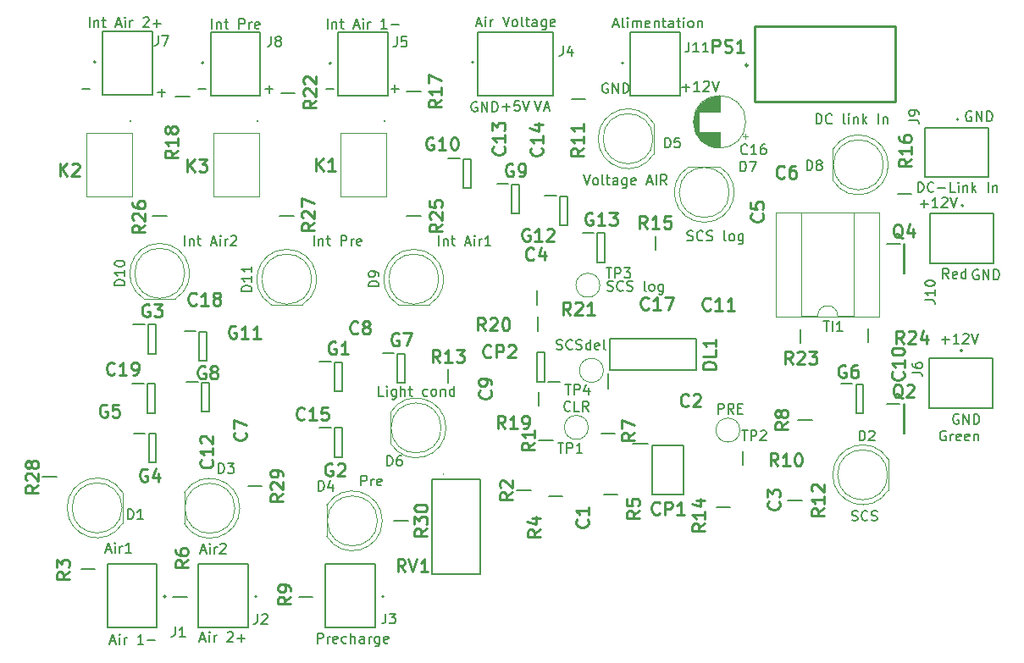
<source format=gbr>
%TF.GenerationSoftware,KiCad,Pcbnew,(6.0.8)*%
%TF.CreationDate,2023-01-11T15:03:56+01:00*%
%TF.ProjectId,TSAL,5453414c-2e6b-4696-9361-645f70636258,V1.0*%
%TF.SameCoordinates,Original*%
%TF.FileFunction,Legend,Top*%
%TF.FilePolarity,Positive*%
%FSLAX46Y46*%
G04 Gerber Fmt 4.6, Leading zero omitted, Abs format (unit mm)*
G04 Created by KiCad (PCBNEW (6.0.8)) date 2023-01-11 15:03:56*
%MOMM*%
%LPD*%
G01*
G04 APERTURE LIST*
%ADD10C,0.150000*%
%ADD11C,0.254000*%
%ADD12C,0.200000*%
%ADD13C,0.120000*%
%ADD14C,0.127000*%
%ADD15C,0.100000*%
G04 APERTURE END LIST*
D10*
X105726053Y-59080707D02*
X105868910Y-59128326D01*
X106107005Y-59128326D01*
X106202243Y-59080707D01*
X106249862Y-59033088D01*
X106297481Y-58937850D01*
X106297481Y-58842612D01*
X106249862Y-58747374D01*
X106202243Y-58699755D01*
X106107005Y-58652136D01*
X105916529Y-58604517D01*
X105821291Y-58556898D01*
X105773672Y-58509279D01*
X105726053Y-58414041D01*
X105726053Y-58318803D01*
X105773672Y-58223565D01*
X105821291Y-58175946D01*
X105916529Y-58128326D01*
X106154624Y-58128326D01*
X106297481Y-58175946D01*
X107297481Y-59033088D02*
X107249862Y-59080707D01*
X107107005Y-59128326D01*
X107011767Y-59128326D01*
X106868910Y-59080707D01*
X106773672Y-58985469D01*
X106726053Y-58890231D01*
X106678434Y-58699755D01*
X106678434Y-58556898D01*
X106726053Y-58366422D01*
X106773672Y-58271184D01*
X106868910Y-58175946D01*
X107011767Y-58128326D01*
X107107005Y-58128326D01*
X107249862Y-58175946D01*
X107297481Y-58223565D01*
X107678434Y-59080707D02*
X107821291Y-59128326D01*
X108059386Y-59128326D01*
X108154624Y-59080707D01*
X108202243Y-59033088D01*
X108249862Y-58937850D01*
X108249862Y-58842612D01*
X108202243Y-58747374D01*
X108154624Y-58699755D01*
X108059386Y-58652136D01*
X107868910Y-58604517D01*
X107773672Y-58556898D01*
X107726053Y-58509279D01*
X107678434Y-58414041D01*
X107678434Y-58318803D01*
X107726053Y-58223565D01*
X107773672Y-58175946D01*
X107868910Y-58128326D01*
X108107005Y-58128326D01*
X108249862Y-58175946D01*
X109107005Y-59128326D02*
X109107005Y-58128326D01*
X109107005Y-59080707D02*
X109011767Y-59128326D01*
X108821291Y-59128326D01*
X108726053Y-59080707D01*
X108678434Y-59033088D01*
X108630815Y-58937850D01*
X108630815Y-58652136D01*
X108678434Y-58556898D01*
X108726053Y-58509279D01*
X108821291Y-58461660D01*
X109011767Y-58461660D01*
X109107005Y-58509279D01*
X109964148Y-59080707D02*
X109868910Y-59128326D01*
X109678434Y-59128326D01*
X109583195Y-59080707D01*
X109535576Y-58985469D01*
X109535576Y-58604517D01*
X109583195Y-58509279D01*
X109678434Y-58461660D01*
X109868910Y-58461660D01*
X109964148Y-58509279D01*
X110011767Y-58604517D01*
X110011767Y-58699755D01*
X109535576Y-58794993D01*
X110583195Y-59128326D02*
X110487957Y-59080707D01*
X110440338Y-58985469D01*
X110440338Y-58128326D01*
X71272009Y-27034018D02*
X71272009Y-26034018D01*
X71748199Y-26367352D02*
X71748199Y-27034018D01*
X71748199Y-26462590D02*
X71795818Y-26414971D01*
X71891056Y-26367352D01*
X72033913Y-26367352D01*
X72129152Y-26414971D01*
X72176771Y-26510209D01*
X72176771Y-27034018D01*
X72510104Y-26367352D02*
X72891056Y-26367352D01*
X72652961Y-26034018D02*
X72652961Y-26891161D01*
X72700580Y-26986399D01*
X72795818Y-27034018D01*
X72891056Y-27034018D01*
X73986294Y-27034018D02*
X73986294Y-26034018D01*
X74367247Y-26034018D01*
X74462485Y-26081638D01*
X74510104Y-26129257D01*
X74557723Y-26224495D01*
X74557723Y-26367352D01*
X74510104Y-26462590D01*
X74462485Y-26510209D01*
X74367247Y-26557828D01*
X73986294Y-26557828D01*
X74986294Y-27034018D02*
X74986294Y-26367352D01*
X74986294Y-26557828D02*
X75033913Y-26462590D01*
X75081532Y-26414971D01*
X75176771Y-26367352D01*
X75272009Y-26367352D01*
X75986294Y-26986399D02*
X75891056Y-27034018D01*
X75700580Y-27034018D01*
X75605342Y-26986399D01*
X75557723Y-26891161D01*
X75557723Y-26510209D01*
X75605342Y-26414971D01*
X75700580Y-26367352D01*
X75891056Y-26367352D01*
X75986294Y-26414971D01*
X76033913Y-26510209D01*
X76033913Y-26605447D01*
X75557723Y-26700685D01*
X82640395Y-33091428D02*
X83402300Y-33091428D01*
X110786581Y-53209189D02*
X110929438Y-53256808D01*
X111167533Y-53256808D01*
X111262771Y-53209189D01*
X111310390Y-53161570D01*
X111358009Y-53066332D01*
X111358009Y-52971094D01*
X111310390Y-52875856D01*
X111262771Y-52828237D01*
X111167533Y-52780618D01*
X110977057Y-52732999D01*
X110881819Y-52685380D01*
X110834200Y-52637761D01*
X110786581Y-52542523D01*
X110786581Y-52447285D01*
X110834200Y-52352047D01*
X110881819Y-52304428D01*
X110977057Y-52256808D01*
X111215152Y-52256808D01*
X111358009Y-52304428D01*
X112358009Y-53161570D02*
X112310390Y-53209189D01*
X112167533Y-53256808D01*
X112072295Y-53256808D01*
X111929438Y-53209189D01*
X111834200Y-53113951D01*
X111786581Y-53018713D01*
X111738962Y-52828237D01*
X111738962Y-52685380D01*
X111786581Y-52494904D01*
X111834200Y-52399666D01*
X111929438Y-52304428D01*
X112072295Y-52256808D01*
X112167533Y-52256808D01*
X112310390Y-52304428D01*
X112358009Y-52352047D01*
X112738962Y-53209189D02*
X112881819Y-53256808D01*
X113119914Y-53256808D01*
X113215152Y-53209189D01*
X113262771Y-53161570D01*
X113310390Y-53066332D01*
X113310390Y-52971094D01*
X113262771Y-52875856D01*
X113215152Y-52828237D01*
X113119914Y-52780618D01*
X112929438Y-52732999D01*
X112834200Y-52685380D01*
X112786581Y-52637761D01*
X112738962Y-52542523D01*
X112738962Y-52447285D01*
X112786581Y-52352047D01*
X112834200Y-52304428D01*
X112929438Y-52256808D01*
X113167533Y-52256808D01*
X113310390Y-52304428D01*
X114643724Y-53256808D02*
X114548485Y-53209189D01*
X114500866Y-53113951D01*
X114500866Y-52256808D01*
X115167533Y-53256808D02*
X115072295Y-53209189D01*
X115024676Y-53161570D01*
X114977057Y-53066332D01*
X114977057Y-52780618D01*
X115024676Y-52685380D01*
X115072295Y-52637761D01*
X115167533Y-52590142D01*
X115310390Y-52590142D01*
X115405628Y-52637761D01*
X115453247Y-52685380D01*
X115500866Y-52780618D01*
X115500866Y-53066332D01*
X115453247Y-53161570D01*
X115405628Y-53209189D01*
X115310390Y-53256808D01*
X115167533Y-53256808D01*
X116358009Y-52590142D02*
X116358009Y-53399666D01*
X116310390Y-53494904D01*
X116262771Y-53542523D01*
X116167533Y-53590142D01*
X116024676Y-53590142D01*
X115929438Y-53542523D01*
X116358009Y-53209189D02*
X116262771Y-53256808D01*
X116072295Y-53256808D01*
X115977057Y-53209189D01*
X115929438Y-53161570D01*
X115881819Y-53066332D01*
X115881819Y-52780618D01*
X115929438Y-52685380D01*
X115977057Y-52637761D01*
X116072295Y-52590142D01*
X116262771Y-52590142D01*
X116358009Y-52637761D01*
X88429739Y-63747535D02*
X87953549Y-63747535D01*
X87953549Y-62747535D01*
X88763073Y-63747535D02*
X88763073Y-63080869D01*
X88763073Y-62747535D02*
X88715454Y-62795155D01*
X88763073Y-62842774D01*
X88810692Y-62795155D01*
X88763073Y-62747535D01*
X88763073Y-62842774D01*
X89667834Y-63080869D02*
X89667834Y-63890393D01*
X89620215Y-63985631D01*
X89572596Y-64033250D01*
X89477358Y-64080869D01*
X89334501Y-64080869D01*
X89239263Y-64033250D01*
X89667834Y-63699916D02*
X89572596Y-63747535D01*
X89382120Y-63747535D01*
X89286882Y-63699916D01*
X89239263Y-63652297D01*
X89191644Y-63557059D01*
X89191644Y-63271345D01*
X89239263Y-63176107D01*
X89286882Y-63128488D01*
X89382120Y-63080869D01*
X89572596Y-63080869D01*
X89667834Y-63128488D01*
X90144025Y-63747535D02*
X90144025Y-62747535D01*
X90572596Y-63747535D02*
X90572596Y-63223726D01*
X90524977Y-63128488D01*
X90429739Y-63080869D01*
X90286882Y-63080869D01*
X90191644Y-63128488D01*
X90144025Y-63176107D01*
X90905930Y-63080869D02*
X91286882Y-63080869D01*
X91048787Y-62747535D02*
X91048787Y-63604678D01*
X91096406Y-63699916D01*
X91191644Y-63747535D01*
X91286882Y-63747535D01*
X92810692Y-63699916D02*
X92715454Y-63747535D01*
X92524977Y-63747535D01*
X92429739Y-63699916D01*
X92382120Y-63652297D01*
X92334501Y-63557059D01*
X92334501Y-63271345D01*
X92382120Y-63176107D01*
X92429739Y-63128488D01*
X92524977Y-63080869D01*
X92715454Y-63080869D01*
X92810692Y-63128488D01*
X93382120Y-63747535D02*
X93286882Y-63699916D01*
X93239263Y-63652297D01*
X93191644Y-63557059D01*
X93191644Y-63271345D01*
X93239263Y-63176107D01*
X93286882Y-63128488D01*
X93382120Y-63080869D01*
X93524977Y-63080869D01*
X93620215Y-63128488D01*
X93667834Y-63176107D01*
X93715454Y-63271345D01*
X93715454Y-63557059D01*
X93667834Y-63652297D01*
X93620215Y-63699916D01*
X93524977Y-63747535D01*
X93382120Y-63747535D01*
X94144025Y-63080869D02*
X94144025Y-63747535D01*
X94144025Y-63176107D02*
X94191644Y-63128488D01*
X94286882Y-63080869D01*
X94429739Y-63080869D01*
X94524977Y-63128488D01*
X94572596Y-63223726D01*
X94572596Y-63747535D01*
X95477358Y-63747535D02*
X95477358Y-62747535D01*
X95477358Y-63699916D02*
X95382120Y-63747535D01*
X95191644Y-63747535D01*
X95096406Y-63699916D01*
X95048787Y-63652297D01*
X95001168Y-63557059D01*
X95001168Y-63271345D01*
X95048787Y-63176107D01*
X95096406Y-63128488D01*
X95191644Y-63080869D01*
X95382120Y-63080869D01*
X95477358Y-63128488D01*
X65868324Y-33405477D02*
X66630229Y-33405477D01*
X66249277Y-33786429D02*
X66249277Y-33024525D01*
X81810360Y-88466150D02*
X81810360Y-87466150D01*
X82191312Y-87466150D01*
X82286550Y-87513770D01*
X82334170Y-87561389D01*
X82381789Y-87656627D01*
X82381789Y-87799484D01*
X82334170Y-87894722D01*
X82286550Y-87942341D01*
X82191312Y-87989960D01*
X81810360Y-87989960D01*
X82810360Y-88466150D02*
X82810360Y-87799484D01*
X82810360Y-87989960D02*
X82857979Y-87894722D01*
X82905598Y-87847103D01*
X83000836Y-87799484D01*
X83096074Y-87799484D01*
X83810360Y-88418531D02*
X83715122Y-88466150D01*
X83524646Y-88466150D01*
X83429408Y-88418531D01*
X83381789Y-88323293D01*
X83381789Y-87942341D01*
X83429408Y-87847103D01*
X83524646Y-87799484D01*
X83715122Y-87799484D01*
X83810360Y-87847103D01*
X83857979Y-87942341D01*
X83857979Y-88037579D01*
X83381789Y-88132817D01*
X84715122Y-88418531D02*
X84619884Y-88466150D01*
X84429408Y-88466150D01*
X84334170Y-88418531D01*
X84286550Y-88370912D01*
X84238931Y-88275674D01*
X84238931Y-87989960D01*
X84286550Y-87894722D01*
X84334170Y-87847103D01*
X84429408Y-87799484D01*
X84619884Y-87799484D01*
X84715122Y-87847103D01*
X85143693Y-88466150D02*
X85143693Y-87466150D01*
X85572265Y-88466150D02*
X85572265Y-87942341D01*
X85524646Y-87847103D01*
X85429408Y-87799484D01*
X85286550Y-87799484D01*
X85191312Y-87847103D01*
X85143693Y-87894722D01*
X86477027Y-88466150D02*
X86477027Y-87942341D01*
X86429408Y-87847103D01*
X86334170Y-87799484D01*
X86143693Y-87799484D01*
X86048455Y-87847103D01*
X86477027Y-88418531D02*
X86381789Y-88466150D01*
X86143693Y-88466150D01*
X86048455Y-88418531D01*
X86000836Y-88323293D01*
X86000836Y-88228055D01*
X86048455Y-88132817D01*
X86143693Y-88085198D01*
X86381789Y-88085198D01*
X86477027Y-88037579D01*
X86953217Y-88466150D02*
X86953217Y-87799484D01*
X86953217Y-87989960D02*
X87000836Y-87894722D01*
X87048455Y-87847103D01*
X87143693Y-87799484D01*
X87238931Y-87799484D01*
X88000836Y-87799484D02*
X88000836Y-88609008D01*
X87953217Y-88704246D01*
X87905598Y-88751865D01*
X87810360Y-88799484D01*
X87667503Y-88799484D01*
X87572265Y-88751865D01*
X88000836Y-88418531D02*
X87905598Y-88466150D01*
X87715122Y-88466150D01*
X87619884Y-88418531D01*
X87572265Y-88370912D01*
X87524646Y-88275674D01*
X87524646Y-87989960D01*
X87572265Y-87894722D01*
X87619884Y-87847103D01*
X87715122Y-87799484D01*
X87905598Y-87799484D01*
X88000836Y-87847103D01*
X88857979Y-88418531D02*
X88762741Y-88466150D01*
X88572265Y-88466150D01*
X88477027Y-88418531D01*
X88429408Y-88323293D01*
X88429408Y-87942341D01*
X88477027Y-87847103D01*
X88572265Y-87799484D01*
X88762741Y-87799484D01*
X88857979Y-87847103D01*
X88905598Y-87942341D01*
X88905598Y-88037579D01*
X88429408Y-88132817D01*
X58324691Y-33034352D02*
X59086596Y-33034352D01*
X118255447Y-32888039D02*
X119017352Y-32888039D01*
X118636399Y-33268991D02*
X118636399Y-32507087D01*
X120017352Y-33268991D02*
X119445923Y-33268991D01*
X119731637Y-33268991D02*
X119731637Y-32268991D01*
X119636399Y-32411849D01*
X119541161Y-32507087D01*
X119445923Y-32554706D01*
X120398304Y-32364230D02*
X120445923Y-32316611D01*
X120541161Y-32268991D01*
X120779256Y-32268991D01*
X120874494Y-32316611D01*
X120922113Y-32364230D01*
X120969732Y-32459468D01*
X120969732Y-32554706D01*
X120922113Y-32697563D01*
X120350685Y-33268991D01*
X120969732Y-33268991D01*
X121255447Y-32268991D02*
X121588780Y-33268991D01*
X121922113Y-32268991D01*
X70136353Y-79215760D02*
X70612543Y-79215760D01*
X70041115Y-79501474D02*
X70374448Y-78501474D01*
X70707781Y-79501474D01*
X71041115Y-79501474D02*
X71041115Y-78834808D01*
X71041115Y-78501474D02*
X70993496Y-78549094D01*
X71041115Y-78596713D01*
X71088734Y-78549094D01*
X71041115Y-78501474D01*
X71041115Y-78596713D01*
X71517305Y-79501474D02*
X71517305Y-78834808D01*
X71517305Y-79025284D02*
X71564924Y-78930046D01*
X71612543Y-78882427D01*
X71707781Y-78834808D01*
X71803019Y-78834808D01*
X72088734Y-78596713D02*
X72136353Y-78549094D01*
X72231591Y-78501474D01*
X72469686Y-78501474D01*
X72564924Y-78549094D01*
X72612543Y-78596713D01*
X72660162Y-78691951D01*
X72660162Y-78787189D01*
X72612543Y-78930046D01*
X72041115Y-79501474D01*
X72660162Y-79501474D01*
X145901591Y-65596809D02*
X145806353Y-65549189D01*
X145663496Y-65549189D01*
X145520638Y-65596809D01*
X145425400Y-65692047D01*
X145377781Y-65787285D01*
X145330162Y-65977761D01*
X145330162Y-66120618D01*
X145377781Y-66311094D01*
X145425400Y-66406332D01*
X145520638Y-66501570D01*
X145663496Y-66549189D01*
X145758734Y-66549189D01*
X145901591Y-66501570D01*
X145949210Y-66453951D01*
X145949210Y-66120618D01*
X145758734Y-66120618D01*
X146377781Y-66549189D02*
X146377781Y-65549189D01*
X146949210Y-66549189D01*
X146949210Y-65549189D01*
X147425400Y-66549189D02*
X147425400Y-65549189D01*
X147663496Y-65549189D01*
X147806353Y-65596809D01*
X147901591Y-65692047D01*
X147949210Y-65787285D01*
X147996829Y-65977761D01*
X147996829Y-66120618D01*
X147949210Y-66311094D01*
X147901591Y-66406332D01*
X147806353Y-66501570D01*
X147663496Y-66549189D01*
X147425400Y-66549189D01*
X70103521Y-88055737D02*
X70579711Y-88055737D01*
X70008283Y-88341451D02*
X70341616Y-87341451D01*
X70674949Y-88341451D01*
X71008283Y-88341451D02*
X71008283Y-87674785D01*
X71008283Y-87341451D02*
X70960664Y-87389071D01*
X71008283Y-87436690D01*
X71055902Y-87389071D01*
X71008283Y-87341451D01*
X71008283Y-87436690D01*
X71484473Y-88341451D02*
X71484473Y-87674785D01*
X71484473Y-87865261D02*
X71532092Y-87770023D01*
X71579711Y-87722404D01*
X71674949Y-87674785D01*
X71770187Y-87674785D01*
X72817806Y-87436690D02*
X72865426Y-87389071D01*
X72960664Y-87341451D01*
X73198759Y-87341451D01*
X73293997Y-87389071D01*
X73341616Y-87436690D01*
X73389235Y-87531928D01*
X73389235Y-87627166D01*
X73341616Y-87770023D01*
X72770187Y-88341451D01*
X73389235Y-88341451D01*
X73817806Y-87960499D02*
X74579711Y-87960499D01*
X74198759Y-88341451D02*
X74198759Y-87579547D01*
X61138079Y-88278945D02*
X61614269Y-88278945D01*
X61042841Y-88564659D02*
X61376174Y-87564659D01*
X61709507Y-88564659D01*
X62042841Y-88564659D02*
X62042841Y-87897993D01*
X62042841Y-87564659D02*
X61995222Y-87612279D01*
X62042841Y-87659898D01*
X62090460Y-87612279D01*
X62042841Y-87564659D01*
X62042841Y-87659898D01*
X62519031Y-88564659D02*
X62519031Y-87897993D01*
X62519031Y-88088469D02*
X62566650Y-87993231D01*
X62614269Y-87945612D01*
X62709507Y-87897993D01*
X62804745Y-87897993D01*
X64423793Y-88564659D02*
X63852364Y-88564659D01*
X64138079Y-88564659D02*
X64138079Y-87564659D01*
X64042841Y-87707517D01*
X63947603Y-87802755D01*
X63852364Y-87850374D01*
X64852364Y-88183707D02*
X65614269Y-88183707D01*
X141845601Y-43366026D02*
X141845601Y-42366026D01*
X142083696Y-42366026D01*
X142226553Y-42413646D01*
X142321791Y-42508884D01*
X142369410Y-42604122D01*
X142417029Y-42794598D01*
X142417029Y-42937455D01*
X142369410Y-43127931D01*
X142321791Y-43223169D01*
X142226553Y-43318407D01*
X142083696Y-43366026D01*
X141845601Y-43366026D01*
X143417029Y-43270788D02*
X143369410Y-43318407D01*
X143226553Y-43366026D01*
X143131315Y-43366026D01*
X142988458Y-43318407D01*
X142893220Y-43223169D01*
X142845601Y-43127931D01*
X142797982Y-42937455D01*
X142797982Y-42794598D01*
X142845601Y-42604122D01*
X142893220Y-42508884D01*
X142988458Y-42413646D01*
X143131315Y-42366026D01*
X143226553Y-42366026D01*
X143369410Y-42413646D01*
X143417029Y-42461265D01*
X143845601Y-42985074D02*
X144607505Y-42985074D01*
X145559886Y-43366026D02*
X145083696Y-43366026D01*
X145083696Y-42366026D01*
X145893220Y-43366026D02*
X145893220Y-42699360D01*
X145893220Y-42366026D02*
X145845601Y-42413646D01*
X145893220Y-42461265D01*
X145940839Y-42413646D01*
X145893220Y-42366026D01*
X145893220Y-42461265D01*
X146369410Y-42699360D02*
X146369410Y-43366026D01*
X146369410Y-42794598D02*
X146417029Y-42746979D01*
X146512267Y-42699360D01*
X146655124Y-42699360D01*
X146750362Y-42746979D01*
X146797982Y-42842217D01*
X146797982Y-43366026D01*
X147274172Y-43366026D02*
X147274172Y-42366026D01*
X147369410Y-42985074D02*
X147655124Y-43366026D01*
X147655124Y-42699360D02*
X147274172Y-43080312D01*
X148845601Y-43366026D02*
X148845601Y-42366026D01*
X149321791Y-42699360D02*
X149321791Y-43366026D01*
X149321791Y-42794598D02*
X149369410Y-42746979D01*
X149464648Y-42699360D01*
X149607505Y-42699360D01*
X149702743Y-42746979D01*
X149750362Y-42842217D01*
X149750362Y-43366026D01*
X103543315Y-34236472D02*
X103876648Y-35236472D01*
X104209981Y-34236472D01*
X104495696Y-34950758D02*
X104971886Y-34950758D01*
X104400458Y-35236472D02*
X104733791Y-34236472D01*
X105067124Y-35236472D01*
X110831306Y-32510588D02*
X110736068Y-32462968D01*
X110593211Y-32462968D01*
X110450353Y-32510588D01*
X110355115Y-32605826D01*
X110307496Y-32701064D01*
X110259877Y-32891540D01*
X110259877Y-33034397D01*
X110307496Y-33224873D01*
X110355115Y-33320111D01*
X110450353Y-33415349D01*
X110593211Y-33462968D01*
X110688449Y-33462968D01*
X110831306Y-33415349D01*
X110878925Y-33367730D01*
X110878925Y-33034397D01*
X110688449Y-33034397D01*
X111307496Y-33462968D02*
X111307496Y-32462968D01*
X111878925Y-33462968D01*
X111878925Y-32462968D01*
X112355115Y-33462968D02*
X112355115Y-32462968D01*
X112593211Y-32462968D01*
X112736068Y-32510588D01*
X112831306Y-32605826D01*
X112878925Y-32701064D01*
X112926544Y-32891540D01*
X112926544Y-33034397D01*
X112878925Y-33224873D01*
X112831306Y-33320111D01*
X112736068Y-33415349D01*
X112593211Y-33462968D01*
X112355115Y-33462968D01*
X118779684Y-48179036D02*
X118922541Y-48226655D01*
X119160636Y-48226655D01*
X119255874Y-48179036D01*
X119303493Y-48131417D01*
X119351112Y-48036179D01*
X119351112Y-47940941D01*
X119303493Y-47845703D01*
X119255874Y-47798084D01*
X119160636Y-47750465D01*
X118970160Y-47702846D01*
X118874922Y-47655227D01*
X118827303Y-47607608D01*
X118779684Y-47512370D01*
X118779684Y-47417132D01*
X118827303Y-47321894D01*
X118874922Y-47274275D01*
X118970160Y-47226655D01*
X119208255Y-47226655D01*
X119351112Y-47274275D01*
X120351112Y-48131417D02*
X120303493Y-48179036D01*
X120160636Y-48226655D01*
X120065398Y-48226655D01*
X119922541Y-48179036D01*
X119827303Y-48083798D01*
X119779684Y-47988560D01*
X119732065Y-47798084D01*
X119732065Y-47655227D01*
X119779684Y-47464751D01*
X119827303Y-47369513D01*
X119922541Y-47274275D01*
X120065398Y-47226655D01*
X120160636Y-47226655D01*
X120303493Y-47274275D01*
X120351112Y-47321894D01*
X120732065Y-48179036D02*
X120874922Y-48226655D01*
X121113017Y-48226655D01*
X121208255Y-48179036D01*
X121255874Y-48131417D01*
X121303493Y-48036179D01*
X121303493Y-47940941D01*
X121255874Y-47845703D01*
X121208255Y-47798084D01*
X121113017Y-47750465D01*
X120922541Y-47702846D01*
X120827303Y-47655227D01*
X120779684Y-47607608D01*
X120732065Y-47512370D01*
X120732065Y-47417132D01*
X120779684Y-47321894D01*
X120827303Y-47274275D01*
X120922541Y-47226655D01*
X121160636Y-47226655D01*
X121303493Y-47274275D01*
X122636827Y-48226655D02*
X122541588Y-48179036D01*
X122493969Y-48083798D01*
X122493969Y-47226655D01*
X123160636Y-48226655D02*
X123065398Y-48179036D01*
X123017779Y-48131417D01*
X122970160Y-48036179D01*
X122970160Y-47750465D01*
X123017779Y-47655227D01*
X123065398Y-47607608D01*
X123160636Y-47559989D01*
X123303493Y-47559989D01*
X123398731Y-47607608D01*
X123446350Y-47655227D01*
X123493969Y-47750465D01*
X123493969Y-48036179D01*
X123446350Y-48131417D01*
X123398731Y-48179036D01*
X123303493Y-48226655D01*
X123160636Y-48226655D01*
X124351112Y-47559989D02*
X124351112Y-48369513D01*
X124303493Y-48464751D01*
X124255874Y-48512370D01*
X124160636Y-48559989D01*
X124017779Y-48559989D01*
X123922541Y-48512370D01*
X124351112Y-48179036D02*
X124255874Y-48226655D01*
X124065398Y-48226655D01*
X123970160Y-48179036D01*
X123922541Y-48131417D01*
X123874922Y-48036179D01*
X123874922Y-47750465D01*
X123922541Y-47655227D01*
X123970160Y-47607608D01*
X124065398Y-47559989D01*
X124255874Y-47559989D01*
X124351112Y-47607608D01*
X142076479Y-44526117D02*
X142838384Y-44526117D01*
X142457431Y-44907069D02*
X142457431Y-44145165D01*
X143838384Y-44907069D02*
X143266955Y-44907069D01*
X143552669Y-44907069D02*
X143552669Y-43907069D01*
X143457431Y-44049927D01*
X143362193Y-44145165D01*
X143266955Y-44192784D01*
X144219336Y-44002308D02*
X144266955Y-43954689D01*
X144362193Y-43907069D01*
X144600288Y-43907069D01*
X144695526Y-43954689D01*
X144743145Y-44002308D01*
X144790764Y-44097546D01*
X144790764Y-44192784D01*
X144743145Y-44335641D01*
X144171717Y-44907069D01*
X144790764Y-44907069D01*
X145076479Y-43907069D02*
X145409812Y-44907069D01*
X145743145Y-43907069D01*
X60674722Y-79138272D02*
X61150912Y-79138272D01*
X60579484Y-79423986D02*
X60912817Y-78423986D01*
X61246150Y-79423986D01*
X61579484Y-79423986D02*
X61579484Y-78757320D01*
X61579484Y-78423986D02*
X61531865Y-78471606D01*
X61579484Y-78519225D01*
X61627103Y-78471606D01*
X61579484Y-78423986D01*
X61579484Y-78519225D01*
X62055674Y-79423986D02*
X62055674Y-78757320D01*
X62055674Y-78947796D02*
X62103293Y-78852558D01*
X62150912Y-78804939D01*
X62246150Y-78757320D01*
X62341388Y-78757320D01*
X63198531Y-79423986D02*
X62627103Y-79423986D01*
X62912817Y-79423986D02*
X62912817Y-78423986D01*
X62817579Y-78566844D01*
X62722341Y-78662082D01*
X62627103Y-78709701D01*
X135243599Y-76175673D02*
X135386456Y-76223292D01*
X135624551Y-76223292D01*
X135719789Y-76175673D01*
X135767408Y-76128054D01*
X135815027Y-76032816D01*
X135815027Y-75937578D01*
X135767408Y-75842340D01*
X135719789Y-75794721D01*
X135624551Y-75747102D01*
X135434075Y-75699483D01*
X135338837Y-75651864D01*
X135291218Y-75604245D01*
X135243599Y-75509007D01*
X135243599Y-75413769D01*
X135291218Y-75318531D01*
X135338837Y-75270912D01*
X135434075Y-75223292D01*
X135672170Y-75223292D01*
X135815027Y-75270912D01*
X136815027Y-76128054D02*
X136767408Y-76175673D01*
X136624551Y-76223292D01*
X136529313Y-76223292D01*
X136386456Y-76175673D01*
X136291218Y-76080435D01*
X136243599Y-75985197D01*
X136195980Y-75794721D01*
X136195980Y-75651864D01*
X136243599Y-75461388D01*
X136291218Y-75366150D01*
X136386456Y-75270912D01*
X136529313Y-75223292D01*
X136624551Y-75223292D01*
X136767408Y-75270912D01*
X136815027Y-75318531D01*
X137195980Y-76175673D02*
X137338837Y-76223292D01*
X137576932Y-76223292D01*
X137672170Y-76175673D01*
X137719789Y-76128054D01*
X137767408Y-76032816D01*
X137767408Y-75937578D01*
X137719789Y-75842340D01*
X137672170Y-75794721D01*
X137576932Y-75747102D01*
X137386456Y-75699483D01*
X137291218Y-75651864D01*
X137243599Y-75604245D01*
X137195980Y-75509007D01*
X137195980Y-75413769D01*
X137243599Y-75318531D01*
X137291218Y-75270912D01*
X137386456Y-75223292D01*
X137624551Y-75223292D01*
X137767408Y-75270912D01*
X144621445Y-67266272D02*
X144526207Y-67218652D01*
X144383349Y-67218652D01*
X144240492Y-67266272D01*
X144145254Y-67361510D01*
X144097635Y-67456748D01*
X144050016Y-67647224D01*
X144050016Y-67790081D01*
X144097635Y-67980557D01*
X144145254Y-68075795D01*
X144240492Y-68171033D01*
X144383349Y-68218652D01*
X144478588Y-68218652D01*
X144621445Y-68171033D01*
X144669064Y-68123414D01*
X144669064Y-67790081D01*
X144478588Y-67790081D01*
X145097635Y-68218652D02*
X145097635Y-67551986D01*
X145097635Y-67742462D02*
X145145254Y-67647224D01*
X145192873Y-67599605D01*
X145288111Y-67551986D01*
X145383349Y-67551986D01*
X146097635Y-68171033D02*
X146002397Y-68218652D01*
X145811921Y-68218652D01*
X145716683Y-68171033D01*
X145669064Y-68075795D01*
X145669064Y-67694843D01*
X145716683Y-67599605D01*
X145811921Y-67551986D01*
X146002397Y-67551986D01*
X146097635Y-67599605D01*
X146145254Y-67694843D01*
X146145254Y-67790081D01*
X145669064Y-67885319D01*
X146954778Y-68171033D02*
X146859540Y-68218652D01*
X146669064Y-68218652D01*
X146573826Y-68171033D01*
X146526207Y-68075795D01*
X146526207Y-67694843D01*
X146573826Y-67599605D01*
X146669064Y-67551986D01*
X146859540Y-67551986D01*
X146954778Y-67599605D01*
X147002397Y-67694843D01*
X147002397Y-67790081D01*
X146526207Y-67885319D01*
X147430968Y-67551986D02*
X147430968Y-68218652D01*
X147430968Y-67647224D02*
X147478588Y-67599605D01*
X147573826Y-67551986D01*
X147716683Y-67551986D01*
X147811921Y-67599605D01*
X147859540Y-67694843D01*
X147859540Y-68218652D01*
X107096183Y-65184928D02*
X107048564Y-65232547D01*
X106905707Y-65280166D01*
X106810469Y-65280166D01*
X106667612Y-65232547D01*
X106572374Y-65137309D01*
X106524755Y-65042071D01*
X106477136Y-64851595D01*
X106477136Y-64708738D01*
X106524755Y-64518262D01*
X106572374Y-64423024D01*
X106667612Y-64327786D01*
X106810469Y-64280166D01*
X106905707Y-64280166D01*
X107048564Y-64327786D01*
X107096183Y-64375405D01*
X108000945Y-65280166D02*
X107524755Y-65280166D01*
X107524755Y-64280166D01*
X108905707Y-65280166D02*
X108572374Y-64803976D01*
X108334279Y-65280166D02*
X108334279Y-64280166D01*
X108715231Y-64280166D01*
X108810469Y-64327786D01*
X108858088Y-64375405D01*
X108905707Y-64470643D01*
X108905707Y-64613500D01*
X108858088Y-64708738D01*
X108810469Y-64756357D01*
X108715231Y-64803976D01*
X108334279Y-64803976D01*
X121861991Y-65520328D02*
X121861991Y-64520328D01*
X122242943Y-64520328D01*
X122338181Y-64567948D01*
X122385800Y-64615567D01*
X122433419Y-64710805D01*
X122433419Y-64853662D01*
X122385800Y-64948900D01*
X122338181Y-64996519D01*
X122242943Y-65044138D01*
X121861991Y-65044138D01*
X123433419Y-65520328D02*
X123100086Y-65044138D01*
X122861991Y-65520328D02*
X122861991Y-64520328D01*
X123242943Y-64520328D01*
X123338181Y-64567948D01*
X123385800Y-64615567D01*
X123433419Y-64710805D01*
X123433419Y-64853662D01*
X123385800Y-64948900D01*
X123338181Y-64996519D01*
X123242943Y-65044138D01*
X122861991Y-65044138D01*
X123861991Y-64996519D02*
X124195324Y-64996519D01*
X124338181Y-65520328D02*
X123861991Y-65520328D01*
X123861991Y-64520328D01*
X124338181Y-64520328D01*
X93948571Y-48712380D02*
X93948571Y-47712380D01*
X94424761Y-48045714D02*
X94424761Y-48712380D01*
X94424761Y-48140952D02*
X94472380Y-48093333D01*
X94567619Y-48045714D01*
X94710476Y-48045714D01*
X94805714Y-48093333D01*
X94853333Y-48188571D01*
X94853333Y-48712380D01*
X95186666Y-48045714D02*
X95567619Y-48045714D01*
X95329523Y-47712380D02*
X95329523Y-48569523D01*
X95377142Y-48664761D01*
X95472380Y-48712380D01*
X95567619Y-48712380D01*
X96615238Y-48426666D02*
X97091428Y-48426666D01*
X96520000Y-48712380D02*
X96853333Y-47712380D01*
X97186666Y-48712380D01*
X97520000Y-48712380D02*
X97520000Y-48045714D01*
X97520000Y-47712380D02*
X97472380Y-47760000D01*
X97520000Y-47807619D01*
X97567619Y-47760000D01*
X97520000Y-47712380D01*
X97520000Y-47807619D01*
X97996190Y-48712380D02*
X97996190Y-48045714D01*
X97996190Y-48236190D02*
X98043809Y-48140952D01*
X98091428Y-48093333D01*
X98186666Y-48045714D01*
X98281904Y-48045714D01*
X99139047Y-48712380D02*
X98567619Y-48712380D01*
X98853333Y-48712380D02*
X98853333Y-47712380D01*
X98758095Y-47855238D01*
X98662857Y-47950476D01*
X98567619Y-47998095D01*
X97716393Y-26526616D02*
X98192584Y-26526616D01*
X97621155Y-26812330D02*
X97954488Y-25812330D01*
X98287822Y-26812330D01*
X98621155Y-26812330D02*
X98621155Y-26145664D01*
X98621155Y-25812330D02*
X98573536Y-25859950D01*
X98621155Y-25907569D01*
X98668774Y-25859950D01*
X98621155Y-25812330D01*
X98621155Y-25907569D01*
X99097345Y-26812330D02*
X99097345Y-26145664D01*
X99097345Y-26336140D02*
X99144965Y-26240902D01*
X99192584Y-26193283D01*
X99287822Y-26145664D01*
X99383060Y-26145664D01*
X100335441Y-25812330D02*
X100668774Y-26812330D01*
X101002107Y-25812330D01*
X101478298Y-26812330D02*
X101383060Y-26764711D01*
X101335441Y-26717092D01*
X101287822Y-26621854D01*
X101287822Y-26336140D01*
X101335441Y-26240902D01*
X101383060Y-26193283D01*
X101478298Y-26145664D01*
X101621155Y-26145664D01*
X101716393Y-26193283D01*
X101764012Y-26240902D01*
X101811631Y-26336140D01*
X101811631Y-26621854D01*
X101764012Y-26717092D01*
X101716393Y-26764711D01*
X101621155Y-26812330D01*
X101478298Y-26812330D01*
X102383060Y-26812330D02*
X102287822Y-26764711D01*
X102240203Y-26669473D01*
X102240203Y-25812330D01*
X102621155Y-26145664D02*
X103002107Y-26145664D01*
X102764012Y-25812330D02*
X102764012Y-26669473D01*
X102811631Y-26764711D01*
X102906869Y-26812330D01*
X103002107Y-26812330D01*
X103764012Y-26812330D02*
X103764012Y-26288521D01*
X103716393Y-26193283D01*
X103621155Y-26145664D01*
X103430679Y-26145664D01*
X103335441Y-26193283D01*
X103764012Y-26764711D02*
X103668774Y-26812330D01*
X103430679Y-26812330D01*
X103335441Y-26764711D01*
X103287822Y-26669473D01*
X103287822Y-26574235D01*
X103335441Y-26478997D01*
X103430679Y-26431378D01*
X103668774Y-26431378D01*
X103764012Y-26383759D01*
X104668774Y-26145664D02*
X104668774Y-26955188D01*
X104621155Y-27050426D01*
X104573536Y-27098045D01*
X104478298Y-27145664D01*
X104335441Y-27145664D01*
X104240203Y-27098045D01*
X104668774Y-26764711D02*
X104573536Y-26812330D01*
X104383060Y-26812330D01*
X104287822Y-26764711D01*
X104240203Y-26717092D01*
X104192584Y-26621854D01*
X104192584Y-26336140D01*
X104240203Y-26240902D01*
X104287822Y-26193283D01*
X104383060Y-26145664D01*
X104573536Y-26145664D01*
X104668774Y-26193283D01*
X105525917Y-26764711D02*
X105430679Y-26812330D01*
X105240203Y-26812330D01*
X105144965Y-26764711D01*
X105097345Y-26669473D01*
X105097345Y-26288521D01*
X105144965Y-26193283D01*
X105240203Y-26145664D01*
X105430679Y-26145664D01*
X105525917Y-26193283D01*
X105573536Y-26288521D01*
X105573536Y-26383759D01*
X105097345Y-26478997D01*
X97751718Y-34367225D02*
X97656480Y-34319605D01*
X97513623Y-34319605D01*
X97370765Y-34367225D01*
X97275527Y-34462463D01*
X97227908Y-34557701D01*
X97180289Y-34748177D01*
X97180289Y-34891034D01*
X97227908Y-35081510D01*
X97275527Y-35176748D01*
X97370765Y-35271986D01*
X97513623Y-35319605D01*
X97608861Y-35319605D01*
X97751718Y-35271986D01*
X97799337Y-35224367D01*
X97799337Y-34891034D01*
X97608861Y-34891034D01*
X98227908Y-35319605D02*
X98227908Y-34319605D01*
X98799337Y-35319605D01*
X98799337Y-34319605D01*
X99275527Y-35319605D02*
X99275527Y-34319605D01*
X99513623Y-34319605D01*
X99656480Y-34367225D01*
X99751718Y-34462463D01*
X99799337Y-34557701D01*
X99846956Y-34748177D01*
X99846956Y-34891034D01*
X99799337Y-35081510D01*
X99751718Y-35176748D01*
X99656480Y-35271986D01*
X99513623Y-35319605D01*
X99275527Y-35319605D01*
X86186164Y-72713829D02*
X86186164Y-71713829D01*
X86567116Y-71713829D01*
X86662354Y-71761449D01*
X86709973Y-71809068D01*
X86757592Y-71904306D01*
X86757592Y-72047163D01*
X86709973Y-72142401D01*
X86662354Y-72190020D01*
X86567116Y-72237639D01*
X86186164Y-72237639D01*
X87186164Y-72713829D02*
X87186164Y-72047163D01*
X87186164Y-72237639D02*
X87233783Y-72142401D01*
X87281402Y-72094782D01*
X87376640Y-72047163D01*
X87471878Y-72047163D01*
X88186164Y-72666210D02*
X88090925Y-72713829D01*
X87900449Y-72713829D01*
X87805211Y-72666210D01*
X87757592Y-72570972D01*
X87757592Y-72190020D01*
X87805211Y-72094782D01*
X87900449Y-72047163D01*
X88090925Y-72047163D01*
X88186164Y-72094782D01*
X88233783Y-72190020D01*
X88233783Y-72285258D01*
X87757592Y-72380496D01*
X89166333Y-33008295D02*
X89928238Y-33008295D01*
X89547286Y-33389247D02*
X89547286Y-32627343D01*
X147185927Y-35336265D02*
X147090689Y-35288645D01*
X146947832Y-35288645D01*
X146804974Y-35336265D01*
X146709736Y-35431503D01*
X146662117Y-35526741D01*
X146614498Y-35717217D01*
X146614498Y-35860074D01*
X146662117Y-36050550D01*
X146709736Y-36145788D01*
X146804974Y-36241026D01*
X146947832Y-36288645D01*
X147043070Y-36288645D01*
X147185927Y-36241026D01*
X147233546Y-36193407D01*
X147233546Y-35860074D01*
X147043070Y-35860074D01*
X147662117Y-36288645D02*
X147662117Y-35288645D01*
X148233546Y-36288645D01*
X148233546Y-35288645D01*
X148709736Y-36288645D02*
X148709736Y-35288645D01*
X148947832Y-35288645D01*
X149090689Y-35336265D01*
X149185927Y-35431503D01*
X149233546Y-35526741D01*
X149281165Y-35717217D01*
X149281165Y-35860074D01*
X149233546Y-36050550D01*
X149185927Y-36145788D01*
X149090689Y-36241026D01*
X148947832Y-36288645D01*
X148709736Y-36288645D01*
X81462857Y-48712380D02*
X81462857Y-47712380D01*
X81939047Y-48045714D02*
X81939047Y-48712380D01*
X81939047Y-48140952D02*
X81986666Y-48093333D01*
X82081904Y-48045714D01*
X82224761Y-48045714D01*
X82320000Y-48093333D01*
X82367619Y-48188571D01*
X82367619Y-48712380D01*
X82700952Y-48045714D02*
X83081904Y-48045714D01*
X82843809Y-47712380D02*
X82843809Y-48569523D01*
X82891428Y-48664761D01*
X82986666Y-48712380D01*
X83081904Y-48712380D01*
X84177142Y-48712380D02*
X84177142Y-47712380D01*
X84558095Y-47712380D01*
X84653333Y-47760000D01*
X84700952Y-47807619D01*
X84748571Y-47902857D01*
X84748571Y-48045714D01*
X84700952Y-48140952D01*
X84653333Y-48188571D01*
X84558095Y-48236190D01*
X84177142Y-48236190D01*
X85177142Y-48712380D02*
X85177142Y-48045714D01*
X85177142Y-48236190D02*
X85224761Y-48140952D01*
X85272380Y-48093333D01*
X85367619Y-48045714D01*
X85462857Y-48045714D01*
X86177142Y-48664761D02*
X86081904Y-48712380D01*
X85891428Y-48712380D01*
X85796190Y-48664761D01*
X85748571Y-48569523D01*
X85748571Y-48188571D01*
X85796190Y-48093333D01*
X85891428Y-48045714D01*
X86081904Y-48045714D01*
X86177142Y-48093333D01*
X86224761Y-48188571D01*
X86224761Y-48283809D01*
X85748571Y-48379047D01*
X59015227Y-26880141D02*
X59015227Y-25880141D01*
X59491417Y-26213475D02*
X59491417Y-26880141D01*
X59491417Y-26308713D02*
X59539036Y-26261094D01*
X59634275Y-26213475D01*
X59777132Y-26213475D01*
X59872370Y-26261094D01*
X59919989Y-26356332D01*
X59919989Y-26880141D01*
X60253322Y-26213475D02*
X60634275Y-26213475D01*
X60396179Y-25880141D02*
X60396179Y-26737284D01*
X60443798Y-26832522D01*
X60539036Y-26880141D01*
X60634275Y-26880141D01*
X61681894Y-26594427D02*
X62158084Y-26594427D01*
X61586656Y-26880141D02*
X61919989Y-25880141D01*
X62253322Y-26880141D01*
X62586656Y-26880141D02*
X62586656Y-26213475D01*
X62586656Y-25880141D02*
X62539036Y-25927761D01*
X62586656Y-25975380D01*
X62634275Y-25927761D01*
X62586656Y-25880141D01*
X62586656Y-25975380D01*
X63062846Y-26880141D02*
X63062846Y-26213475D01*
X63062846Y-26403951D02*
X63110465Y-26308713D01*
X63158084Y-26261094D01*
X63253322Y-26213475D01*
X63348560Y-26213475D01*
X64396179Y-25975380D02*
X64443798Y-25927761D01*
X64539036Y-25880141D01*
X64777132Y-25880141D01*
X64872370Y-25927761D01*
X64919989Y-25975380D01*
X64967608Y-26070618D01*
X64967608Y-26165856D01*
X64919989Y-26308713D01*
X64348560Y-26880141D01*
X64967608Y-26880141D01*
X65396179Y-26499189D02*
X66158084Y-26499189D01*
X65777132Y-26880141D02*
X65777132Y-26118237D01*
X144919645Y-52018353D02*
X144586312Y-51542163D01*
X144348216Y-52018353D02*
X144348216Y-51018353D01*
X144729169Y-51018353D01*
X144824407Y-51065973D01*
X144872026Y-51113592D01*
X144919645Y-51208830D01*
X144919645Y-51351687D01*
X144872026Y-51446925D01*
X144824407Y-51494544D01*
X144729169Y-51542163D01*
X144348216Y-51542163D01*
X145729169Y-51970734D02*
X145633931Y-52018353D01*
X145443454Y-52018353D01*
X145348216Y-51970734D01*
X145300597Y-51875496D01*
X145300597Y-51494544D01*
X145348216Y-51399306D01*
X145443454Y-51351687D01*
X145633931Y-51351687D01*
X145729169Y-51399306D01*
X145776788Y-51494544D01*
X145776788Y-51589782D01*
X145300597Y-51685020D01*
X146633931Y-52018353D02*
X146633931Y-51018353D01*
X146633931Y-51970734D02*
X146538693Y-52018353D01*
X146348216Y-52018353D01*
X146252978Y-51970734D01*
X146205359Y-51923115D01*
X146157740Y-51827877D01*
X146157740Y-51542163D01*
X146205359Y-51446925D01*
X146252978Y-51399306D01*
X146348216Y-51351687D01*
X146538693Y-51351687D01*
X146633931Y-51399306D01*
X111391591Y-26620469D02*
X111867781Y-26620469D01*
X111296352Y-26906183D02*
X111629686Y-25906183D01*
X111963019Y-26906183D01*
X112439210Y-26906183D02*
X112343972Y-26858564D01*
X112296352Y-26763326D01*
X112296352Y-25906183D01*
X112820162Y-26906183D02*
X112820162Y-26239517D01*
X112820162Y-25906183D02*
X112772543Y-25953803D01*
X112820162Y-26001422D01*
X112867781Y-25953803D01*
X112820162Y-25906183D01*
X112820162Y-26001422D01*
X113296352Y-26906183D02*
X113296352Y-26239517D01*
X113296352Y-26334755D02*
X113343972Y-26287136D01*
X113439210Y-26239517D01*
X113582067Y-26239517D01*
X113677305Y-26287136D01*
X113724924Y-26382374D01*
X113724924Y-26906183D01*
X113724924Y-26382374D02*
X113772543Y-26287136D01*
X113867781Y-26239517D01*
X114010638Y-26239517D01*
X114105876Y-26287136D01*
X114153495Y-26382374D01*
X114153495Y-26906183D01*
X115010638Y-26858564D02*
X114915400Y-26906183D01*
X114724924Y-26906183D01*
X114629686Y-26858564D01*
X114582067Y-26763326D01*
X114582067Y-26382374D01*
X114629686Y-26287136D01*
X114724924Y-26239517D01*
X114915400Y-26239517D01*
X115010638Y-26287136D01*
X115058257Y-26382374D01*
X115058257Y-26477612D01*
X114582067Y-26572850D01*
X115486829Y-26239517D02*
X115486829Y-26906183D01*
X115486829Y-26334755D02*
X115534448Y-26287136D01*
X115629686Y-26239517D01*
X115772543Y-26239517D01*
X115867781Y-26287136D01*
X115915400Y-26382374D01*
X115915400Y-26906183D01*
X116248733Y-26239517D02*
X116629686Y-26239517D01*
X116391591Y-25906183D02*
X116391591Y-26763326D01*
X116439210Y-26858564D01*
X116534448Y-26906183D01*
X116629686Y-26906183D01*
X117391591Y-26906183D02*
X117391591Y-26382374D01*
X117343972Y-26287136D01*
X117248733Y-26239517D01*
X117058257Y-26239517D01*
X116963019Y-26287136D01*
X117391591Y-26858564D02*
X117296352Y-26906183D01*
X117058257Y-26906183D01*
X116963019Y-26858564D01*
X116915400Y-26763326D01*
X116915400Y-26668088D01*
X116963019Y-26572850D01*
X117058257Y-26525231D01*
X117296352Y-26525231D01*
X117391591Y-26477612D01*
X117724924Y-26239517D02*
X118105876Y-26239517D01*
X117867781Y-25906183D02*
X117867781Y-26763326D01*
X117915400Y-26858564D01*
X118010638Y-26906183D01*
X118105876Y-26906183D01*
X118439210Y-26906183D02*
X118439210Y-26239517D01*
X118439210Y-25906183D02*
X118391591Y-25953803D01*
X118439210Y-26001422D01*
X118486829Y-25953803D01*
X118439210Y-25906183D01*
X118439210Y-26001422D01*
X119058257Y-26906183D02*
X118963019Y-26858564D01*
X118915400Y-26810945D01*
X118867781Y-26715707D01*
X118867781Y-26429993D01*
X118915400Y-26334755D01*
X118963019Y-26287136D01*
X119058257Y-26239517D01*
X119201114Y-26239517D01*
X119296352Y-26287136D01*
X119343972Y-26334755D01*
X119391591Y-26429993D01*
X119391591Y-26715707D01*
X119343972Y-26810945D01*
X119296352Y-26858564D01*
X119201114Y-26906183D01*
X119058257Y-26906183D01*
X119820162Y-26239517D02*
X119820162Y-26906183D01*
X119820162Y-26334755D02*
X119867781Y-26287136D01*
X119963019Y-26239517D01*
X120105876Y-26239517D01*
X120201114Y-26287136D01*
X120248733Y-26382374D01*
X120248733Y-26906183D01*
X100303828Y-34855520D02*
X101065733Y-34855520D01*
X100684781Y-35236472D02*
X100684781Y-34474568D01*
X102018114Y-34236472D02*
X101541923Y-34236472D01*
X101494304Y-34712663D01*
X101541923Y-34665044D01*
X101637162Y-34617425D01*
X101875257Y-34617425D01*
X101970495Y-34665044D01*
X102018114Y-34712663D01*
X102065733Y-34807901D01*
X102065733Y-35045996D01*
X102018114Y-35141234D01*
X101970495Y-35188853D01*
X101875257Y-35236472D01*
X101637162Y-35236472D01*
X101541923Y-35188853D01*
X101494304Y-35141234D01*
X102351447Y-34236472D02*
X102684781Y-35236472D01*
X103018114Y-34236472D01*
X76613254Y-33091428D02*
X77375159Y-33091428D01*
X76994207Y-33472380D02*
X76994207Y-32710476D01*
X131666209Y-36538845D02*
X131666209Y-35538845D01*
X131904304Y-35538845D01*
X132047161Y-35586465D01*
X132142399Y-35681703D01*
X132190018Y-35776941D01*
X132237638Y-35967417D01*
X132237638Y-36110274D01*
X132190018Y-36300750D01*
X132142399Y-36395988D01*
X132047161Y-36491226D01*
X131904304Y-36538845D01*
X131666209Y-36538845D01*
X133237638Y-36443607D02*
X133190018Y-36491226D01*
X133047161Y-36538845D01*
X132951923Y-36538845D01*
X132809066Y-36491226D01*
X132713828Y-36395988D01*
X132666209Y-36300750D01*
X132618590Y-36110274D01*
X132618590Y-35967417D01*
X132666209Y-35776941D01*
X132713828Y-35681703D01*
X132809066Y-35586465D01*
X132951923Y-35538845D01*
X133047161Y-35538845D01*
X133190018Y-35586465D01*
X133237638Y-35634084D01*
X134570971Y-36538845D02*
X134475733Y-36491226D01*
X134428114Y-36395988D01*
X134428114Y-35538845D01*
X134951923Y-36538845D02*
X134951923Y-35872179D01*
X134951923Y-35538845D02*
X134904304Y-35586465D01*
X134951923Y-35634084D01*
X134999542Y-35586465D01*
X134951923Y-35538845D01*
X134951923Y-35634084D01*
X135428114Y-35872179D02*
X135428114Y-36538845D01*
X135428114Y-35967417D02*
X135475733Y-35919798D01*
X135570971Y-35872179D01*
X135713828Y-35872179D01*
X135809066Y-35919798D01*
X135856685Y-36015036D01*
X135856685Y-36538845D01*
X136332876Y-36538845D02*
X136332876Y-35538845D01*
X136428114Y-36157893D02*
X136713828Y-36538845D01*
X136713828Y-35872179D02*
X136332876Y-36253131D01*
X137904304Y-36538845D02*
X137904304Y-35538845D01*
X138380495Y-35872179D02*
X138380495Y-36538845D01*
X138380495Y-35967417D02*
X138428114Y-35919798D01*
X138523352Y-35872179D01*
X138666209Y-35872179D01*
X138761447Y-35919798D01*
X138809066Y-36015036D01*
X138809066Y-36538845D01*
X82804780Y-27006307D02*
X82804780Y-26006307D01*
X83280970Y-26339641D02*
X83280970Y-27006307D01*
X83280970Y-26434879D02*
X83328589Y-26387260D01*
X83423828Y-26339641D01*
X83566685Y-26339641D01*
X83661923Y-26387260D01*
X83709542Y-26482498D01*
X83709542Y-27006307D01*
X84042875Y-26339641D02*
X84423828Y-26339641D01*
X84185732Y-26006307D02*
X84185732Y-26863450D01*
X84233351Y-26958688D01*
X84328589Y-27006307D01*
X84423828Y-27006307D01*
X85471447Y-26720593D02*
X85947637Y-26720593D01*
X85376209Y-27006307D02*
X85709542Y-26006307D01*
X86042875Y-27006307D01*
X86376209Y-27006307D02*
X86376209Y-26339641D01*
X86376209Y-26006307D02*
X86328589Y-26053927D01*
X86376209Y-26101546D01*
X86423828Y-26053927D01*
X86376209Y-26006307D01*
X86376209Y-26101546D01*
X86852399Y-27006307D02*
X86852399Y-26339641D01*
X86852399Y-26530117D02*
X86900018Y-26434879D01*
X86947637Y-26387260D01*
X87042875Y-26339641D01*
X87138113Y-26339641D01*
X88757161Y-27006307D02*
X88185732Y-27006307D01*
X88471447Y-27006307D02*
X88471447Y-26006307D01*
X88376209Y-26149165D01*
X88280970Y-26244403D01*
X88185732Y-26292022D01*
X89185732Y-26625355D02*
X89947637Y-26625355D01*
X144197658Y-58139594D02*
X144959563Y-58139594D01*
X144578610Y-58520546D02*
X144578610Y-57758642D01*
X145959563Y-58520546D02*
X145388134Y-58520546D01*
X145673848Y-58520546D02*
X145673848Y-57520546D01*
X145578610Y-57663404D01*
X145483372Y-57758642D01*
X145388134Y-57806261D01*
X146340515Y-57615785D02*
X146388134Y-57568166D01*
X146483372Y-57520546D01*
X146721467Y-57520546D01*
X146816705Y-57568166D01*
X146864324Y-57615785D01*
X146911943Y-57711023D01*
X146911943Y-57806261D01*
X146864324Y-57949118D01*
X146292896Y-58520546D01*
X146911943Y-58520546D01*
X147197658Y-57520546D02*
X147530991Y-58520546D01*
X147864324Y-57520546D01*
X68548571Y-48712380D02*
X68548571Y-47712380D01*
X69024761Y-48045714D02*
X69024761Y-48712380D01*
X69024761Y-48140952D02*
X69072380Y-48093333D01*
X69167619Y-48045714D01*
X69310476Y-48045714D01*
X69405714Y-48093333D01*
X69453333Y-48188571D01*
X69453333Y-48712380D01*
X69786666Y-48045714D02*
X70167619Y-48045714D01*
X69929523Y-47712380D02*
X69929523Y-48569523D01*
X69977142Y-48664761D01*
X70072380Y-48712380D01*
X70167619Y-48712380D01*
X71215238Y-48426666D02*
X71691428Y-48426666D01*
X71120000Y-48712380D02*
X71453333Y-47712380D01*
X71786666Y-48712380D01*
X72120000Y-48712380D02*
X72120000Y-48045714D01*
X72120000Y-47712380D02*
X72072380Y-47760000D01*
X72120000Y-47807619D01*
X72167619Y-47760000D01*
X72120000Y-47712380D01*
X72120000Y-47807619D01*
X72596190Y-48712380D02*
X72596190Y-48045714D01*
X72596190Y-48236190D02*
X72643809Y-48140952D01*
X72691428Y-48093333D01*
X72786666Y-48045714D01*
X72881904Y-48045714D01*
X73167619Y-47807619D02*
X73215238Y-47760000D01*
X73310476Y-47712380D01*
X73548571Y-47712380D01*
X73643809Y-47760000D01*
X73691428Y-47807619D01*
X73739047Y-47902857D01*
X73739047Y-47998095D01*
X73691428Y-48140952D01*
X73120000Y-48712380D01*
X73739047Y-48712380D01*
X69921050Y-33049861D02*
X70682955Y-33049861D01*
X147870968Y-51155468D02*
X147775730Y-51107848D01*
X147632873Y-51107848D01*
X147490015Y-51155468D01*
X147394777Y-51250706D01*
X147347158Y-51345944D01*
X147299539Y-51536420D01*
X147299539Y-51679277D01*
X147347158Y-51869753D01*
X147394777Y-51964991D01*
X147490015Y-52060229D01*
X147632873Y-52107848D01*
X147728111Y-52107848D01*
X147870968Y-52060229D01*
X147918587Y-52012610D01*
X147918587Y-51679277D01*
X147728111Y-51679277D01*
X148347158Y-52107848D02*
X148347158Y-51107848D01*
X148918587Y-52107848D01*
X148918587Y-51107848D01*
X149394777Y-52107848D02*
X149394777Y-51107848D01*
X149632873Y-51107848D01*
X149775730Y-51155468D01*
X149870968Y-51250706D01*
X149918587Y-51345944D01*
X149966206Y-51536420D01*
X149966206Y-51679277D01*
X149918587Y-51869753D01*
X149870968Y-51964991D01*
X149775730Y-52060229D01*
X149632873Y-52107848D01*
X149394777Y-52107848D01*
X108397293Y-41635311D02*
X108730626Y-42635311D01*
X109063959Y-41635311D01*
X109540150Y-42635311D02*
X109444912Y-42587692D01*
X109397293Y-42540073D01*
X109349674Y-42444835D01*
X109349674Y-42159121D01*
X109397293Y-42063883D01*
X109444912Y-42016264D01*
X109540150Y-41968645D01*
X109683007Y-41968645D01*
X109778245Y-42016264D01*
X109825864Y-42063883D01*
X109873483Y-42159121D01*
X109873483Y-42444835D01*
X109825864Y-42540073D01*
X109778245Y-42587692D01*
X109683007Y-42635311D01*
X109540150Y-42635311D01*
X110444912Y-42635311D02*
X110349674Y-42587692D01*
X110302055Y-42492454D01*
X110302055Y-41635311D01*
X110683007Y-41968645D02*
X111063959Y-41968645D01*
X110825864Y-41635311D02*
X110825864Y-42492454D01*
X110873483Y-42587692D01*
X110968721Y-42635311D01*
X111063959Y-42635311D01*
X111825864Y-42635311D02*
X111825864Y-42111502D01*
X111778245Y-42016264D01*
X111683007Y-41968645D01*
X111492531Y-41968645D01*
X111397293Y-42016264D01*
X111825864Y-42587692D02*
X111730626Y-42635311D01*
X111492531Y-42635311D01*
X111397293Y-42587692D01*
X111349674Y-42492454D01*
X111349674Y-42397216D01*
X111397293Y-42301978D01*
X111492531Y-42254359D01*
X111730626Y-42254359D01*
X111825864Y-42206740D01*
X112730626Y-41968645D02*
X112730626Y-42778169D01*
X112683007Y-42873407D01*
X112635388Y-42921026D01*
X112540150Y-42968645D01*
X112397293Y-42968645D01*
X112302055Y-42921026D01*
X112730626Y-42587692D02*
X112635388Y-42635311D01*
X112444912Y-42635311D01*
X112349674Y-42587692D01*
X112302055Y-42540073D01*
X112254436Y-42444835D01*
X112254436Y-42159121D01*
X112302055Y-42063883D01*
X112349674Y-42016264D01*
X112444912Y-41968645D01*
X112635388Y-41968645D01*
X112730626Y-42016264D01*
X113587769Y-42587692D02*
X113492531Y-42635311D01*
X113302055Y-42635311D01*
X113206817Y-42587692D01*
X113159198Y-42492454D01*
X113159198Y-42111502D01*
X113206817Y-42016264D01*
X113302055Y-41968645D01*
X113492531Y-41968645D01*
X113587769Y-42016264D01*
X113635388Y-42111502D01*
X113635388Y-42206740D01*
X113159198Y-42301978D01*
X114778245Y-42349597D02*
X115254436Y-42349597D01*
X114683007Y-42635311D02*
X115016340Y-41635311D01*
X115349674Y-42635311D01*
X115683007Y-42635311D02*
X115683007Y-41635311D01*
X116730626Y-42635311D02*
X116397293Y-42159121D01*
X116159198Y-42635311D02*
X116159198Y-41635311D01*
X116540150Y-41635311D01*
X116635388Y-41682931D01*
X116683007Y-41730550D01*
X116730626Y-41825788D01*
X116730626Y-41968645D01*
X116683007Y-42063883D01*
X116635388Y-42111502D01*
X116540150Y-42159121D01*
X116159198Y-42159121D01*
D11*
%TO.C,R12*%
X132458989Y-74981774D02*
X131854227Y-75405107D01*
X132458989Y-75707488D02*
X131188989Y-75707488D01*
X131188989Y-75223679D01*
X131249466Y-75102726D01*
X131309942Y-75042250D01*
X131430894Y-74981774D01*
X131612323Y-74981774D01*
X131733275Y-75042250D01*
X131793751Y-75102726D01*
X131854227Y-75223679D01*
X131854227Y-75707488D01*
X132458989Y-73772250D02*
X132458989Y-74497965D01*
X132458989Y-74135107D02*
X131188989Y-74135107D01*
X131370418Y-74256060D01*
X131491370Y-74377012D01*
X131551846Y-74497965D01*
X131309942Y-73288441D02*
X131249466Y-73227965D01*
X131188989Y-73107012D01*
X131188989Y-72804631D01*
X131249466Y-72683679D01*
X131309942Y-72623203D01*
X131430894Y-72562726D01*
X131551846Y-72562726D01*
X131733275Y-72623203D01*
X132458989Y-73348917D01*
X132458989Y-72562726D01*
D10*
%TO.C,D6*%
X88768679Y-70724290D02*
X88768679Y-69724290D01*
X89006775Y-69724290D01*
X89149632Y-69771910D01*
X89244870Y-69867148D01*
X89292489Y-69962386D01*
X89340108Y-70152862D01*
X89340108Y-70295719D01*
X89292489Y-70486195D01*
X89244870Y-70581433D01*
X89149632Y-70676671D01*
X89006775Y-70724290D01*
X88768679Y-70724290D01*
X90197251Y-69724290D02*
X90006775Y-69724290D01*
X89911536Y-69771910D01*
X89863917Y-69819529D01*
X89768679Y-69962386D01*
X89721060Y-70152862D01*
X89721060Y-70533814D01*
X89768679Y-70629052D01*
X89816298Y-70676671D01*
X89911536Y-70724290D01*
X90102013Y-70724290D01*
X90197251Y-70676671D01*
X90244870Y-70629052D01*
X90292489Y-70533814D01*
X90292489Y-70295719D01*
X90244870Y-70200481D01*
X90197251Y-70152862D01*
X90102013Y-70105243D01*
X89911536Y-70105243D01*
X89816298Y-70152862D01*
X89768679Y-70200481D01*
X89721060Y-70295719D01*
%TO.C,TP4*%
X106591800Y-62617507D02*
X107163228Y-62617507D01*
X106877514Y-63617507D02*
X106877514Y-62617507D01*
X107496562Y-63617507D02*
X107496562Y-62617507D01*
X107877514Y-62617507D01*
X107972752Y-62665127D01*
X108020371Y-62712746D01*
X108067990Y-62807984D01*
X108067990Y-62950841D01*
X108020371Y-63046079D01*
X107972752Y-63093698D01*
X107877514Y-63141317D01*
X107496562Y-63141317D01*
X108925133Y-62950841D02*
X108925133Y-63617507D01*
X108687038Y-62569888D02*
X108448943Y-63284174D01*
X109067990Y-63284174D01*
D11*
%TO.C,R2*%
X101302510Y-73387379D02*
X100697748Y-73810713D01*
X101302510Y-74113093D02*
X100032510Y-74113093D01*
X100032510Y-73629284D01*
X100092987Y-73508332D01*
X100153463Y-73447855D01*
X100274415Y-73387379D01*
X100455844Y-73387379D01*
X100576796Y-73447855D01*
X100637272Y-73508332D01*
X100697748Y-73629284D01*
X100697748Y-74113093D01*
X100153463Y-72903570D02*
X100092987Y-72843093D01*
X100032510Y-72722141D01*
X100032510Y-72419760D01*
X100092987Y-72298808D01*
X100153463Y-72238332D01*
X100274415Y-72177855D01*
X100395367Y-72177855D01*
X100576796Y-72238332D01*
X101302510Y-72964046D01*
X101302510Y-72177855D01*
D10*
%TO.C,TP2*%
X124252939Y-67199057D02*
X124824367Y-67199057D01*
X124538653Y-68199057D02*
X124538653Y-67199057D01*
X125157701Y-68199057D02*
X125157701Y-67199057D01*
X125538653Y-67199057D01*
X125633891Y-67246677D01*
X125681510Y-67294296D01*
X125729129Y-67389534D01*
X125729129Y-67532391D01*
X125681510Y-67627629D01*
X125633891Y-67675248D01*
X125538653Y-67722867D01*
X125157701Y-67722867D01*
X126110082Y-67294296D02*
X126157701Y-67246677D01*
X126252939Y-67199057D01*
X126491034Y-67199057D01*
X126586272Y-67246677D01*
X126633891Y-67294296D01*
X126681510Y-67389534D01*
X126681510Y-67484772D01*
X126633891Y-67627629D01*
X126062463Y-68199057D01*
X126681510Y-68199057D01*
D11*
%TO.C,C19*%
X61525110Y-61528796D02*
X61464634Y-61589272D01*
X61283205Y-61649748D01*
X61162253Y-61649748D01*
X60980824Y-61589272D01*
X60859872Y-61468320D01*
X60799396Y-61347367D01*
X60738919Y-61105463D01*
X60738919Y-60924034D01*
X60799396Y-60682129D01*
X60859872Y-60561177D01*
X60980824Y-60440225D01*
X61162253Y-60379748D01*
X61283205Y-60379748D01*
X61464634Y-60440225D01*
X61525110Y-60500701D01*
X62734634Y-61649748D02*
X62008919Y-61649748D01*
X62371777Y-61649748D02*
X62371777Y-60379748D01*
X62250824Y-60561177D01*
X62129872Y-60682129D01*
X62008919Y-60742605D01*
X63339396Y-61649748D02*
X63581300Y-61649748D01*
X63702253Y-61589272D01*
X63762729Y-61528796D01*
X63883681Y-61347367D01*
X63944158Y-61105463D01*
X63944158Y-60621653D01*
X63883681Y-60500701D01*
X63823205Y-60440225D01*
X63702253Y-60379748D01*
X63460348Y-60379748D01*
X63339396Y-60440225D01*
X63278919Y-60500701D01*
X63218443Y-60621653D01*
X63218443Y-60924034D01*
X63278919Y-61044986D01*
X63339396Y-61105463D01*
X63460348Y-61165939D01*
X63702253Y-61165939D01*
X63823205Y-61105463D01*
X63883681Y-61044986D01*
X63944158Y-60924034D01*
%TO.C,C7*%
X74601241Y-67387624D02*
X74661717Y-67448100D01*
X74722193Y-67629529D01*
X74722193Y-67750481D01*
X74661717Y-67931910D01*
X74540765Y-68052862D01*
X74419812Y-68113338D01*
X74177908Y-68173815D01*
X73996479Y-68173815D01*
X73754574Y-68113338D01*
X73633622Y-68052862D01*
X73512670Y-67931910D01*
X73452193Y-67750481D01*
X73452193Y-67629529D01*
X73512670Y-67448100D01*
X73573146Y-67387624D01*
X73452193Y-66964291D02*
X73452193Y-66117624D01*
X74722193Y-66661910D01*
%TO.C,R28*%
X53915808Y-72679116D02*
X53311046Y-73102449D01*
X53915808Y-73404830D02*
X52645808Y-73404830D01*
X52645808Y-72921021D01*
X52706285Y-72800068D01*
X52766761Y-72739592D01*
X52887713Y-72679116D01*
X53069142Y-72679116D01*
X53190094Y-72739592D01*
X53250570Y-72800068D01*
X53311046Y-72921021D01*
X53311046Y-73404830D01*
X52766761Y-72195307D02*
X52706285Y-72134830D01*
X52645808Y-72013878D01*
X52645808Y-71711497D01*
X52706285Y-71590545D01*
X52766761Y-71530068D01*
X52887713Y-71469592D01*
X53008665Y-71469592D01*
X53190094Y-71530068D01*
X53915808Y-72255783D01*
X53915808Y-71469592D01*
X53190094Y-70743878D02*
X53129618Y-70864830D01*
X53069142Y-70925307D01*
X52948189Y-70985783D01*
X52887713Y-70985783D01*
X52766761Y-70925307D01*
X52706285Y-70864830D01*
X52645808Y-70743878D01*
X52645808Y-70501973D01*
X52706285Y-70381021D01*
X52766761Y-70320545D01*
X52887713Y-70260068D01*
X52948189Y-70260068D01*
X53069142Y-70320545D01*
X53129618Y-70381021D01*
X53190094Y-70501973D01*
X53190094Y-70743878D01*
X53250570Y-70864830D01*
X53311046Y-70925307D01*
X53431999Y-70985783D01*
X53673904Y-70985783D01*
X53794856Y-70925307D01*
X53855332Y-70864830D01*
X53915808Y-70743878D01*
X53915808Y-70501973D01*
X53855332Y-70381021D01*
X53794856Y-70320545D01*
X53673904Y-70260068D01*
X53431999Y-70260068D01*
X53311046Y-70320545D01*
X53250570Y-70381021D01*
X53190094Y-70501973D01*
%TO.C,C1*%
X108805695Y-76082284D02*
X108866171Y-76142760D01*
X108926647Y-76324189D01*
X108926647Y-76445141D01*
X108866171Y-76626570D01*
X108745219Y-76747522D01*
X108624266Y-76807998D01*
X108382362Y-76868475D01*
X108200933Y-76868475D01*
X107959028Y-76807998D01*
X107838076Y-76747522D01*
X107717124Y-76626570D01*
X107656647Y-76445141D01*
X107656647Y-76324189D01*
X107717124Y-76142760D01*
X107777600Y-76082284D01*
X108926647Y-74872760D02*
X108926647Y-75598475D01*
X108926647Y-75235618D02*
X107656647Y-75235618D01*
X107838076Y-75356570D01*
X107959028Y-75477522D01*
X108019504Y-75598475D01*
D10*
%TO.C,J10*%
X142548914Y-54148723D02*
X143263200Y-54148723D01*
X143406057Y-54196342D01*
X143501295Y-54291580D01*
X143548914Y-54434438D01*
X143548914Y-54529676D01*
X143548914Y-53148723D02*
X143548914Y-53720152D01*
X143548914Y-53434438D02*
X142548914Y-53434438D01*
X142691772Y-53529676D01*
X142787010Y-53624914D01*
X142834629Y-53720152D01*
X142548914Y-52529676D02*
X142548914Y-52434438D01*
X142596534Y-52339200D01*
X142644153Y-52291580D01*
X142739391Y-52243961D01*
X142929867Y-52196342D01*
X143167962Y-52196342D01*
X143358438Y-52243961D01*
X143453676Y-52291580D01*
X143501295Y-52339200D01*
X143548914Y-52434438D01*
X143548914Y-52529676D01*
X143501295Y-52624914D01*
X143453676Y-52672533D01*
X143358438Y-52720152D01*
X143167962Y-52767771D01*
X142929867Y-52767771D01*
X142739391Y-52720152D01*
X142644153Y-52672533D01*
X142596534Y-52624914D01*
X142548914Y-52529676D01*
%TO.C,*%
D11*
%TO.C,C8*%
X85840845Y-57434680D02*
X85780369Y-57495156D01*
X85598940Y-57555632D01*
X85477988Y-57555632D01*
X85296559Y-57495156D01*
X85175607Y-57374204D01*
X85115131Y-57253251D01*
X85054654Y-57011347D01*
X85054654Y-56829918D01*
X85115131Y-56588013D01*
X85175607Y-56467061D01*
X85296559Y-56346109D01*
X85477988Y-56285632D01*
X85598940Y-56285632D01*
X85780369Y-56346109D01*
X85840845Y-56406585D01*
X86566559Y-56829918D02*
X86445607Y-56769442D01*
X86385131Y-56708966D01*
X86324654Y-56588013D01*
X86324654Y-56527537D01*
X86385131Y-56406585D01*
X86445607Y-56346109D01*
X86566559Y-56285632D01*
X86808464Y-56285632D01*
X86929416Y-56346109D01*
X86989892Y-56406585D01*
X87050369Y-56527537D01*
X87050369Y-56588013D01*
X86989892Y-56708966D01*
X86929416Y-56769442D01*
X86808464Y-56829918D01*
X86566559Y-56829918D01*
X86445607Y-56890394D01*
X86385131Y-56950870D01*
X86324654Y-57071823D01*
X86324654Y-57313728D01*
X86385131Y-57434680D01*
X86445607Y-57495156D01*
X86566559Y-57555632D01*
X86808464Y-57555632D01*
X86929416Y-57495156D01*
X86989892Y-57434680D01*
X87050369Y-57313728D01*
X87050369Y-57071823D01*
X86989892Y-56950870D01*
X86929416Y-56890394D01*
X86808464Y-56829918D01*
D10*
%TO.C,*%
D11*
%TO.C,G12*%
X102989710Y-47064982D02*
X102868757Y-47004505D01*
X102687329Y-47004505D01*
X102505900Y-47064982D01*
X102384948Y-47185934D01*
X102324472Y-47306886D01*
X102263995Y-47548791D01*
X102263995Y-47730220D01*
X102324472Y-47972124D01*
X102384948Y-48093077D01*
X102505900Y-48214029D01*
X102687329Y-48274505D01*
X102808281Y-48274505D01*
X102989710Y-48214029D01*
X103050186Y-48153553D01*
X103050186Y-47730220D01*
X102808281Y-47730220D01*
X104259710Y-48274505D02*
X103533995Y-48274505D01*
X103896853Y-48274505D02*
X103896853Y-47004505D01*
X103775900Y-47185934D01*
X103654948Y-47306886D01*
X103533995Y-47367362D01*
X104743519Y-47125458D02*
X104803995Y-47064982D01*
X104924948Y-47004505D01*
X105227329Y-47004505D01*
X105348281Y-47064982D01*
X105408757Y-47125458D01*
X105469234Y-47246410D01*
X105469234Y-47367362D01*
X105408757Y-47548791D01*
X104683043Y-48274505D01*
X105469234Y-48274505D01*
D10*
%TO.C,J7*%
X65891239Y-27721300D02*
X65891239Y-28435586D01*
X65843620Y-28578443D01*
X65748382Y-28673681D01*
X65605525Y-28721300D01*
X65510287Y-28721300D01*
X66272192Y-27721300D02*
X66938858Y-27721300D01*
X66510287Y-28721300D01*
%TO.C,D4*%
X81907253Y-73226548D02*
X81907253Y-72226548D01*
X82145349Y-72226548D01*
X82288206Y-72274168D01*
X82383444Y-72369406D01*
X82431063Y-72464644D01*
X82478682Y-72655120D01*
X82478682Y-72797977D01*
X82431063Y-72988453D01*
X82383444Y-73083691D01*
X82288206Y-73178929D01*
X82145349Y-73226548D01*
X81907253Y-73226548D01*
X83335825Y-72559882D02*
X83335825Y-73226548D01*
X83097729Y-72178929D02*
X82859634Y-72893215D01*
X83478682Y-72893215D01*
D11*
%TO.C,R23*%
X129307011Y-60571868D02*
X128883678Y-59967106D01*
X128581297Y-60571868D02*
X128581297Y-59301868D01*
X129065106Y-59301868D01*
X129186059Y-59362345D01*
X129246535Y-59422821D01*
X129307011Y-59543773D01*
X129307011Y-59725202D01*
X129246535Y-59846154D01*
X129186059Y-59906630D01*
X129065106Y-59967106D01*
X128581297Y-59967106D01*
X129790820Y-59422821D02*
X129851297Y-59362345D01*
X129972249Y-59301868D01*
X130274630Y-59301868D01*
X130395582Y-59362345D01*
X130456059Y-59422821D01*
X130516535Y-59543773D01*
X130516535Y-59664725D01*
X130456059Y-59846154D01*
X129730344Y-60571868D01*
X130516535Y-60571868D01*
X130939868Y-59301868D02*
X131726059Y-59301868D01*
X131302725Y-59785678D01*
X131484154Y-59785678D01*
X131605106Y-59846154D01*
X131665582Y-59906630D01*
X131726059Y-60027583D01*
X131726059Y-60329964D01*
X131665582Y-60450916D01*
X131605106Y-60511392D01*
X131484154Y-60571868D01*
X131121297Y-60571868D01*
X131000344Y-60511392D01*
X130939868Y-60450916D01*
%TO.C,G2*%
X83289015Y-70545594D02*
X83168062Y-70485117D01*
X82986634Y-70485117D01*
X82805205Y-70545594D01*
X82684253Y-70666546D01*
X82623777Y-70787498D01*
X82563300Y-71029403D01*
X82563300Y-71210832D01*
X82623777Y-71452736D01*
X82684253Y-71573689D01*
X82805205Y-71694641D01*
X82986634Y-71755117D01*
X83107586Y-71755117D01*
X83289015Y-71694641D01*
X83349491Y-71634165D01*
X83349491Y-71210832D01*
X83107586Y-71210832D01*
X83833300Y-70606070D02*
X83893777Y-70545594D01*
X84014729Y-70485117D01*
X84317110Y-70485117D01*
X84438062Y-70545594D01*
X84498538Y-70606070D01*
X84559015Y-70727022D01*
X84559015Y-70847974D01*
X84498538Y-71029403D01*
X83772824Y-71755117D01*
X84559015Y-71755117D01*
%TO.C,C18*%
X69700287Y-54582689D02*
X69639811Y-54643165D01*
X69458382Y-54703641D01*
X69337430Y-54703641D01*
X69156001Y-54643165D01*
X69035049Y-54522213D01*
X68974573Y-54401260D01*
X68914096Y-54159356D01*
X68914096Y-53977927D01*
X68974573Y-53736022D01*
X69035049Y-53615070D01*
X69156001Y-53494118D01*
X69337430Y-53433641D01*
X69458382Y-53433641D01*
X69639811Y-53494118D01*
X69700287Y-53554594D01*
X70909811Y-54703641D02*
X70184096Y-54703641D01*
X70546954Y-54703641D02*
X70546954Y-53433641D01*
X70426001Y-53615070D01*
X70305049Y-53736022D01*
X70184096Y-53796498D01*
X71635525Y-53977927D02*
X71514573Y-53917451D01*
X71454096Y-53856975D01*
X71393620Y-53736022D01*
X71393620Y-53675546D01*
X71454096Y-53554594D01*
X71514573Y-53494118D01*
X71635525Y-53433641D01*
X71877430Y-53433641D01*
X71998382Y-53494118D01*
X72058858Y-53554594D01*
X72119335Y-53675546D01*
X72119335Y-53736022D01*
X72058858Y-53856975D01*
X71998382Y-53917451D01*
X71877430Y-53977927D01*
X71635525Y-53977927D01*
X71514573Y-54038403D01*
X71454096Y-54098879D01*
X71393620Y-54219832D01*
X71393620Y-54461737D01*
X71454096Y-54582689D01*
X71514573Y-54643165D01*
X71635525Y-54703641D01*
X71877430Y-54703641D01*
X71998382Y-54643165D01*
X72058858Y-54582689D01*
X72119335Y-54461737D01*
X72119335Y-54219832D01*
X72058858Y-54098879D01*
X71998382Y-54038403D01*
X71877430Y-53977927D01*
%TO.C,R16*%
X141178620Y-40058207D02*
X140573858Y-40481540D01*
X141178620Y-40783921D02*
X139908620Y-40783921D01*
X139908620Y-40300112D01*
X139969097Y-40179159D01*
X140029573Y-40118683D01*
X140150525Y-40058207D01*
X140331954Y-40058207D01*
X140452906Y-40118683D01*
X140513382Y-40179159D01*
X140573858Y-40300112D01*
X140573858Y-40783921D01*
X141178620Y-38848683D02*
X141178620Y-39574398D01*
X141178620Y-39211540D02*
X139908620Y-39211540D01*
X140090049Y-39332493D01*
X140211001Y-39453445D01*
X140271477Y-39574398D01*
X139908620Y-37760112D02*
X139908620Y-38002017D01*
X139969097Y-38122969D01*
X140029573Y-38183445D01*
X140211001Y-38304398D01*
X140452906Y-38364874D01*
X140936716Y-38364874D01*
X141057668Y-38304398D01*
X141118144Y-38243921D01*
X141178620Y-38122969D01*
X141178620Y-37881064D01*
X141118144Y-37760112D01*
X141057668Y-37699636D01*
X140936716Y-37639159D01*
X140634335Y-37639159D01*
X140513382Y-37699636D01*
X140452906Y-37760112D01*
X140392430Y-37881064D01*
X140392430Y-38122969D01*
X140452906Y-38243921D01*
X140513382Y-38304398D01*
X140634335Y-38364874D01*
%TO.C,G6*%
X134605513Y-60716462D02*
X134484560Y-60655985D01*
X134303132Y-60655985D01*
X134121703Y-60716462D01*
X134000751Y-60837414D01*
X133940275Y-60958366D01*
X133879798Y-61200271D01*
X133879798Y-61381700D01*
X133940275Y-61623604D01*
X134000751Y-61744557D01*
X134121703Y-61865509D01*
X134303132Y-61925985D01*
X134424084Y-61925985D01*
X134605513Y-61865509D01*
X134665989Y-61805033D01*
X134665989Y-61381700D01*
X134424084Y-61381700D01*
X135754560Y-60655985D02*
X135512656Y-60655985D01*
X135391703Y-60716462D01*
X135331227Y-60776938D01*
X135210275Y-60958366D01*
X135149798Y-61200271D01*
X135149798Y-61684081D01*
X135210275Y-61805033D01*
X135270751Y-61865509D01*
X135391703Y-61925985D01*
X135633608Y-61925985D01*
X135754560Y-61865509D01*
X135815036Y-61805033D01*
X135875513Y-61684081D01*
X135875513Y-61381700D01*
X135815036Y-61260747D01*
X135754560Y-61200271D01*
X135633608Y-61139795D01*
X135391703Y-61139795D01*
X135270751Y-61200271D01*
X135210275Y-61260747D01*
X135149798Y-61381700D01*
%TO.C,R11*%
X108426750Y-38981261D02*
X107821988Y-39404594D01*
X108426750Y-39706975D02*
X107156750Y-39706975D01*
X107156750Y-39223166D01*
X107217227Y-39102213D01*
X107277703Y-39041737D01*
X107398655Y-38981261D01*
X107580084Y-38981261D01*
X107701036Y-39041737D01*
X107761512Y-39102213D01*
X107821988Y-39223166D01*
X107821988Y-39706975D01*
X108426750Y-37771737D02*
X108426750Y-38497452D01*
X108426750Y-38134594D02*
X107156750Y-38134594D01*
X107338179Y-38255547D01*
X107459131Y-38376499D01*
X107519607Y-38497452D01*
X108426750Y-36562213D02*
X108426750Y-37287928D01*
X108426750Y-36925071D02*
X107156750Y-36925071D01*
X107338179Y-37046023D01*
X107459131Y-37166975D01*
X107519607Y-37287928D01*
D10*
%TO.C,J1*%
X67590429Y-86830096D02*
X67590429Y-87544382D01*
X67542810Y-87687239D01*
X67447572Y-87782477D01*
X67304715Y-87830096D01*
X67209477Y-87830096D01*
X68590429Y-87830096D02*
X68019001Y-87830096D01*
X68304715Y-87830096D02*
X68304715Y-86830096D01*
X68209477Y-86972954D01*
X68114239Y-87068192D01*
X68019001Y-87115811D01*
%TO.C,D10*%
X62537242Y-52700175D02*
X61537242Y-52700175D01*
X61537242Y-52462080D01*
X61584862Y-52319223D01*
X61680100Y-52223985D01*
X61775338Y-52176366D01*
X61965814Y-52128747D01*
X62108671Y-52128747D01*
X62299147Y-52176366D01*
X62394385Y-52223985D01*
X62489623Y-52319223D01*
X62537242Y-52462080D01*
X62537242Y-52700175D01*
X62537242Y-51176366D02*
X62537242Y-51747794D01*
X62537242Y-51462080D02*
X61537242Y-51462080D01*
X61680100Y-51557318D01*
X61775338Y-51652556D01*
X61822957Y-51747794D01*
X61537242Y-50557318D02*
X61537242Y-50462080D01*
X61584862Y-50366842D01*
X61632481Y-50319223D01*
X61727719Y-50271604D01*
X61918195Y-50223985D01*
X62156290Y-50223985D01*
X62346766Y-50271604D01*
X62442004Y-50319223D01*
X62489623Y-50366842D01*
X62537242Y-50462080D01*
X62537242Y-50557318D01*
X62489623Y-50652556D01*
X62442004Y-50700175D01*
X62346766Y-50747794D01*
X62156290Y-50795413D01*
X61918195Y-50795413D01*
X61727719Y-50747794D01*
X61632481Y-50700175D01*
X61584862Y-50652556D01*
X61537242Y-50557318D01*
D11*
%TO.C,R29*%
X78368050Y-73558823D02*
X77763288Y-73982156D01*
X78368050Y-74284537D02*
X77098050Y-74284537D01*
X77098050Y-73800728D01*
X77158527Y-73679775D01*
X77219003Y-73619299D01*
X77339955Y-73558823D01*
X77521384Y-73558823D01*
X77642336Y-73619299D01*
X77702812Y-73679775D01*
X77763288Y-73800728D01*
X77763288Y-74284537D01*
X77219003Y-73075014D02*
X77158527Y-73014537D01*
X77098050Y-72893585D01*
X77098050Y-72591204D01*
X77158527Y-72470252D01*
X77219003Y-72409775D01*
X77339955Y-72349299D01*
X77460907Y-72349299D01*
X77642336Y-72409775D01*
X78368050Y-73135490D01*
X78368050Y-72349299D01*
X78368050Y-71744537D02*
X78368050Y-71502633D01*
X78307574Y-71381680D01*
X78247098Y-71321204D01*
X78065669Y-71200252D01*
X77823765Y-71139775D01*
X77339955Y-71139775D01*
X77219003Y-71200252D01*
X77158527Y-71260728D01*
X77098050Y-71381680D01*
X77098050Y-71623585D01*
X77158527Y-71744537D01*
X77219003Y-71805014D01*
X77339955Y-71865490D01*
X77642336Y-71865490D01*
X77763288Y-71805014D01*
X77823765Y-71744537D01*
X77884241Y-71623585D01*
X77884241Y-71381680D01*
X77823765Y-71260728D01*
X77763288Y-71200252D01*
X77642336Y-71139775D01*
%TO.C,G1*%
X83628308Y-58382203D02*
X83507355Y-58321726D01*
X83325927Y-58321726D01*
X83144498Y-58382203D01*
X83023546Y-58503155D01*
X82963070Y-58624107D01*
X82902593Y-58866012D01*
X82902593Y-59047441D01*
X82963070Y-59289345D01*
X83023546Y-59410298D01*
X83144498Y-59531250D01*
X83325927Y-59591726D01*
X83446879Y-59591726D01*
X83628308Y-59531250D01*
X83688784Y-59470774D01*
X83688784Y-59047441D01*
X83446879Y-59047441D01*
X84898308Y-59591726D02*
X84172593Y-59591726D01*
X84535451Y-59591726D02*
X84535451Y-58321726D01*
X84414498Y-58503155D01*
X84293546Y-58624107D01*
X84172593Y-58684583D01*
%TO.C,R6*%
X68877903Y-80158622D02*
X68273141Y-80581956D01*
X68877903Y-80884336D02*
X67607903Y-80884336D01*
X67607903Y-80400527D01*
X67668380Y-80279575D01*
X67728856Y-80219098D01*
X67849808Y-80158622D01*
X68031237Y-80158622D01*
X68152189Y-80219098D01*
X68212665Y-80279575D01*
X68273141Y-80400527D01*
X68273141Y-80884336D01*
X67607903Y-79070051D02*
X67607903Y-79311956D01*
X67668380Y-79432908D01*
X67728856Y-79493384D01*
X67910284Y-79614336D01*
X68152189Y-79674813D01*
X68635999Y-79674813D01*
X68756951Y-79614336D01*
X68817427Y-79553860D01*
X68877903Y-79432908D01*
X68877903Y-79191003D01*
X68817427Y-79070051D01*
X68756951Y-79009575D01*
X68635999Y-78949098D01*
X68333618Y-78949098D01*
X68212665Y-79009575D01*
X68152189Y-79070051D01*
X68091713Y-79191003D01*
X68091713Y-79432908D01*
X68152189Y-79553860D01*
X68212665Y-79614336D01*
X68333618Y-79674813D01*
%TO.C,K3*%
X68813882Y-41342550D02*
X68813882Y-40072550D01*
X69539596Y-41342550D02*
X68995310Y-40616836D01*
X69539596Y-40072550D02*
X68813882Y-40798265D01*
X69962929Y-40072550D02*
X70749120Y-40072550D01*
X70325786Y-40556360D01*
X70507215Y-40556360D01*
X70628167Y-40616836D01*
X70688643Y-40677312D01*
X70749120Y-40798265D01*
X70749120Y-41100646D01*
X70688643Y-41221598D01*
X70628167Y-41282074D01*
X70507215Y-41342550D01*
X70144358Y-41342550D01*
X70023405Y-41282074D01*
X69962929Y-41221598D01*
D10*
%TO.C,D8*%
X130728532Y-41189757D02*
X130728532Y-40189757D01*
X130966628Y-40189757D01*
X131109485Y-40237377D01*
X131204723Y-40332615D01*
X131252342Y-40427853D01*
X131299961Y-40618329D01*
X131299961Y-40761186D01*
X131252342Y-40951662D01*
X131204723Y-41046900D01*
X131109485Y-41142138D01*
X130966628Y-41189757D01*
X130728532Y-41189757D01*
X131871389Y-40618329D02*
X131776151Y-40570710D01*
X131728532Y-40523091D01*
X131680913Y-40427853D01*
X131680913Y-40380234D01*
X131728532Y-40284996D01*
X131776151Y-40237377D01*
X131871389Y-40189757D01*
X132061866Y-40189757D01*
X132157104Y-40237377D01*
X132204723Y-40284996D01*
X132252342Y-40380234D01*
X132252342Y-40427853D01*
X132204723Y-40523091D01*
X132157104Y-40570710D01*
X132061866Y-40618329D01*
X131871389Y-40618329D01*
X131776151Y-40665948D01*
X131728532Y-40713567D01*
X131680913Y-40808805D01*
X131680913Y-40999281D01*
X131728532Y-41094519D01*
X131776151Y-41142138D01*
X131871389Y-41189757D01*
X132061866Y-41189757D01*
X132157104Y-41142138D01*
X132204723Y-41094519D01*
X132252342Y-40999281D01*
X132252342Y-40808805D01*
X132204723Y-40713567D01*
X132157104Y-40665948D01*
X132061866Y-40618329D01*
D11*
%TO.C,R27*%
X81527081Y-46444868D02*
X80922319Y-46868201D01*
X81527081Y-47170582D02*
X80257081Y-47170582D01*
X80257081Y-46686773D01*
X80317558Y-46565820D01*
X80378034Y-46505344D01*
X80498986Y-46444868D01*
X80680415Y-46444868D01*
X80801367Y-46505344D01*
X80861843Y-46565820D01*
X80922319Y-46686773D01*
X80922319Y-47170582D01*
X80378034Y-45961059D02*
X80317558Y-45900582D01*
X80257081Y-45779630D01*
X80257081Y-45477249D01*
X80317558Y-45356297D01*
X80378034Y-45295820D01*
X80498986Y-45235344D01*
X80619938Y-45235344D01*
X80801367Y-45295820D01*
X81527081Y-46021535D01*
X81527081Y-45235344D01*
X80257081Y-44812011D02*
X80257081Y-43965344D01*
X81527081Y-44509630D01*
%TO.C,G11*%
X73658631Y-56775398D02*
X73537678Y-56714921D01*
X73356250Y-56714921D01*
X73174821Y-56775398D01*
X73053869Y-56896350D01*
X72993393Y-57017302D01*
X72932916Y-57259207D01*
X72932916Y-57440636D01*
X72993393Y-57682540D01*
X73053869Y-57803493D01*
X73174821Y-57924445D01*
X73356250Y-57984921D01*
X73477202Y-57984921D01*
X73658631Y-57924445D01*
X73719107Y-57863969D01*
X73719107Y-57440636D01*
X73477202Y-57440636D01*
X74928631Y-57984921D02*
X74202916Y-57984921D01*
X74565774Y-57984921D02*
X74565774Y-56714921D01*
X74444821Y-56896350D01*
X74323869Y-57017302D01*
X74202916Y-57077778D01*
X76138155Y-57984921D02*
X75412440Y-57984921D01*
X75775297Y-57984921D02*
X75775297Y-56714921D01*
X75654345Y-56896350D01*
X75533393Y-57017302D01*
X75412440Y-57077778D01*
%TO.C,R19*%
X100567474Y-66998219D02*
X100144141Y-66393457D01*
X99841760Y-66998219D02*
X99841760Y-65728219D01*
X100325569Y-65728219D01*
X100446522Y-65788696D01*
X100506998Y-65849172D01*
X100567474Y-65970124D01*
X100567474Y-66151553D01*
X100506998Y-66272505D01*
X100446522Y-66332981D01*
X100325569Y-66393457D01*
X99841760Y-66393457D01*
X101776998Y-66998219D02*
X101051283Y-66998219D01*
X101414141Y-66998219D02*
X101414141Y-65728219D01*
X101293188Y-65909648D01*
X101172236Y-66030600D01*
X101051283Y-66091076D01*
X102381760Y-66998219D02*
X102623664Y-66998219D01*
X102744617Y-66937743D01*
X102805093Y-66877267D01*
X102926045Y-66695838D01*
X102986522Y-66453934D01*
X102986522Y-65970124D01*
X102926045Y-65849172D01*
X102865569Y-65788696D01*
X102744617Y-65728219D01*
X102502712Y-65728219D01*
X102381760Y-65788696D01*
X102321283Y-65849172D01*
X102260807Y-65970124D01*
X102260807Y-66272505D01*
X102321283Y-66393457D01*
X102381760Y-66453934D01*
X102502712Y-66514410D01*
X102744617Y-66514410D01*
X102865569Y-66453934D01*
X102926045Y-66393457D01*
X102986522Y-66272505D01*
%TO.C,C12*%
X71236570Y-70147132D02*
X71297046Y-70207608D01*
X71357522Y-70389037D01*
X71357522Y-70509989D01*
X71297046Y-70691418D01*
X71176094Y-70812370D01*
X71055141Y-70872846D01*
X70813237Y-70933323D01*
X70631808Y-70933323D01*
X70389903Y-70872846D01*
X70268951Y-70812370D01*
X70147999Y-70691418D01*
X70087522Y-70509989D01*
X70087522Y-70389037D01*
X70147999Y-70207608D01*
X70208475Y-70147132D01*
X71357522Y-68937608D02*
X71357522Y-69663323D01*
X71357522Y-69300465D02*
X70087522Y-69300465D01*
X70268951Y-69421418D01*
X70389903Y-69542370D01*
X70450379Y-69663323D01*
X70208475Y-68453799D02*
X70147999Y-68393323D01*
X70087522Y-68272370D01*
X70087522Y-67969989D01*
X70147999Y-67849037D01*
X70208475Y-67788561D01*
X70329427Y-67728084D01*
X70450379Y-67728084D01*
X70631808Y-67788561D01*
X71357522Y-68514275D01*
X71357522Y-67728084D01*
%TO.C,G9*%
X101343299Y-40580735D02*
X101222346Y-40520258D01*
X101040918Y-40520258D01*
X100859489Y-40580735D01*
X100738537Y-40701687D01*
X100678061Y-40822639D01*
X100617584Y-41064544D01*
X100617584Y-41245973D01*
X100678061Y-41487877D01*
X100738537Y-41608830D01*
X100859489Y-41729782D01*
X101040918Y-41790258D01*
X101161870Y-41790258D01*
X101343299Y-41729782D01*
X101403775Y-41669306D01*
X101403775Y-41245973D01*
X101161870Y-41245973D01*
X102008537Y-41790258D02*
X102250442Y-41790258D01*
X102371394Y-41729782D01*
X102431870Y-41669306D01*
X102552822Y-41487877D01*
X102613299Y-41245973D01*
X102613299Y-40762163D01*
X102552822Y-40641211D01*
X102492346Y-40580735D01*
X102371394Y-40520258D01*
X102129489Y-40520258D01*
X102008537Y-40580735D01*
X101948061Y-40641211D01*
X101887584Y-40762163D01*
X101887584Y-41064544D01*
X101948061Y-41185496D01*
X102008537Y-41245973D01*
X102129489Y-41306449D01*
X102371394Y-41306449D01*
X102492346Y-41245973D01*
X102552822Y-41185496D01*
X102613299Y-41064544D01*
%TO.C,R17*%
X94208847Y-34126236D02*
X93604085Y-34549569D01*
X94208847Y-34851950D02*
X92938847Y-34851950D01*
X92938847Y-34368141D01*
X92999324Y-34247188D01*
X93059800Y-34186712D01*
X93180752Y-34126236D01*
X93362181Y-34126236D01*
X93483133Y-34186712D01*
X93543609Y-34247188D01*
X93604085Y-34368141D01*
X93604085Y-34851950D01*
X94208847Y-32916712D02*
X94208847Y-33642427D01*
X94208847Y-33279569D02*
X92938847Y-33279569D01*
X93120276Y-33400522D01*
X93241228Y-33521474D01*
X93301704Y-33642427D01*
X92938847Y-32493379D02*
X92938847Y-31646712D01*
X94208847Y-32190998D01*
%TO.C,R25*%
X94292648Y-46556601D02*
X93687886Y-46979934D01*
X94292648Y-47282315D02*
X93022648Y-47282315D01*
X93022648Y-46798506D01*
X93083125Y-46677553D01*
X93143601Y-46617077D01*
X93264553Y-46556601D01*
X93445982Y-46556601D01*
X93566934Y-46617077D01*
X93627410Y-46677553D01*
X93687886Y-46798506D01*
X93687886Y-47282315D01*
X93143601Y-46072792D02*
X93083125Y-46012315D01*
X93022648Y-45891363D01*
X93022648Y-45588982D01*
X93083125Y-45468030D01*
X93143601Y-45407553D01*
X93264553Y-45347077D01*
X93385505Y-45347077D01*
X93566934Y-45407553D01*
X94292648Y-46133268D01*
X94292648Y-45347077D01*
X93022648Y-44198030D02*
X93022648Y-44802792D01*
X93627410Y-44863268D01*
X93566934Y-44802792D01*
X93506458Y-44681839D01*
X93506458Y-44379458D01*
X93566934Y-44258506D01*
X93627410Y-44198030D01*
X93748363Y-44137553D01*
X94050744Y-44137553D01*
X94171696Y-44198030D01*
X94232172Y-44258506D01*
X94292648Y-44379458D01*
X94292648Y-44681839D01*
X94232172Y-44802792D01*
X94171696Y-44863268D01*
D10*
%TO.C,J5*%
X89756147Y-27835233D02*
X89756147Y-28549519D01*
X89708528Y-28692376D01*
X89613290Y-28787614D01*
X89470433Y-28835233D01*
X89375195Y-28835233D01*
X90708528Y-27835233D02*
X90232338Y-27835233D01*
X90184719Y-28311424D01*
X90232338Y-28263805D01*
X90327576Y-28216186D01*
X90565671Y-28216186D01*
X90660909Y-28263805D01*
X90708528Y-28311424D01*
X90756147Y-28406662D01*
X90756147Y-28644757D01*
X90708528Y-28739995D01*
X90660909Y-28787614D01*
X90565671Y-28835233D01*
X90327576Y-28835233D01*
X90232338Y-28787614D01*
X90184719Y-28739995D01*
D11*
%TO.C,R5*%
X113995008Y-75218289D02*
X113390246Y-75641623D01*
X113995008Y-75944003D02*
X112725008Y-75944003D01*
X112725008Y-75460194D01*
X112785485Y-75339242D01*
X112845961Y-75278765D01*
X112966913Y-75218289D01*
X113148342Y-75218289D01*
X113269294Y-75278765D01*
X113329770Y-75339242D01*
X113390246Y-75460194D01*
X113390246Y-75944003D01*
X112725008Y-74069242D02*
X112725008Y-74674003D01*
X113329770Y-74734480D01*
X113269294Y-74674003D01*
X113208818Y-74553051D01*
X113208818Y-74250670D01*
X113269294Y-74129718D01*
X113329770Y-74069242D01*
X113450723Y-74008765D01*
X113753104Y-74008765D01*
X113874056Y-74069242D01*
X113934532Y-74129718D01*
X113995008Y-74250670D01*
X113995008Y-74553051D01*
X113934532Y-74674003D01*
X113874056Y-74734480D01*
%TO.C,G8*%
X70566447Y-60833571D02*
X70445494Y-60773094D01*
X70264066Y-60773094D01*
X70082637Y-60833571D01*
X69961685Y-60954523D01*
X69901209Y-61075475D01*
X69840732Y-61317380D01*
X69840732Y-61498809D01*
X69901209Y-61740713D01*
X69961685Y-61861666D01*
X70082637Y-61982618D01*
X70264066Y-62043094D01*
X70385018Y-62043094D01*
X70566447Y-61982618D01*
X70626923Y-61922142D01*
X70626923Y-61498809D01*
X70385018Y-61498809D01*
X71352637Y-61317380D02*
X71231685Y-61256904D01*
X71171209Y-61196428D01*
X71110732Y-61075475D01*
X71110732Y-61014999D01*
X71171209Y-60894047D01*
X71231685Y-60833571D01*
X71352637Y-60773094D01*
X71594542Y-60773094D01*
X71715494Y-60833571D01*
X71775970Y-60894047D01*
X71836447Y-61014999D01*
X71836447Y-61075475D01*
X71775970Y-61196428D01*
X71715494Y-61256904D01*
X71594542Y-61317380D01*
X71352637Y-61317380D01*
X71231685Y-61377856D01*
X71171209Y-61438332D01*
X71110732Y-61559285D01*
X71110732Y-61801190D01*
X71171209Y-61922142D01*
X71231685Y-61982618D01*
X71352637Y-62043094D01*
X71594542Y-62043094D01*
X71715494Y-61982618D01*
X71775970Y-61922142D01*
X71836447Y-61801190D01*
X71836447Y-61559285D01*
X71775970Y-61438332D01*
X71715494Y-61377856D01*
X71594542Y-61317380D01*
%TO.C,C9*%
X99094715Y-63212939D02*
X99155191Y-63273415D01*
X99215667Y-63454844D01*
X99215667Y-63575796D01*
X99155191Y-63757225D01*
X99034239Y-63878177D01*
X98913286Y-63938653D01*
X98671382Y-63999130D01*
X98489953Y-63999130D01*
X98248048Y-63938653D01*
X98127096Y-63878177D01*
X98006144Y-63757225D01*
X97945667Y-63575796D01*
X97945667Y-63454844D01*
X98006144Y-63273415D01*
X98066620Y-63212939D01*
X99215667Y-62608177D02*
X99215667Y-62366273D01*
X99155191Y-62245320D01*
X99094715Y-62184844D01*
X98913286Y-62063892D01*
X98671382Y-62003415D01*
X98187572Y-62003415D01*
X98066620Y-62063892D01*
X98006144Y-62124368D01*
X97945667Y-62245320D01*
X97945667Y-62487225D01*
X98006144Y-62608177D01*
X98066620Y-62668653D01*
X98187572Y-62729130D01*
X98489953Y-62729130D01*
X98610905Y-62668653D01*
X98671382Y-62608177D01*
X98731858Y-62487225D01*
X98731858Y-62245320D01*
X98671382Y-62124368D01*
X98610905Y-62063892D01*
X98489953Y-62003415D01*
D10*
%TO.C,J9*%
X140931637Y-36150573D02*
X141645923Y-36150573D01*
X141788780Y-36198192D01*
X141884018Y-36293430D01*
X141931637Y-36436287D01*
X141931637Y-36531525D01*
X141931637Y-35626763D02*
X141931637Y-35436287D01*
X141884018Y-35341049D01*
X141836399Y-35293430D01*
X141693542Y-35198192D01*
X141503066Y-35150573D01*
X141122114Y-35150573D01*
X141026876Y-35198192D01*
X140979257Y-35245811D01*
X140931637Y-35341049D01*
X140931637Y-35531525D01*
X140979257Y-35626763D01*
X141026876Y-35674382D01*
X141122114Y-35722001D01*
X141360209Y-35722001D01*
X141455447Y-35674382D01*
X141503066Y-35626763D01*
X141550685Y-35531525D01*
X141550685Y-35341049D01*
X141503066Y-35245811D01*
X141455447Y-35198192D01*
X141360209Y-35150573D01*
D11*
%TO.C,PS1*%
X121311386Y-29376982D02*
X121311386Y-28106982D01*
X121795195Y-28106982D01*
X121916148Y-28167459D01*
X121976624Y-28227935D01*
X122037100Y-28348887D01*
X122037100Y-28530316D01*
X121976624Y-28651268D01*
X121916148Y-28711744D01*
X121795195Y-28772220D01*
X121311386Y-28772220D01*
X122520909Y-29316506D02*
X122702338Y-29376982D01*
X123004719Y-29376982D01*
X123125671Y-29316506D01*
X123186148Y-29256030D01*
X123246624Y-29135078D01*
X123246624Y-29014125D01*
X123186148Y-28893173D01*
X123125671Y-28832697D01*
X123004719Y-28772220D01*
X122762814Y-28711744D01*
X122641862Y-28651268D01*
X122581386Y-28590792D01*
X122520909Y-28469839D01*
X122520909Y-28348887D01*
X122581386Y-28227935D01*
X122641862Y-28167459D01*
X122762814Y-28106982D01*
X123065195Y-28106982D01*
X123246624Y-28167459D01*
X124456148Y-29376982D02*
X123730433Y-29376982D01*
X124093290Y-29376982D02*
X124093290Y-28106982D01*
X123972338Y-28288411D01*
X123851386Y-28409363D01*
X123730433Y-28469839D01*
%TO.C,R24*%
X140411344Y-58509523D02*
X139988011Y-57904761D01*
X139685630Y-58509523D02*
X139685630Y-57239523D01*
X140169439Y-57239523D01*
X140290392Y-57300000D01*
X140350868Y-57360476D01*
X140411344Y-57481428D01*
X140411344Y-57662857D01*
X140350868Y-57783809D01*
X140290392Y-57844285D01*
X140169439Y-57904761D01*
X139685630Y-57904761D01*
X140895153Y-57360476D02*
X140955630Y-57300000D01*
X141076582Y-57239523D01*
X141378963Y-57239523D01*
X141499915Y-57300000D01*
X141560392Y-57360476D01*
X141620868Y-57481428D01*
X141620868Y-57602380D01*
X141560392Y-57783809D01*
X140834677Y-58509523D01*
X141620868Y-58509523D01*
X142709439Y-57662857D02*
X142709439Y-58509523D01*
X142407058Y-57179047D02*
X142104677Y-58086190D01*
X142890868Y-58086190D01*
%TO.C,R3*%
X57025679Y-81320305D02*
X56420917Y-81743639D01*
X57025679Y-82046019D02*
X55755679Y-82046019D01*
X55755679Y-81562210D01*
X55816156Y-81441258D01*
X55876632Y-81380781D01*
X55997584Y-81320305D01*
X56179013Y-81320305D01*
X56299965Y-81380781D01*
X56360441Y-81441258D01*
X56420917Y-81562210D01*
X56420917Y-82046019D01*
X55755679Y-80896972D02*
X55755679Y-80110781D01*
X56239489Y-80534115D01*
X56239489Y-80352686D01*
X56299965Y-80231734D01*
X56360441Y-80171258D01*
X56481394Y-80110781D01*
X56783775Y-80110781D01*
X56904727Y-80171258D01*
X56965203Y-80231734D01*
X57025679Y-80352686D01*
X57025679Y-80715543D01*
X56965203Y-80836496D01*
X56904727Y-80896972D01*
%TO.C,Q4*%
X140314363Y-47979799D02*
X140193411Y-47919323D01*
X140072458Y-47798370D01*
X139891030Y-47616942D01*
X139770077Y-47556465D01*
X139649125Y-47556465D01*
X139709601Y-47858846D02*
X139588649Y-47798370D01*
X139467696Y-47677418D01*
X139407220Y-47435513D01*
X139407220Y-47012180D01*
X139467696Y-46770275D01*
X139588649Y-46649323D01*
X139709601Y-46588846D01*
X139951506Y-46588846D01*
X140072458Y-46649323D01*
X140193411Y-46770275D01*
X140253887Y-47012180D01*
X140253887Y-47435513D01*
X140193411Y-47677418D01*
X140072458Y-47798370D01*
X139951506Y-47858846D01*
X139709601Y-47858846D01*
X141342458Y-47012180D02*
X141342458Y-47858846D01*
X141040077Y-46528370D02*
X140737696Y-47435513D01*
X141523887Y-47435513D01*
D10*
%TO.C,J3*%
X88617121Y-85512526D02*
X88617121Y-86226812D01*
X88569502Y-86369669D01*
X88474264Y-86464907D01*
X88331407Y-86512526D01*
X88236169Y-86512526D01*
X88998074Y-85512526D02*
X89617121Y-85512526D01*
X89283788Y-85893479D01*
X89426645Y-85893479D01*
X89521883Y-85941098D01*
X89569502Y-85988717D01*
X89617121Y-86083955D01*
X89617121Y-86322050D01*
X89569502Y-86417288D01*
X89521883Y-86464907D01*
X89426645Y-86512526D01*
X89140931Y-86512526D01*
X89045693Y-86464907D01*
X88998074Y-86417288D01*
D11*
%TO.C,R1*%
X103507629Y-68414592D02*
X102902867Y-68837926D01*
X103507629Y-69140306D02*
X102237629Y-69140306D01*
X102237629Y-68656497D01*
X102298106Y-68535545D01*
X102358582Y-68475068D01*
X102479534Y-68414592D01*
X102660963Y-68414592D01*
X102781915Y-68475068D01*
X102842391Y-68535545D01*
X102902867Y-68656497D01*
X102902867Y-69140306D01*
X103507629Y-67205068D02*
X103507629Y-67930783D01*
X103507629Y-67567926D02*
X102237629Y-67567926D01*
X102419058Y-67688878D01*
X102540010Y-67809830D01*
X102600486Y-67930783D01*
%TO.C,G10*%
X93383849Y-37941135D02*
X93262896Y-37880658D01*
X93081468Y-37880658D01*
X92900039Y-37941135D01*
X92779087Y-38062087D01*
X92718611Y-38183039D01*
X92658134Y-38424944D01*
X92658134Y-38606373D01*
X92718611Y-38848277D01*
X92779087Y-38969230D01*
X92900039Y-39090182D01*
X93081468Y-39150658D01*
X93202420Y-39150658D01*
X93383849Y-39090182D01*
X93444325Y-39029706D01*
X93444325Y-38606373D01*
X93202420Y-38606373D01*
X94653849Y-39150658D02*
X93928134Y-39150658D01*
X94290992Y-39150658D02*
X94290992Y-37880658D01*
X94170039Y-38062087D01*
X94049087Y-38183039D01*
X93928134Y-38243515D01*
X95440039Y-37880658D02*
X95560992Y-37880658D01*
X95681944Y-37941135D01*
X95742420Y-38001611D01*
X95802896Y-38122563D01*
X95863373Y-38364468D01*
X95863373Y-38666849D01*
X95802896Y-38908754D01*
X95742420Y-39029706D01*
X95681944Y-39090182D01*
X95560992Y-39150658D01*
X95440039Y-39150658D01*
X95319087Y-39090182D01*
X95258611Y-39029706D01*
X95198134Y-38908754D01*
X95137658Y-38666849D01*
X95137658Y-38364468D01*
X95198134Y-38122563D01*
X95258611Y-38001611D01*
X95319087Y-37941135D01*
X95440039Y-37880658D01*
%TO.C,C5*%
X126274138Y-45537723D02*
X126334614Y-45598199D01*
X126395090Y-45779628D01*
X126395090Y-45900580D01*
X126334614Y-46082009D01*
X126213662Y-46202961D01*
X126092709Y-46263437D01*
X125850805Y-46323914D01*
X125669376Y-46323914D01*
X125427471Y-46263437D01*
X125306519Y-46202961D01*
X125185567Y-46082009D01*
X125125090Y-45900580D01*
X125125090Y-45779628D01*
X125185567Y-45598199D01*
X125246043Y-45537723D01*
X125125090Y-44388676D02*
X125125090Y-44993437D01*
X125729852Y-45053914D01*
X125669376Y-44993437D01*
X125608900Y-44872485D01*
X125608900Y-44570104D01*
X125669376Y-44449152D01*
X125729852Y-44388676D01*
X125850805Y-44328199D01*
X126153186Y-44328199D01*
X126274138Y-44388676D01*
X126334614Y-44449152D01*
X126395090Y-44570104D01*
X126395090Y-44872485D01*
X126334614Y-44993437D01*
X126274138Y-45053914D01*
%TO.C,DL1*%
X121604922Y-61035925D02*
X120334922Y-61035925D01*
X120334922Y-60733544D01*
X120395399Y-60552116D01*
X120516351Y-60431163D01*
X120637303Y-60370687D01*
X120879208Y-60310211D01*
X121060637Y-60310211D01*
X121302541Y-60370687D01*
X121423494Y-60431163D01*
X121544446Y-60552116D01*
X121604922Y-60733544D01*
X121604922Y-61035925D01*
X121604922Y-59161163D02*
X121604922Y-59765925D01*
X120334922Y-59765925D01*
X121604922Y-58072592D02*
X121604922Y-58798306D01*
X121604922Y-58435449D02*
X120334922Y-58435449D01*
X120516351Y-58556401D01*
X120637303Y-58677354D01*
X120697779Y-58798306D01*
%TO.C,R13*%
X94045817Y-60413674D02*
X93622484Y-59808912D01*
X93320103Y-60413674D02*
X93320103Y-59143674D01*
X93803912Y-59143674D01*
X93924865Y-59204151D01*
X93985341Y-59264627D01*
X94045817Y-59385579D01*
X94045817Y-59567008D01*
X93985341Y-59687960D01*
X93924865Y-59748436D01*
X93803912Y-59808912D01*
X93320103Y-59808912D01*
X95255341Y-60413674D02*
X94529626Y-60413674D01*
X94892484Y-60413674D02*
X94892484Y-59143674D01*
X94771531Y-59325103D01*
X94650579Y-59446055D01*
X94529626Y-59506531D01*
X95678674Y-59143674D02*
X96464865Y-59143674D01*
X96041531Y-59627484D01*
X96222960Y-59627484D01*
X96343912Y-59687960D01*
X96404388Y-59748436D01*
X96464865Y-59869389D01*
X96464865Y-60171770D01*
X96404388Y-60292722D01*
X96343912Y-60353198D01*
X96222960Y-60413674D01*
X95860103Y-60413674D01*
X95739150Y-60353198D01*
X95678674Y-60292722D01*
%TO.C,G13*%
X109299332Y-45469600D02*
X109178379Y-45409123D01*
X108996951Y-45409123D01*
X108815522Y-45469600D01*
X108694570Y-45590552D01*
X108634094Y-45711504D01*
X108573617Y-45953409D01*
X108573617Y-46134838D01*
X108634094Y-46376742D01*
X108694570Y-46497695D01*
X108815522Y-46618647D01*
X108996951Y-46679123D01*
X109117903Y-46679123D01*
X109299332Y-46618647D01*
X109359808Y-46558171D01*
X109359808Y-46134838D01*
X109117903Y-46134838D01*
X110569332Y-46679123D02*
X109843617Y-46679123D01*
X110206475Y-46679123D02*
X110206475Y-45409123D01*
X110085522Y-45590552D01*
X109964570Y-45711504D01*
X109843617Y-45771980D01*
X110992665Y-45409123D02*
X111778856Y-45409123D01*
X111355522Y-45892933D01*
X111536951Y-45892933D01*
X111657903Y-45953409D01*
X111718379Y-46013885D01*
X111778856Y-46134838D01*
X111778856Y-46437219D01*
X111718379Y-46558171D01*
X111657903Y-46618647D01*
X111536951Y-46679123D01*
X111174094Y-46679123D01*
X111053141Y-46618647D01*
X110992665Y-46558171D01*
D10*
%TO.C,J11*%
X118941698Y-28358606D02*
X118941698Y-29072892D01*
X118894079Y-29215749D01*
X118798841Y-29310987D01*
X118655983Y-29358606D01*
X118560745Y-29358606D01*
X119941698Y-29358606D02*
X119370269Y-29358606D01*
X119655983Y-29358606D02*
X119655983Y-28358606D01*
X119560745Y-28501464D01*
X119465507Y-28596702D01*
X119370269Y-28644321D01*
X120894079Y-29358606D02*
X120322650Y-29358606D01*
X120608364Y-29358606D02*
X120608364Y-28358606D01*
X120513126Y-28501464D01*
X120417888Y-28596702D01*
X120322650Y-28644321D01*
%TO.C,J6*%
X141264445Y-61407484D02*
X141978731Y-61407484D01*
X142121588Y-61455103D01*
X142216826Y-61550341D01*
X142264445Y-61693198D01*
X142264445Y-61788436D01*
X141264445Y-60502722D02*
X141264445Y-60693198D01*
X141312065Y-60788436D01*
X141359684Y-60836055D01*
X141502541Y-60931293D01*
X141693017Y-60978912D01*
X142073969Y-60978912D01*
X142169207Y-60931293D01*
X142216826Y-60883674D01*
X142264445Y-60788436D01*
X142264445Y-60597960D01*
X142216826Y-60502722D01*
X142169207Y-60455103D01*
X142073969Y-60407484D01*
X141835874Y-60407484D01*
X141740636Y-60455103D01*
X141693017Y-60502722D01*
X141645398Y-60597960D01*
X141645398Y-60788436D01*
X141693017Y-60883674D01*
X141740636Y-60931293D01*
X141835874Y-60978912D01*
D11*
%TO.C,R18*%
X67832137Y-39211185D02*
X67227375Y-39634518D01*
X67832137Y-39936899D02*
X66562137Y-39936899D01*
X66562137Y-39453090D01*
X66622614Y-39332137D01*
X66683090Y-39271661D01*
X66804042Y-39211185D01*
X66985471Y-39211185D01*
X67106423Y-39271661D01*
X67166899Y-39332137D01*
X67227375Y-39453090D01*
X67227375Y-39936899D01*
X67832137Y-38001661D02*
X67832137Y-38727376D01*
X67832137Y-38364518D02*
X66562137Y-38364518D01*
X66743566Y-38485471D01*
X66864518Y-38606423D01*
X66924994Y-38727376D01*
X67106423Y-37275947D02*
X67045947Y-37396899D01*
X66985471Y-37457376D01*
X66864518Y-37517852D01*
X66804042Y-37517852D01*
X66683090Y-37457376D01*
X66622614Y-37396899D01*
X66562137Y-37275947D01*
X66562137Y-37034042D01*
X66622614Y-36913090D01*
X66683090Y-36852614D01*
X66804042Y-36792137D01*
X66864518Y-36792137D01*
X66985471Y-36852614D01*
X67045947Y-36913090D01*
X67106423Y-37034042D01*
X67106423Y-37275947D01*
X67166899Y-37396899D01*
X67227375Y-37457376D01*
X67348328Y-37517852D01*
X67590233Y-37517852D01*
X67711185Y-37457376D01*
X67771661Y-37396899D01*
X67832137Y-37275947D01*
X67832137Y-37034042D01*
X67771661Y-36913090D01*
X67711185Y-36852614D01*
X67590233Y-36792137D01*
X67348328Y-36792137D01*
X67227375Y-36852614D01*
X67166899Y-36913090D01*
X67106423Y-37034042D01*
%TO.C,C13*%
X100453392Y-38832467D02*
X100513868Y-38892943D01*
X100574344Y-39074372D01*
X100574344Y-39195324D01*
X100513868Y-39376753D01*
X100392916Y-39497705D01*
X100271963Y-39558181D01*
X100030059Y-39618658D01*
X99848630Y-39618658D01*
X99606725Y-39558181D01*
X99485773Y-39497705D01*
X99364821Y-39376753D01*
X99304344Y-39195324D01*
X99304344Y-39074372D01*
X99364821Y-38892943D01*
X99425297Y-38832467D01*
X100574344Y-37622943D02*
X100574344Y-38348658D01*
X100574344Y-37985800D02*
X99304344Y-37985800D01*
X99485773Y-38106753D01*
X99606725Y-38227705D01*
X99667201Y-38348658D01*
X99304344Y-37199610D02*
X99304344Y-36413419D01*
X99788154Y-36836753D01*
X99788154Y-36655324D01*
X99848630Y-36534372D01*
X99909106Y-36473896D01*
X100030059Y-36413419D01*
X100332440Y-36413419D01*
X100453392Y-36473896D01*
X100513868Y-36534372D01*
X100574344Y-36655324D01*
X100574344Y-37018181D01*
X100513868Y-37139134D01*
X100453392Y-37199610D01*
%TO.C,K2*%
X56076249Y-41761551D02*
X56076249Y-40491551D01*
X56801963Y-41761551D02*
X56257677Y-41035837D01*
X56801963Y-40491551D02*
X56076249Y-41217266D01*
X57285772Y-40612504D02*
X57346249Y-40552028D01*
X57467201Y-40491551D01*
X57769582Y-40491551D01*
X57890534Y-40552028D01*
X57951010Y-40612504D01*
X58011487Y-40733456D01*
X58011487Y-40854408D01*
X57951010Y-41035837D01*
X57225296Y-41761551D01*
X58011487Y-41761551D01*
%TO.C,R7*%
X113520140Y-67424869D02*
X112915378Y-67848203D01*
X113520140Y-68150583D02*
X112250140Y-68150583D01*
X112250140Y-67666774D01*
X112310617Y-67545822D01*
X112371093Y-67485345D01*
X112492045Y-67424869D01*
X112673474Y-67424869D01*
X112794426Y-67485345D01*
X112854902Y-67545822D01*
X112915378Y-67666774D01*
X112915378Y-68150583D01*
X112250140Y-67001536D02*
X112250140Y-66154869D01*
X113520140Y-66699155D01*
D10*
%TO.C,TP1*%
X105852841Y-68436815D02*
X106424269Y-68436815D01*
X106138555Y-69436815D02*
X106138555Y-68436815D01*
X106757603Y-69436815D02*
X106757603Y-68436815D01*
X107138555Y-68436815D01*
X107233793Y-68484435D01*
X107281412Y-68532054D01*
X107329031Y-68627292D01*
X107329031Y-68770149D01*
X107281412Y-68865387D01*
X107233793Y-68913006D01*
X107138555Y-68960625D01*
X106757603Y-68960625D01*
X108281412Y-69436815D02*
X107709984Y-69436815D01*
X107995698Y-69436815D02*
X107995698Y-68436815D01*
X107900460Y-68579673D01*
X107805222Y-68674911D01*
X107709984Y-68722530D01*
D11*
%TO.C,R22*%
X81694682Y-34210036D02*
X81089920Y-34633369D01*
X81694682Y-34935750D02*
X80424682Y-34935750D01*
X80424682Y-34451941D01*
X80485159Y-34330988D01*
X80545635Y-34270512D01*
X80666587Y-34210036D01*
X80848016Y-34210036D01*
X80968968Y-34270512D01*
X81029444Y-34330988D01*
X81089920Y-34451941D01*
X81089920Y-34935750D01*
X80545635Y-33726227D02*
X80485159Y-33665750D01*
X80424682Y-33544798D01*
X80424682Y-33242417D01*
X80485159Y-33121465D01*
X80545635Y-33060988D01*
X80666587Y-33000512D01*
X80787539Y-33000512D01*
X80968968Y-33060988D01*
X81694682Y-33786703D01*
X81694682Y-33000512D01*
X80545635Y-32516703D02*
X80485159Y-32456227D01*
X80424682Y-32335274D01*
X80424682Y-32032893D01*
X80485159Y-31911941D01*
X80545635Y-31851465D01*
X80666587Y-31790988D01*
X80787539Y-31790988D01*
X80968968Y-31851465D01*
X81694682Y-32577179D01*
X81694682Y-31790988D01*
%TO.C,G5*%
X60755242Y-64658988D02*
X60634289Y-64598511D01*
X60452861Y-64598511D01*
X60271432Y-64658988D01*
X60150480Y-64779940D01*
X60090004Y-64900892D01*
X60029527Y-65142797D01*
X60029527Y-65324226D01*
X60090004Y-65566130D01*
X60150480Y-65687083D01*
X60271432Y-65808035D01*
X60452861Y-65868511D01*
X60573813Y-65868511D01*
X60755242Y-65808035D01*
X60815718Y-65747559D01*
X60815718Y-65324226D01*
X60573813Y-65324226D01*
X61964765Y-64598511D02*
X61360004Y-64598511D01*
X61299527Y-65203273D01*
X61360004Y-65142797D01*
X61480956Y-65082321D01*
X61783337Y-65082321D01*
X61904289Y-65142797D01*
X61964765Y-65203273D01*
X62025242Y-65324226D01*
X62025242Y-65626607D01*
X61964765Y-65747559D01*
X61904289Y-65808035D01*
X61783337Y-65868511D01*
X61480956Y-65868511D01*
X61360004Y-65808035D01*
X61299527Y-65747559D01*
%TO.C,R14*%
X120559358Y-76521386D02*
X119954596Y-76944719D01*
X120559358Y-77247100D02*
X119289358Y-77247100D01*
X119289358Y-76763291D01*
X119349835Y-76642338D01*
X119410311Y-76581862D01*
X119531263Y-76521386D01*
X119712692Y-76521386D01*
X119833644Y-76581862D01*
X119894120Y-76642338D01*
X119954596Y-76763291D01*
X119954596Y-77247100D01*
X120559358Y-75311862D02*
X120559358Y-76037577D01*
X120559358Y-75674719D02*
X119289358Y-75674719D01*
X119470787Y-75795672D01*
X119591739Y-75916624D01*
X119652215Y-76037577D01*
X119712692Y-74223291D02*
X120559358Y-74223291D01*
X119228882Y-74525672D02*
X120136025Y-74828053D01*
X120136025Y-74041862D01*
%TO.C,C15*%
X80497116Y-66042785D02*
X80436640Y-66103261D01*
X80255211Y-66163737D01*
X80134259Y-66163737D01*
X79952830Y-66103261D01*
X79831878Y-65982309D01*
X79771402Y-65861356D01*
X79710925Y-65619452D01*
X79710925Y-65438023D01*
X79771402Y-65196118D01*
X79831878Y-65075166D01*
X79952830Y-64954214D01*
X80134259Y-64893737D01*
X80255211Y-64893737D01*
X80436640Y-64954214D01*
X80497116Y-65014690D01*
X81706640Y-66163737D02*
X80980925Y-66163737D01*
X81343783Y-66163737D02*
X81343783Y-64893737D01*
X81222830Y-65075166D01*
X81101878Y-65196118D01*
X80980925Y-65256594D01*
X82855687Y-64893737D02*
X82250925Y-64893737D01*
X82190449Y-65498499D01*
X82250925Y-65438023D01*
X82371878Y-65377547D01*
X82674259Y-65377547D01*
X82795211Y-65438023D01*
X82855687Y-65498499D01*
X82916164Y-65619452D01*
X82916164Y-65921833D01*
X82855687Y-66042785D01*
X82795211Y-66103261D01*
X82674259Y-66163737D01*
X82371878Y-66163737D01*
X82250925Y-66103261D01*
X82190449Y-66042785D01*
D10*
%TO.C,D2*%
X135978849Y-68220371D02*
X135978849Y-67220371D01*
X136216945Y-67220371D01*
X136359802Y-67267991D01*
X136455040Y-67363229D01*
X136502659Y-67458467D01*
X136550278Y-67648943D01*
X136550278Y-67791800D01*
X136502659Y-67982276D01*
X136455040Y-68077514D01*
X136359802Y-68172752D01*
X136216945Y-68220371D01*
X135978849Y-68220371D01*
X136931230Y-67315610D02*
X136978849Y-67267991D01*
X137074087Y-67220371D01*
X137312183Y-67220371D01*
X137407421Y-67267991D01*
X137455040Y-67315610D01*
X137502659Y-67410848D01*
X137502659Y-67506086D01*
X137455040Y-67648943D01*
X136883611Y-68220371D01*
X137502659Y-68220371D01*
D11*
%TO.C,K1*%
X81663248Y-41230816D02*
X81663248Y-39960816D01*
X82388962Y-41230816D02*
X81844676Y-40505102D01*
X82388962Y-39960816D02*
X81663248Y-40686531D01*
X83598486Y-41230816D02*
X82872771Y-41230816D01*
X83235629Y-41230816D02*
X83235629Y-39960816D01*
X83114676Y-40142245D01*
X82993724Y-40263197D01*
X82872771Y-40323673D01*
%TO.C,C10*%
X140351044Y-61355487D02*
X140411520Y-61415963D01*
X140471996Y-61597392D01*
X140471996Y-61718344D01*
X140411520Y-61899773D01*
X140290568Y-62020725D01*
X140169615Y-62081201D01*
X139927711Y-62141678D01*
X139746282Y-62141678D01*
X139504377Y-62081201D01*
X139383425Y-62020725D01*
X139262473Y-61899773D01*
X139201996Y-61718344D01*
X139201996Y-61597392D01*
X139262473Y-61415963D01*
X139322949Y-61355487D01*
X140471996Y-60145963D02*
X140471996Y-60871678D01*
X140471996Y-60508820D02*
X139201996Y-60508820D01*
X139383425Y-60629773D01*
X139504377Y-60750725D01*
X139564853Y-60871678D01*
X139201996Y-59359773D02*
X139201996Y-59238820D01*
X139262473Y-59117868D01*
X139322949Y-59057392D01*
X139443901Y-58996916D01*
X139685806Y-58936439D01*
X139988187Y-58936439D01*
X140230092Y-58996916D01*
X140351044Y-59057392D01*
X140411520Y-59117868D01*
X140471996Y-59238820D01*
X140471996Y-59359773D01*
X140411520Y-59480725D01*
X140351044Y-59541201D01*
X140230092Y-59601678D01*
X139988187Y-59662154D01*
X139685806Y-59662154D01*
X139443901Y-59601678D01*
X139322949Y-59541201D01*
X139262473Y-59480725D01*
X139201996Y-59359773D01*
%TO.C,R26*%
X64599437Y-46668335D02*
X63994675Y-47091668D01*
X64599437Y-47394049D02*
X63329437Y-47394049D01*
X63329437Y-46910240D01*
X63389914Y-46789287D01*
X63450390Y-46728811D01*
X63571342Y-46668335D01*
X63752771Y-46668335D01*
X63873723Y-46728811D01*
X63934199Y-46789287D01*
X63994675Y-46910240D01*
X63994675Y-47394049D01*
X63450390Y-46184526D02*
X63389914Y-46124049D01*
X63329437Y-46003097D01*
X63329437Y-45700716D01*
X63389914Y-45579764D01*
X63450390Y-45519287D01*
X63571342Y-45458811D01*
X63692294Y-45458811D01*
X63873723Y-45519287D01*
X64599437Y-46245002D01*
X64599437Y-45458811D01*
X63329437Y-44370240D02*
X63329437Y-44612145D01*
X63389914Y-44733097D01*
X63450390Y-44793573D01*
X63631818Y-44914526D01*
X63873723Y-44975002D01*
X64357533Y-44975002D01*
X64478485Y-44914526D01*
X64538961Y-44854049D01*
X64599437Y-44733097D01*
X64599437Y-44491192D01*
X64538961Y-44370240D01*
X64478485Y-44309764D01*
X64357533Y-44249287D01*
X64055152Y-44249287D01*
X63934199Y-44309764D01*
X63873723Y-44370240D01*
X63813247Y-44491192D01*
X63813247Y-44733097D01*
X63873723Y-44854049D01*
X63934199Y-44914526D01*
X64055152Y-44975002D01*
%TO.C,C14*%
X104216897Y-38944978D02*
X104277373Y-39005454D01*
X104337849Y-39186883D01*
X104337849Y-39307835D01*
X104277373Y-39489264D01*
X104156421Y-39610216D01*
X104035468Y-39670692D01*
X103793564Y-39731169D01*
X103612135Y-39731169D01*
X103370230Y-39670692D01*
X103249278Y-39610216D01*
X103128326Y-39489264D01*
X103067849Y-39307835D01*
X103067849Y-39186883D01*
X103128326Y-39005454D01*
X103188802Y-38944978D01*
X104337849Y-37735454D02*
X104337849Y-38461169D01*
X104337849Y-38098311D02*
X103067849Y-38098311D01*
X103249278Y-38219264D01*
X103370230Y-38340216D01*
X103430706Y-38461169D01*
X103491183Y-36646883D02*
X104337849Y-36646883D01*
X103007373Y-36949264D02*
X103914516Y-37251645D01*
X103914516Y-36465454D01*
%TO.C,CP1*%
X115993333Y-75488127D02*
X115932857Y-75548603D01*
X115751428Y-75609079D01*
X115630476Y-75609079D01*
X115449047Y-75548603D01*
X115328095Y-75427651D01*
X115267619Y-75306698D01*
X115207142Y-75064794D01*
X115207142Y-74883365D01*
X115267619Y-74641460D01*
X115328095Y-74520508D01*
X115449047Y-74399556D01*
X115630476Y-74339079D01*
X115751428Y-74339079D01*
X115932857Y-74399556D01*
X115993333Y-74460032D01*
X116537619Y-75609079D02*
X116537619Y-74339079D01*
X117021428Y-74339079D01*
X117142380Y-74399556D01*
X117202857Y-74460032D01*
X117263333Y-74580984D01*
X117263333Y-74762413D01*
X117202857Y-74883365D01*
X117142380Y-74943841D01*
X117021428Y-75004317D01*
X116537619Y-75004317D01*
X118472857Y-75609079D02*
X117747142Y-75609079D01*
X118110000Y-75609079D02*
X118110000Y-74339079D01*
X117989047Y-74520508D01*
X117868095Y-74641460D01*
X117747142Y-74701936D01*
D10*
%TO.C,TI1*%
X132399081Y-56261578D02*
X132970509Y-56261578D01*
X132684795Y-57261578D02*
X132684795Y-56261578D01*
X133303842Y-57261578D02*
X133303842Y-56261578D01*
X134303842Y-57261578D02*
X133732414Y-57261578D01*
X134018128Y-57261578D02*
X134018128Y-56261578D01*
X133922890Y-56404436D01*
X133827652Y-56499674D01*
X133732414Y-56547293D01*
D11*
%TO.C,R9*%
X79135283Y-83823718D02*
X78530521Y-84247052D01*
X79135283Y-84549432D02*
X77865283Y-84549432D01*
X77865283Y-84065623D01*
X77925760Y-83944671D01*
X77986236Y-83884194D01*
X78107188Y-83823718D01*
X78288617Y-83823718D01*
X78409569Y-83884194D01*
X78470045Y-83944671D01*
X78530521Y-84065623D01*
X78530521Y-84549432D01*
X79135283Y-83218956D02*
X79135283Y-82977052D01*
X79074807Y-82856099D01*
X79014331Y-82795623D01*
X78832902Y-82674671D01*
X78590998Y-82614194D01*
X78107188Y-82614194D01*
X77986236Y-82674671D01*
X77925760Y-82735147D01*
X77865283Y-82856099D01*
X77865283Y-83098004D01*
X77925760Y-83218956D01*
X77986236Y-83279432D01*
X78107188Y-83339909D01*
X78409569Y-83339909D01*
X78530521Y-83279432D01*
X78590998Y-83218956D01*
X78651474Y-83098004D01*
X78651474Y-82856099D01*
X78590998Y-82735147D01*
X78530521Y-82674671D01*
X78409569Y-82614194D01*
%TO.C,CP2*%
X99132387Y-59806812D02*
X99071911Y-59867288D01*
X98890482Y-59927764D01*
X98769530Y-59927764D01*
X98588101Y-59867288D01*
X98467149Y-59746336D01*
X98406673Y-59625383D01*
X98346196Y-59383479D01*
X98346196Y-59202050D01*
X98406673Y-58960145D01*
X98467149Y-58839193D01*
X98588101Y-58718241D01*
X98769530Y-58657764D01*
X98890482Y-58657764D01*
X99071911Y-58718241D01*
X99132387Y-58778717D01*
X99676673Y-59927764D02*
X99676673Y-58657764D01*
X100160482Y-58657764D01*
X100281434Y-58718241D01*
X100341911Y-58778717D01*
X100402387Y-58899669D01*
X100402387Y-59081098D01*
X100341911Y-59202050D01*
X100281434Y-59262526D01*
X100160482Y-59323002D01*
X99676673Y-59323002D01*
X100886196Y-58778717D02*
X100946673Y-58718241D01*
X101067625Y-58657764D01*
X101370006Y-58657764D01*
X101490958Y-58718241D01*
X101551434Y-58778717D01*
X101611911Y-58899669D01*
X101611911Y-59020621D01*
X101551434Y-59202050D01*
X100825720Y-59927764D01*
X101611911Y-59927764D01*
%TO.C,Q2*%
X140294454Y-63986021D02*
X140173502Y-63925545D01*
X140052549Y-63804592D01*
X139871121Y-63623164D01*
X139750168Y-63562687D01*
X139629216Y-63562687D01*
X139689692Y-63865068D02*
X139568740Y-63804592D01*
X139447787Y-63683640D01*
X139387311Y-63441735D01*
X139387311Y-63018402D01*
X139447787Y-62776497D01*
X139568740Y-62655545D01*
X139689692Y-62595068D01*
X139931597Y-62595068D01*
X140052549Y-62655545D01*
X140173502Y-62776497D01*
X140233978Y-63018402D01*
X140233978Y-63441735D01*
X140173502Y-63683640D01*
X140052549Y-63804592D01*
X139931597Y-63865068D01*
X139689692Y-63865068D01*
X140717787Y-62716021D02*
X140778264Y-62655545D01*
X140899216Y-62595068D01*
X141201597Y-62595068D01*
X141322549Y-62655545D01*
X141383026Y-62716021D01*
X141443502Y-62836973D01*
X141443502Y-62957925D01*
X141383026Y-63139354D01*
X140657311Y-63865068D01*
X141443502Y-63865068D01*
%TO.C,G7*%
X89918341Y-57517805D02*
X89797388Y-57457328D01*
X89615960Y-57457328D01*
X89434531Y-57517805D01*
X89313579Y-57638757D01*
X89253103Y-57759709D01*
X89192626Y-58001614D01*
X89192626Y-58183043D01*
X89253103Y-58424947D01*
X89313579Y-58545900D01*
X89434531Y-58666852D01*
X89615960Y-58727328D01*
X89736912Y-58727328D01*
X89918341Y-58666852D01*
X89978817Y-58606376D01*
X89978817Y-58183043D01*
X89736912Y-58183043D01*
X90402150Y-57457328D02*
X91248817Y-57457328D01*
X90704531Y-58727328D01*
%TO.C,R4*%
X104096108Y-77093318D02*
X103491346Y-77516652D01*
X104096108Y-77819032D02*
X102826108Y-77819032D01*
X102826108Y-77335223D01*
X102886585Y-77214271D01*
X102947061Y-77153794D01*
X103068013Y-77093318D01*
X103249442Y-77093318D01*
X103370394Y-77153794D01*
X103430870Y-77214271D01*
X103491346Y-77335223D01*
X103491346Y-77819032D01*
X103249442Y-76004747D02*
X104096108Y-76004747D01*
X102765632Y-76307128D02*
X103672775Y-76609509D01*
X103672775Y-75823318D01*
D10*
%TO.C,TP3*%
X110666277Y-50956134D02*
X111237705Y-50956134D01*
X110951991Y-51956134D02*
X110951991Y-50956134D01*
X111571039Y-51956134D02*
X111571039Y-50956134D01*
X111951991Y-50956134D01*
X112047229Y-51003754D01*
X112094848Y-51051373D01*
X112142467Y-51146611D01*
X112142467Y-51289468D01*
X112094848Y-51384706D01*
X112047229Y-51432325D01*
X111951991Y-51479944D01*
X111571039Y-51479944D01*
X112475801Y-50956134D02*
X113094848Y-50956134D01*
X112761515Y-51337087D01*
X112904372Y-51337087D01*
X112999610Y-51384706D01*
X113047229Y-51432325D01*
X113094848Y-51527563D01*
X113094848Y-51765658D01*
X113047229Y-51860896D01*
X112999610Y-51908515D01*
X112904372Y-51956134D01*
X112618658Y-51956134D01*
X112523420Y-51908515D01*
X112475801Y-51860896D01*
%TO.C,C16*%
X124765234Y-39494790D02*
X124717615Y-39542409D01*
X124574758Y-39590028D01*
X124479520Y-39590028D01*
X124336663Y-39542409D01*
X124241425Y-39447171D01*
X124193806Y-39351933D01*
X124146187Y-39161457D01*
X124146187Y-39018600D01*
X124193806Y-38828124D01*
X124241425Y-38732886D01*
X124336663Y-38637648D01*
X124479520Y-38590028D01*
X124574758Y-38590028D01*
X124717615Y-38637648D01*
X124765234Y-38685267D01*
X125717615Y-39590028D02*
X125146187Y-39590028D01*
X125431901Y-39590028D02*
X125431901Y-38590028D01*
X125336663Y-38732886D01*
X125241425Y-38828124D01*
X125146187Y-38875743D01*
X126574758Y-38590028D02*
X126384282Y-38590028D01*
X126289044Y-38637648D01*
X126241425Y-38685267D01*
X126146187Y-38828124D01*
X126098568Y-39018600D01*
X126098568Y-39399552D01*
X126146187Y-39494790D01*
X126193806Y-39542409D01*
X126289044Y-39590028D01*
X126479520Y-39590028D01*
X126574758Y-39542409D01*
X126622377Y-39494790D01*
X126669996Y-39399552D01*
X126669996Y-39161457D01*
X126622377Y-39066219D01*
X126574758Y-39018600D01*
X126479520Y-38970981D01*
X126289044Y-38970981D01*
X126193806Y-39018600D01*
X126146187Y-39066219D01*
X126098568Y-39161457D01*
%TO.C,*%
D11*
%TO.C,R30*%
X92791112Y-77016427D02*
X92186350Y-77439760D01*
X92791112Y-77742141D02*
X91521112Y-77742141D01*
X91521112Y-77258332D01*
X91581589Y-77137379D01*
X91642065Y-77076903D01*
X91763017Y-77016427D01*
X91944446Y-77016427D01*
X92065398Y-77076903D01*
X92125874Y-77137379D01*
X92186350Y-77258332D01*
X92186350Y-77742141D01*
X91521112Y-76593094D02*
X91521112Y-75806903D01*
X92004922Y-76230237D01*
X92004922Y-76048808D01*
X92065398Y-75927856D01*
X92125874Y-75867379D01*
X92246827Y-75806903D01*
X92549208Y-75806903D01*
X92670160Y-75867379D01*
X92730636Y-75927856D01*
X92791112Y-76048808D01*
X92791112Y-76411665D01*
X92730636Y-76532618D01*
X92670160Y-76593094D01*
X91521112Y-75020713D02*
X91521112Y-74899760D01*
X91581589Y-74778808D01*
X91642065Y-74718332D01*
X91763017Y-74657856D01*
X92004922Y-74597379D01*
X92307303Y-74597379D01*
X92549208Y-74657856D01*
X92670160Y-74718332D01*
X92730636Y-74778808D01*
X92791112Y-74899760D01*
X92791112Y-75020713D01*
X92730636Y-75141665D01*
X92670160Y-75202141D01*
X92549208Y-75262618D01*
X92307303Y-75323094D01*
X92004922Y-75323094D01*
X91763017Y-75262618D01*
X91642065Y-75202141D01*
X91581589Y-75141665D01*
X91521112Y-75020713D01*
%TO.C,R20*%
X98577322Y-57207825D02*
X98153989Y-56603063D01*
X97851608Y-57207825D02*
X97851608Y-55937825D01*
X98335417Y-55937825D01*
X98456370Y-55998302D01*
X98516846Y-56058778D01*
X98577322Y-56179730D01*
X98577322Y-56361159D01*
X98516846Y-56482111D01*
X98456370Y-56542587D01*
X98335417Y-56603063D01*
X97851608Y-56603063D01*
X99061131Y-56058778D02*
X99121608Y-55998302D01*
X99242560Y-55937825D01*
X99544941Y-55937825D01*
X99665893Y-55998302D01*
X99726370Y-56058778D01*
X99786846Y-56179730D01*
X99786846Y-56300682D01*
X99726370Y-56482111D01*
X99000655Y-57207825D01*
X99786846Y-57207825D01*
X100573036Y-55937825D02*
X100693989Y-55937825D01*
X100814941Y-55998302D01*
X100875417Y-56058778D01*
X100935893Y-56179730D01*
X100996370Y-56421635D01*
X100996370Y-56724016D01*
X100935893Y-56965921D01*
X100875417Y-57086873D01*
X100814941Y-57147349D01*
X100693989Y-57207825D01*
X100573036Y-57207825D01*
X100452084Y-57147349D01*
X100391608Y-57086873D01*
X100331131Y-56965921D01*
X100270655Y-56724016D01*
X100270655Y-56421635D01*
X100331131Y-56179730D01*
X100391608Y-56058778D01*
X100452084Y-55998302D01*
X100573036Y-55937825D01*
D10*
%TO.C,D1*%
X62861053Y-76069866D02*
X62861053Y-75069866D01*
X63099149Y-75069866D01*
X63242006Y-75117486D01*
X63337244Y-75212724D01*
X63384863Y-75307962D01*
X63432482Y-75498438D01*
X63432482Y-75641295D01*
X63384863Y-75831771D01*
X63337244Y-75927009D01*
X63242006Y-76022247D01*
X63099149Y-76069866D01*
X62861053Y-76069866D01*
X64384863Y-76069866D02*
X63813434Y-76069866D01*
X64099149Y-76069866D02*
X64099149Y-75069866D01*
X64003910Y-75212724D01*
X63908672Y-75307962D01*
X63813434Y-75355581D01*
D11*
%TO.C,C3*%
X127952492Y-74324420D02*
X128012968Y-74384896D01*
X128073444Y-74566325D01*
X128073444Y-74687277D01*
X128012968Y-74868706D01*
X127892016Y-74989658D01*
X127771063Y-75050134D01*
X127529159Y-75110611D01*
X127347730Y-75110611D01*
X127105825Y-75050134D01*
X126984873Y-74989658D01*
X126863921Y-74868706D01*
X126803444Y-74687277D01*
X126803444Y-74566325D01*
X126863921Y-74384896D01*
X126924397Y-74324420D01*
X126803444Y-73901087D02*
X126803444Y-73114896D01*
X127287254Y-73538230D01*
X127287254Y-73356801D01*
X127347730Y-73235849D01*
X127408206Y-73175373D01*
X127529159Y-73114896D01*
X127831540Y-73114896D01*
X127952492Y-73175373D01*
X128012968Y-73235849D01*
X128073444Y-73356801D01*
X128073444Y-73719658D01*
X128012968Y-73840611D01*
X127952492Y-73901087D01*
D10*
%TO.C,D9*%
X87932380Y-52808095D02*
X86932380Y-52808095D01*
X86932380Y-52570000D01*
X86980000Y-52427142D01*
X87075238Y-52331904D01*
X87170476Y-52284285D01*
X87360952Y-52236666D01*
X87503809Y-52236666D01*
X87694285Y-52284285D01*
X87789523Y-52331904D01*
X87884761Y-52427142D01*
X87932380Y-52570000D01*
X87932380Y-52808095D01*
X87932380Y-51760476D02*
X87932380Y-51570000D01*
X87884761Y-51474761D01*
X87837142Y-51427142D01*
X87694285Y-51331904D01*
X87503809Y-51284285D01*
X87122857Y-51284285D01*
X87027619Y-51331904D01*
X86980000Y-51379523D01*
X86932380Y-51474761D01*
X86932380Y-51665238D01*
X86980000Y-51760476D01*
X87027619Y-51808095D01*
X87122857Y-51855714D01*
X87360952Y-51855714D01*
X87456190Y-51808095D01*
X87503809Y-51760476D01*
X87551428Y-51665238D01*
X87551428Y-51474761D01*
X87503809Y-51379523D01*
X87456190Y-51331904D01*
X87360952Y-51284285D01*
D11*
%TO.C,C4*%
X103425531Y-50069116D02*
X103365055Y-50129592D01*
X103183626Y-50190068D01*
X103062674Y-50190068D01*
X102881245Y-50129592D01*
X102760293Y-50008640D01*
X102699817Y-49887687D01*
X102639340Y-49645783D01*
X102639340Y-49464354D01*
X102699817Y-49222449D01*
X102760293Y-49101497D01*
X102881245Y-48980545D01*
X103062674Y-48920068D01*
X103183626Y-48920068D01*
X103365055Y-48980545D01*
X103425531Y-49041021D01*
X104514102Y-49343402D02*
X104514102Y-50190068D01*
X104211721Y-48859592D02*
X103909340Y-49766735D01*
X104695531Y-49766735D01*
D10*
%TO.C,D5*%
X116535868Y-38922034D02*
X116535868Y-37922034D01*
X116773964Y-37922034D01*
X116916821Y-37969654D01*
X117012059Y-38064892D01*
X117059678Y-38160130D01*
X117107297Y-38350606D01*
X117107297Y-38493463D01*
X117059678Y-38683939D01*
X117012059Y-38779177D01*
X116916821Y-38874415D01*
X116773964Y-38922034D01*
X116535868Y-38922034D01*
X118012059Y-37922034D02*
X117535868Y-37922034D01*
X117488249Y-38398225D01*
X117535868Y-38350606D01*
X117631106Y-38302987D01*
X117869202Y-38302987D01*
X117964440Y-38350606D01*
X118012059Y-38398225D01*
X118059678Y-38493463D01*
X118059678Y-38731558D01*
X118012059Y-38826796D01*
X117964440Y-38874415D01*
X117869202Y-38922034D01*
X117631106Y-38922034D01*
X117535868Y-38874415D01*
X117488249Y-38826796D01*
%TO.C,J2*%
X75814642Y-85554092D02*
X75814642Y-86268378D01*
X75767023Y-86411235D01*
X75671785Y-86506473D01*
X75528928Y-86554092D01*
X75433690Y-86554092D01*
X76243214Y-85649331D02*
X76290833Y-85601712D01*
X76386071Y-85554092D01*
X76624166Y-85554092D01*
X76719404Y-85601712D01*
X76767023Y-85649331D01*
X76814642Y-85744569D01*
X76814642Y-85839807D01*
X76767023Y-85982664D01*
X76195595Y-86554092D01*
X76814642Y-86554092D01*
D11*
%TO.C,R8*%
X128847329Y-66365817D02*
X128242567Y-66789151D01*
X128847329Y-67091531D02*
X127577329Y-67091531D01*
X127577329Y-66607722D01*
X127637806Y-66486770D01*
X127698282Y-66426293D01*
X127819234Y-66365817D01*
X128000663Y-66365817D01*
X128121615Y-66426293D01*
X128182091Y-66486770D01*
X128242567Y-66607722D01*
X128242567Y-67091531D01*
X128121615Y-65640103D02*
X128061139Y-65761055D01*
X128000663Y-65821531D01*
X127879710Y-65882008D01*
X127819234Y-65882008D01*
X127698282Y-65821531D01*
X127637806Y-65761055D01*
X127577329Y-65640103D01*
X127577329Y-65398198D01*
X127637806Y-65277246D01*
X127698282Y-65216770D01*
X127819234Y-65156293D01*
X127879710Y-65156293D01*
X128000663Y-65216770D01*
X128061139Y-65277246D01*
X128121615Y-65398198D01*
X128121615Y-65640103D01*
X128182091Y-65761055D01*
X128242567Y-65821531D01*
X128363520Y-65882008D01*
X128605425Y-65882008D01*
X128726377Y-65821531D01*
X128786853Y-65761055D01*
X128847329Y-65640103D01*
X128847329Y-65398198D01*
X128786853Y-65277246D01*
X128726377Y-65216770D01*
X128605425Y-65156293D01*
X128363520Y-65156293D01*
X128242567Y-65216770D01*
X128182091Y-65277246D01*
X128121615Y-65398198D01*
%TO.C,C2*%
X118903127Y-64693388D02*
X118842651Y-64753864D01*
X118661222Y-64814340D01*
X118540270Y-64814340D01*
X118358841Y-64753864D01*
X118237889Y-64632912D01*
X118177413Y-64511959D01*
X118116936Y-64270055D01*
X118116936Y-64088626D01*
X118177413Y-63846721D01*
X118237889Y-63725769D01*
X118358841Y-63604817D01*
X118540270Y-63544340D01*
X118661222Y-63544340D01*
X118842651Y-63604817D01*
X118903127Y-63665293D01*
X119386936Y-63665293D02*
X119447413Y-63604817D01*
X119568365Y-63544340D01*
X119870746Y-63544340D01*
X119991698Y-63604817D01*
X120052174Y-63665293D01*
X120112651Y-63786245D01*
X120112651Y-63907197D01*
X120052174Y-64088626D01*
X119326460Y-64814340D01*
X120112651Y-64814340D01*
D10*
%TO.C,D7*%
X124104711Y-41293464D02*
X124104711Y-40293464D01*
X124342807Y-40293464D01*
X124485664Y-40341084D01*
X124580902Y-40436322D01*
X124628521Y-40531560D01*
X124676140Y-40722036D01*
X124676140Y-40864893D01*
X124628521Y-41055369D01*
X124580902Y-41150607D01*
X124485664Y-41245845D01*
X124342807Y-41293464D01*
X124104711Y-41293464D01*
X125009473Y-40293464D02*
X125676140Y-40293464D01*
X125247568Y-41293464D01*
D11*
%TO.C,G3*%
X65007340Y-54622621D02*
X64886387Y-54562144D01*
X64704959Y-54562144D01*
X64523530Y-54622621D01*
X64402578Y-54743573D01*
X64342102Y-54864525D01*
X64281625Y-55106430D01*
X64281625Y-55287859D01*
X64342102Y-55529763D01*
X64402578Y-55650716D01*
X64523530Y-55771668D01*
X64704959Y-55832144D01*
X64825911Y-55832144D01*
X65007340Y-55771668D01*
X65067816Y-55711192D01*
X65067816Y-55287859D01*
X64825911Y-55287859D01*
X65491149Y-54562144D02*
X66277340Y-54562144D01*
X65854006Y-55045954D01*
X66035435Y-55045954D01*
X66156387Y-55106430D01*
X66216863Y-55166906D01*
X66277340Y-55287859D01*
X66277340Y-55590240D01*
X66216863Y-55711192D01*
X66156387Y-55771668D01*
X66035435Y-55832144D01*
X65672578Y-55832144D01*
X65551625Y-55771668D01*
X65491149Y-55711192D01*
%TO.C,C6*%
X128478915Y-41874575D02*
X128418439Y-41935051D01*
X128237010Y-41995527D01*
X128116058Y-41995527D01*
X127934629Y-41935051D01*
X127813677Y-41814099D01*
X127753201Y-41693146D01*
X127692724Y-41451242D01*
X127692724Y-41269813D01*
X127753201Y-41027908D01*
X127813677Y-40906956D01*
X127934629Y-40786004D01*
X128116058Y-40725527D01*
X128237010Y-40725527D01*
X128418439Y-40786004D01*
X128478915Y-40846480D01*
X129567486Y-40725527D02*
X129325582Y-40725527D01*
X129204629Y-40786004D01*
X129144153Y-40846480D01*
X129023201Y-41027908D01*
X128962724Y-41269813D01*
X128962724Y-41753623D01*
X129023201Y-41874575D01*
X129083677Y-41935051D01*
X129204629Y-41995527D01*
X129446534Y-41995527D01*
X129567486Y-41935051D01*
X129627962Y-41874575D01*
X129688439Y-41753623D01*
X129688439Y-41451242D01*
X129627962Y-41330289D01*
X129567486Y-41269813D01*
X129446534Y-41209337D01*
X129204629Y-41209337D01*
X129083677Y-41269813D01*
X129023201Y-41330289D01*
X128962724Y-41451242D01*
%TO.C,R21*%
X107102616Y-55628352D02*
X106679283Y-55023590D01*
X106376902Y-55628352D02*
X106376902Y-54358352D01*
X106860711Y-54358352D01*
X106981664Y-54418829D01*
X107042140Y-54479305D01*
X107102616Y-54600257D01*
X107102616Y-54781686D01*
X107042140Y-54902638D01*
X106981664Y-54963114D01*
X106860711Y-55023590D01*
X106376902Y-55023590D01*
X107586425Y-54479305D02*
X107646902Y-54418829D01*
X107767854Y-54358352D01*
X108070235Y-54358352D01*
X108191187Y-54418829D01*
X108251664Y-54479305D01*
X108312140Y-54600257D01*
X108312140Y-54721209D01*
X108251664Y-54902638D01*
X107525949Y-55628352D01*
X108312140Y-55628352D01*
X109521664Y-55628352D02*
X108795949Y-55628352D01*
X109158806Y-55628352D02*
X109158806Y-54358352D01*
X109037854Y-54539781D01*
X108916902Y-54660733D01*
X108795949Y-54721209D01*
%TO.C,G4*%
X64778525Y-71091075D02*
X64657572Y-71030598D01*
X64476144Y-71030598D01*
X64294715Y-71091075D01*
X64173763Y-71212027D01*
X64113287Y-71332979D01*
X64052810Y-71574884D01*
X64052810Y-71756313D01*
X64113287Y-71998217D01*
X64173763Y-72119170D01*
X64294715Y-72240122D01*
X64476144Y-72300598D01*
X64597096Y-72300598D01*
X64778525Y-72240122D01*
X64839001Y-72179646D01*
X64839001Y-71756313D01*
X64597096Y-71756313D01*
X65927572Y-71453932D02*
X65927572Y-72300598D01*
X65625191Y-70970122D02*
X65322810Y-71877265D01*
X66109001Y-71877265D01*
D10*
%TO.C,D11*%
X75232380Y-53284285D02*
X74232380Y-53284285D01*
X74232380Y-53046190D01*
X74280000Y-52903333D01*
X74375238Y-52808095D01*
X74470476Y-52760476D01*
X74660952Y-52712857D01*
X74803809Y-52712857D01*
X74994285Y-52760476D01*
X75089523Y-52808095D01*
X75184761Y-52903333D01*
X75232380Y-53046190D01*
X75232380Y-53284285D01*
X75232380Y-51760476D02*
X75232380Y-52331904D01*
X75232380Y-52046190D02*
X74232380Y-52046190D01*
X74375238Y-52141428D01*
X74470476Y-52236666D01*
X74518095Y-52331904D01*
X75232380Y-50808095D02*
X75232380Y-51379523D01*
X75232380Y-51093809D02*
X74232380Y-51093809D01*
X74375238Y-51189047D01*
X74470476Y-51284285D01*
X74518095Y-51379523D01*
D11*
%TO.C,R15*%
X114749238Y-47011103D02*
X114325905Y-46406341D01*
X114023524Y-47011103D02*
X114023524Y-45741103D01*
X114507333Y-45741103D01*
X114628286Y-45801580D01*
X114688762Y-45862056D01*
X114749238Y-45983008D01*
X114749238Y-46164437D01*
X114688762Y-46285389D01*
X114628286Y-46345865D01*
X114507333Y-46406341D01*
X114023524Y-46406341D01*
X115958762Y-47011103D02*
X115233047Y-47011103D01*
X115595905Y-47011103D02*
X115595905Y-45741103D01*
X115474952Y-45922532D01*
X115354000Y-46043484D01*
X115233047Y-46103960D01*
X117107809Y-45741103D02*
X116503047Y-45741103D01*
X116442571Y-46345865D01*
X116503047Y-46285389D01*
X116624000Y-46224913D01*
X116926381Y-46224913D01*
X117047333Y-46285389D01*
X117107809Y-46345865D01*
X117168286Y-46466818D01*
X117168286Y-46769199D01*
X117107809Y-46890151D01*
X117047333Y-46950627D01*
X116926381Y-47011103D01*
X116624000Y-47011103D01*
X116503047Y-46950627D01*
X116442571Y-46890151D01*
%TO.C,R10*%
X127827762Y-70748667D02*
X127404429Y-70143905D01*
X127102048Y-70748667D02*
X127102048Y-69478667D01*
X127585857Y-69478667D01*
X127706810Y-69539144D01*
X127767286Y-69599620D01*
X127827762Y-69720572D01*
X127827762Y-69902001D01*
X127767286Y-70022953D01*
X127706810Y-70083429D01*
X127585857Y-70143905D01*
X127102048Y-70143905D01*
X129037286Y-70748667D02*
X128311571Y-70748667D01*
X128674429Y-70748667D02*
X128674429Y-69478667D01*
X128553476Y-69660096D01*
X128432524Y-69781048D01*
X128311571Y-69841524D01*
X129823476Y-69478667D02*
X129944429Y-69478667D01*
X130065381Y-69539144D01*
X130125857Y-69599620D01*
X130186333Y-69720572D01*
X130246810Y-69962477D01*
X130246810Y-70264858D01*
X130186333Y-70506763D01*
X130125857Y-70627715D01*
X130065381Y-70688191D01*
X129944429Y-70748667D01*
X129823476Y-70748667D01*
X129702524Y-70688191D01*
X129642048Y-70627715D01*
X129581571Y-70506763D01*
X129521095Y-70264858D01*
X129521095Y-69962477D01*
X129581571Y-69720572D01*
X129642048Y-69599620D01*
X129702524Y-69539144D01*
X129823476Y-69478667D01*
D10*
%TO.C,J4*%
X106355031Y-28749695D02*
X106355031Y-29463981D01*
X106307412Y-29606838D01*
X106212174Y-29702076D01*
X106069317Y-29749695D01*
X105974079Y-29749695D01*
X107259793Y-29083029D02*
X107259793Y-29749695D01*
X107021698Y-28702076D02*
X106783603Y-29416362D01*
X107402650Y-29416362D01*
D11*
%TO.C,C17*%
X114906623Y-55014881D02*
X114846147Y-55075357D01*
X114664718Y-55135833D01*
X114543766Y-55135833D01*
X114362337Y-55075357D01*
X114241385Y-54954405D01*
X114180909Y-54833452D01*
X114120432Y-54591548D01*
X114120432Y-54410119D01*
X114180909Y-54168214D01*
X114241385Y-54047262D01*
X114362337Y-53926310D01*
X114543766Y-53865833D01*
X114664718Y-53865833D01*
X114846147Y-53926310D01*
X114906623Y-53986786D01*
X116116147Y-55135833D02*
X115390432Y-55135833D01*
X115753290Y-55135833D02*
X115753290Y-53865833D01*
X115632337Y-54047262D01*
X115511385Y-54168214D01*
X115390432Y-54228690D01*
X116539480Y-53865833D02*
X117386147Y-53865833D01*
X116841861Y-55135833D01*
D10*
%TO.C,J8*%
X77175357Y-27807522D02*
X77175357Y-28521808D01*
X77127738Y-28664665D01*
X77032500Y-28759903D01*
X76889643Y-28807522D01*
X76794405Y-28807522D01*
X77794405Y-28236094D02*
X77699167Y-28188475D01*
X77651548Y-28140856D01*
X77603929Y-28045618D01*
X77603929Y-27997999D01*
X77651548Y-27902761D01*
X77699167Y-27855142D01*
X77794405Y-27807522D01*
X77984881Y-27807522D01*
X78080119Y-27855142D01*
X78127738Y-27902761D01*
X78175357Y-27997999D01*
X78175357Y-28045618D01*
X78127738Y-28140856D01*
X78080119Y-28188475D01*
X77984881Y-28236094D01*
X77794405Y-28236094D01*
X77699167Y-28283713D01*
X77651548Y-28331332D01*
X77603929Y-28426570D01*
X77603929Y-28617046D01*
X77651548Y-28712284D01*
X77699167Y-28759903D01*
X77794405Y-28807522D01*
X77984881Y-28807522D01*
X78080119Y-28759903D01*
X78127738Y-28712284D01*
X78175357Y-28617046D01*
X78175357Y-28426570D01*
X78127738Y-28331332D01*
X78080119Y-28283713D01*
X77984881Y-28236094D01*
%TO.C,D3*%
X71934016Y-71468391D02*
X71934016Y-70468391D01*
X72172112Y-70468391D01*
X72314969Y-70516011D01*
X72410207Y-70611249D01*
X72457826Y-70706487D01*
X72505445Y-70896963D01*
X72505445Y-71039820D01*
X72457826Y-71230296D01*
X72410207Y-71325534D01*
X72314969Y-71420772D01*
X72172112Y-71468391D01*
X71934016Y-71468391D01*
X72838778Y-70468391D02*
X73457826Y-70468391D01*
X73124492Y-70849344D01*
X73267350Y-70849344D01*
X73362588Y-70896963D01*
X73410207Y-70944582D01*
X73457826Y-71039820D01*
X73457826Y-71277915D01*
X73410207Y-71373153D01*
X73362588Y-71420772D01*
X73267350Y-71468391D01*
X72981635Y-71468391D01*
X72886397Y-71420772D01*
X72838778Y-71373153D01*
D11*
%TO.C,RV1*%
X90564553Y-81331547D02*
X90141220Y-80726785D01*
X89838839Y-81331547D02*
X89838839Y-80061547D01*
X90322648Y-80061547D01*
X90443601Y-80122024D01*
X90504077Y-80182500D01*
X90564553Y-80303452D01*
X90564553Y-80484881D01*
X90504077Y-80605833D01*
X90443601Y-80666309D01*
X90322648Y-80726785D01*
X89838839Y-80726785D01*
X90927410Y-80061547D02*
X91350744Y-81331547D01*
X91774077Y-80061547D01*
X92862648Y-81331547D02*
X92136934Y-81331547D01*
X92499791Y-81331547D02*
X92499791Y-80061547D01*
X92378839Y-80242976D01*
X92257886Y-80363928D01*
X92136934Y-80424404D01*
%TO.C,C11*%
X121075882Y-55076287D02*
X121015406Y-55136763D01*
X120833977Y-55197239D01*
X120713025Y-55197239D01*
X120531596Y-55136763D01*
X120410644Y-55015811D01*
X120350168Y-54894858D01*
X120289691Y-54652954D01*
X120289691Y-54471525D01*
X120350168Y-54229620D01*
X120410644Y-54108668D01*
X120531596Y-53987716D01*
X120713025Y-53927239D01*
X120833977Y-53927239D01*
X121015406Y-53987716D01*
X121075882Y-54048192D01*
X122285406Y-55197239D02*
X121559691Y-55197239D01*
X121922549Y-55197239D02*
X121922549Y-53927239D01*
X121801596Y-54108668D01*
X121680644Y-54229620D01*
X121559691Y-54290096D01*
X123494930Y-55197239D02*
X122769215Y-55197239D01*
X123132072Y-55197239D02*
X123132072Y-53927239D01*
X123011120Y-54108668D01*
X122890168Y-54229620D01*
X122769215Y-54290096D01*
D12*
%TO.C,R12*%
X128840000Y-74165346D02*
X130240000Y-74165346D01*
D13*
%TO.C,D6*%
X89116399Y-65398603D02*
X89116399Y-68488603D01*
X89116399Y-68488433D02*
G75*
G03*
X94666399Y-66943141I2560000J1544830D01*
G01*
X94666399Y-66944065D02*
G75*
G03*
X89116399Y-65398773I-2990000J462D01*
G01*
X94176399Y-66943603D02*
G75*
G03*
X94176399Y-66943603I-2500000J0D01*
G01*
%TO.C,TP4*%
X110399826Y-61195494D02*
G75*
G03*
X110399826Y-61195494I-1200000J0D01*
G01*
D12*
%TO.C,R2*%
X101729958Y-73163812D02*
X103129958Y-73163812D01*
D13*
%TO.C,TP2*%
X124046804Y-67166801D02*
G75*
G03*
X124046804Y-67166801I-1200000J0D01*
G01*
D12*
%TO.C,R28*%
X54343256Y-71850787D02*
X55743256Y-71850787D01*
D14*
%TO.C,J10*%
X143013833Y-45524090D02*
X149363833Y-45524090D01*
X149363833Y-45524090D02*
X149363833Y-50454090D01*
X143013833Y-50454090D02*
X143013833Y-45524090D01*
X149363833Y-50454090D02*
X143013833Y-50454090D01*
D12*
X146363833Y-44719090D02*
G75*
G03*
X146363833Y-44719090I-100000J0D01*
G01*
%TO.C,G12*%
X104529703Y-43715032D02*
X105679703Y-43715032D01*
X106029703Y-46665032D02*
X106029703Y-43765032D01*
X106029703Y-43765032D02*
X106779703Y-43765032D01*
X106779703Y-46665032D02*
X106029703Y-46665032D01*
X106779703Y-43765032D02*
X106779703Y-46665032D01*
D14*
%TO.C,J7*%
X65293894Y-33601579D02*
X60363894Y-33601579D01*
X60363894Y-27251579D02*
X65293894Y-27251579D01*
X65293894Y-27251579D02*
X65293894Y-33601579D01*
X60363894Y-33601579D02*
X60363894Y-27251579D01*
D12*
X59658894Y-30351579D02*
G75*
G03*
X59658894Y-30351579I-100000J0D01*
G01*
D13*
%TO.C,D4*%
X82740846Y-74693995D02*
X82740846Y-77783995D01*
X88290846Y-76239457D02*
G75*
G03*
X82740846Y-74694165I-2990000J462D01*
G01*
X82740846Y-77783825D02*
G75*
G03*
X88290846Y-76238533I2560000J1544830D01*
G01*
X87800846Y-76238995D02*
G75*
G03*
X87800846Y-76238995I-2500000J0D01*
G01*
D12*
%TO.C,R23*%
X130123440Y-57085826D02*
X130123440Y-58485826D01*
%TO.C,G2*%
X83531656Y-66937441D02*
X84281656Y-66937441D01*
X82031656Y-66887441D02*
X83181656Y-66887441D01*
X84281656Y-69837441D02*
X83531656Y-69837441D01*
X83531656Y-69837441D02*
X83531656Y-66937441D01*
X84281656Y-66937441D02*
X84281656Y-69837441D01*
%TO.C,R16*%
X141192983Y-43560504D02*
X139792983Y-43560504D01*
%TO.C,G6*%
X135643753Y-62563947D02*
X136393753Y-62563947D01*
X134143753Y-62513947D02*
X135293753Y-62513947D01*
X136393753Y-65463947D02*
X135643753Y-65463947D01*
X136393753Y-62563947D02*
X136393753Y-65463947D01*
X135643753Y-65463947D02*
X135643753Y-62563947D01*
%TO.C,R11*%
X107201251Y-34026853D02*
X108601251Y-34026853D01*
D14*
%TO.C,J1*%
X60811653Y-86910620D02*
X60811653Y-80560620D01*
X65741653Y-80560620D02*
X65741653Y-86910620D01*
X60811653Y-80560620D02*
X65741653Y-80560620D01*
X65741653Y-86910620D02*
X60811653Y-86910620D01*
D12*
X66646653Y-83810620D02*
G75*
G03*
X66646653Y-83810620I-100000J0D01*
G01*
D13*
%TO.C,D10*%
X64499862Y-54045890D02*
X67589862Y-54045890D01*
X66045324Y-48495890D02*
G75*
G03*
X64500032Y-54045890I-462J-2990000D01*
G01*
X67589692Y-54045890D02*
G75*
G03*
X66044400Y-48495890I-1544830J2560000D01*
G01*
X68544862Y-51485890D02*
G75*
G03*
X68544862Y-51485890I-2500000J0D01*
G01*
D12*
%TO.C,R29*%
X74857783Y-72742395D02*
X76257783Y-72742395D01*
%TO.C,G1*%
X83525451Y-60388242D02*
X84275451Y-60388242D01*
X84275451Y-63288242D02*
X83525451Y-63288242D01*
X84275451Y-60388242D02*
X84275451Y-63288242D01*
X82025451Y-60338242D02*
X83175451Y-60338242D01*
X83525451Y-63288242D02*
X83525451Y-60388242D01*
%TO.C,R6*%
X68771700Y-83820000D02*
X67371700Y-83820000D01*
D15*
%TO.C,K3*%
X75760000Y-36240000D02*
X75760000Y-36240000D01*
X71374000Y-37465000D02*
X75946000Y-37465000D01*
X71374000Y-43815000D02*
X71374000Y-37465000D01*
X75946000Y-37465000D02*
X75946000Y-43815000D01*
X75946000Y-43815000D02*
X71374000Y-43815000D01*
X75860000Y-36240000D02*
X75860000Y-36240000D01*
X75760000Y-36240000D02*
G75*
G03*
X75860000Y-36240000I50000J0D01*
G01*
X75860000Y-36240000D02*
G75*
G03*
X75760000Y-36240000I-50000J0D01*
G01*
D13*
%TO.C,D8*%
X133330000Y-39095000D02*
X133330000Y-42185000D01*
X133330000Y-42184830D02*
G75*
G03*
X138880000Y-40639538I2560000J1544830D01*
G01*
X138880000Y-40640462D02*
G75*
G03*
X133330000Y-39095170I-2990000J462D01*
G01*
X138390000Y-40640000D02*
G75*
G03*
X138390000Y-40640000I-2500000J0D01*
G01*
D12*
%TO.C,R27*%
X79440000Y-45720000D02*
X78040000Y-45720000D01*
%TO.C,G11*%
X70011769Y-57352609D02*
X70761769Y-57352609D01*
X70761769Y-60252609D02*
X70011769Y-60252609D01*
X70011769Y-60252609D02*
X70011769Y-57352609D01*
X70761769Y-57352609D02*
X70761769Y-60252609D01*
X68511769Y-57302609D02*
X69661769Y-57302609D01*
%TO.C,R19*%
X103900997Y-63342618D02*
X103900997Y-64742618D01*
%TO.C,G9*%
X101990442Y-42586774D02*
X101990442Y-45486774D01*
X101240442Y-42586774D02*
X101990442Y-42586774D01*
X99740442Y-42536774D02*
X100890442Y-42536774D01*
X101990442Y-45486774D02*
X101240442Y-45486774D01*
X101240442Y-45486774D02*
X101240442Y-42586774D01*
%TO.C,R17*%
X92150664Y-33343333D02*
X90750664Y-33343333D01*
%TO.C,R25*%
X92140000Y-45720000D02*
X90740000Y-45720000D01*
D14*
%TO.C,J5*%
X83889997Y-27387668D02*
X88819997Y-27387668D01*
X83889997Y-33737668D02*
X83889997Y-27387668D01*
X88819997Y-33737668D02*
X83889997Y-33737668D01*
X88819997Y-27387668D02*
X88819997Y-33737668D01*
D12*
X83184997Y-30487668D02*
G75*
G03*
X83184997Y-30487668I-100000J0D01*
G01*
%TO.C,R5*%
X110444182Y-73562693D02*
X111844182Y-73562693D01*
%TO.C,G8*%
X70955707Y-62389806D02*
X70955707Y-65289806D01*
X70955707Y-65289806D02*
X70205707Y-65289806D01*
X68705707Y-62339806D02*
X69855707Y-62339806D01*
X70205707Y-65289806D02*
X70205707Y-62389806D01*
X70205707Y-62389806D02*
X70955707Y-62389806D01*
D14*
%TO.C,J9*%
X142538070Y-36905266D02*
X148888070Y-36905266D01*
X142538070Y-41835266D02*
X142538070Y-36905266D01*
X148888070Y-36905266D02*
X148888070Y-41835266D01*
X148888070Y-41835266D02*
X142538070Y-41835266D01*
D12*
X145888070Y-36100266D02*
G75*
G03*
X145888070Y-36100266I-100000J0D01*
G01*
D11*
%TO.C,PS1*%
X125557680Y-26791500D02*
X139557680Y-26791500D01*
X139557680Y-34291500D02*
X125557680Y-34291500D01*
X139557680Y-26791500D02*
X139557680Y-34291500D01*
X125557680Y-34291500D02*
X125557680Y-26791500D01*
X124829040Y-30687500D02*
G75*
G03*
X124829040Y-30687500I-113360J0D01*
G01*
D12*
%TO.C,R24*%
X136846350Y-58406687D02*
X136846350Y-57006687D01*
%TO.C,R3*%
X59605009Y-81023292D02*
X58205009Y-81023292D01*
%TO.C,Q4*%
X140398900Y-48554885D02*
X140498900Y-48554885D01*
X140498900Y-48554885D02*
X140498900Y-51474885D01*
X140398900Y-51474885D02*
X140398900Y-48554885D01*
X138748900Y-48514885D02*
X140048900Y-48514885D01*
X140498900Y-51474885D02*
X140398900Y-51474885D01*
D14*
%TO.C,J3*%
X82625000Y-86920000D02*
X82625000Y-80570000D01*
X87555000Y-86920000D02*
X82625000Y-86920000D01*
X82625000Y-80570000D02*
X87555000Y-80570000D01*
X87555000Y-80570000D02*
X87555000Y-86920000D01*
D12*
X88460000Y-83820000D02*
G75*
G03*
X88460000Y-83820000I-100000J0D01*
G01*
%TO.C,R1*%
X103935077Y-68191025D02*
X105335077Y-68191025D01*
%TO.C,G10*%
X96366739Y-42954425D02*
X96366739Y-40054425D01*
X94866739Y-40004425D02*
X96016739Y-40004425D01*
X96366739Y-40054425D02*
X97116739Y-40054425D01*
X97116739Y-40054425D02*
X97116739Y-42954425D01*
X97116739Y-42954425D02*
X96366739Y-42954425D01*
%TO.C,DL1*%
X111029878Y-57984497D02*
X119679878Y-57984497D01*
X119679878Y-61184497D02*
X111029878Y-61184497D01*
X110869878Y-63059497D02*
X110869878Y-61534497D01*
X119679878Y-57984497D02*
X119679878Y-61184497D01*
X111029878Y-61184497D02*
X111029878Y-57984497D01*
%TO.C,R13*%
X94881230Y-61057242D02*
X94881230Y-62457242D01*
%TO.C,G13*%
X108301237Y-47425639D02*
X109451237Y-47425639D01*
X109801237Y-47475639D02*
X110551237Y-47475639D01*
X109801237Y-50375639D02*
X109801237Y-47475639D01*
X110551237Y-50375639D02*
X109801237Y-50375639D01*
X110551237Y-47475639D02*
X110551237Y-50375639D01*
D14*
%TO.C,J11*%
X113105000Y-33730000D02*
X113105000Y-27380000D01*
X113105000Y-27380000D02*
X118035000Y-27380000D01*
X118035000Y-27380000D02*
X118035000Y-33730000D01*
X118035000Y-33730000D02*
X113105000Y-33730000D01*
D12*
X112400000Y-30480000D02*
G75*
G03*
X112400000Y-30480000I-100000J0D01*
G01*
D14*
%TO.C,J6*%
X149278220Y-60012727D02*
X149278220Y-64942727D01*
X142928220Y-60012727D02*
X149278220Y-60012727D01*
X149278220Y-64942727D02*
X142928220Y-64942727D01*
X142928220Y-64942727D02*
X142928220Y-60012727D01*
D12*
X146278220Y-59207727D02*
G75*
G03*
X146278220Y-59207727I-100000J0D01*
G01*
%TO.C,R18*%
X69042051Y-33809679D02*
X67642051Y-33809679D01*
D15*
%TO.C,K2*%
X63246000Y-43815000D02*
X58674000Y-43815000D01*
X63060000Y-36240000D02*
X63060000Y-36240000D01*
X63246000Y-37465000D02*
X63246000Y-43815000D01*
X63160000Y-36240000D02*
X63160000Y-36240000D01*
X58674000Y-43815000D02*
X58674000Y-37465000D01*
X58674000Y-37465000D02*
X63246000Y-37465000D01*
X63160000Y-36240000D02*
G75*
G03*
X63060000Y-36240000I-50000J0D01*
G01*
X63060000Y-36240000D02*
G75*
G03*
X63160000Y-36240000I50000J0D01*
G01*
D12*
%TO.C,R7*%
X111576888Y-67516000D02*
X110176888Y-67516000D01*
D13*
%TO.C,TP1*%
X108891422Y-66893908D02*
G75*
G03*
X108891422Y-66893908I-1200000J0D01*
G01*
D12*
%TO.C,R22*%
X79556444Y-33432000D02*
X78156444Y-33432000D01*
%TO.C,G5*%
X64811071Y-62549141D02*
X65561071Y-62549141D01*
X64811071Y-65449141D02*
X64811071Y-62549141D01*
X65561071Y-62549141D02*
X65561071Y-65449141D01*
X65561071Y-65449141D02*
X64811071Y-65449141D01*
X63311071Y-62499141D02*
X64461071Y-62499141D01*
%TO.C,R14*%
X123101448Y-74868622D02*
X121701448Y-74868622D01*
D13*
%TO.C,D2*%
X138871681Y-73177042D02*
X138871681Y-70087042D01*
X138871681Y-70087212D02*
G75*
G03*
X133321681Y-71632504I-2560000J-1544830D01*
G01*
X133321681Y-71631580D02*
G75*
G03*
X138871681Y-73176872I2990000J-462D01*
G01*
X138811681Y-71632042D02*
G75*
G03*
X138811681Y-71632042I-2500000J0D01*
G01*
D15*
%TO.C,K1*%
X84074000Y-43815000D02*
X84074000Y-37465000D01*
X88646000Y-37465000D02*
X88646000Y-43815000D01*
X88646000Y-43815000D02*
X84074000Y-43815000D01*
X84074000Y-37465000D02*
X88646000Y-37465000D01*
X88460000Y-36240000D02*
X88460000Y-36240000D01*
X88560000Y-36240000D02*
X88560000Y-36240000D01*
X88460000Y-36240000D02*
G75*
G03*
X88560000Y-36240000I50000J0D01*
G01*
X88560000Y-36240000D02*
G75*
G03*
X88460000Y-36240000I-50000J0D01*
G01*
D12*
%TO.C,R26*%
X66740000Y-45720000D02*
X65340000Y-45720000D01*
%TO.C,CP1*%
X113365000Y-68540000D02*
X114892000Y-68540000D01*
X118438000Y-73572000D02*
X115242000Y-73572000D01*
X115242000Y-68668000D02*
X118438000Y-68668000D01*
X118438000Y-68668000D02*
X118438000Y-73572000D01*
X115242000Y-73572000D02*
X115242000Y-68668000D01*
D13*
%TO.C,TI1*%
X127675790Y-55790453D02*
X137955790Y-55790453D01*
X133815790Y-55730453D02*
X135465790Y-55730453D01*
X130165790Y-45450453D02*
X130165790Y-55730453D01*
X135465790Y-45450453D02*
X130165790Y-45450453D01*
X130165790Y-55730453D02*
X131815790Y-55730453D01*
X127675790Y-45390453D02*
X127675790Y-55790453D01*
X135465790Y-55730453D02*
X135465790Y-45450453D01*
X137955790Y-45390453D02*
X127675790Y-45390453D01*
X137955790Y-55790453D02*
X137955790Y-45390453D01*
X133815790Y-55730453D02*
G75*
G03*
X131815790Y-55730453I-1000000J0D01*
G01*
D12*
%TO.C,R9*%
X81337656Y-83820000D02*
X79937656Y-83820000D01*
%TO.C,CP2*%
X106049143Y-62367294D02*
X104899143Y-62367294D01*
X103799143Y-59417294D02*
X104549143Y-59417294D01*
X104549143Y-59417294D02*
X104549143Y-62317294D01*
X104549143Y-62317294D02*
X103799143Y-62317294D01*
X103799143Y-62317294D02*
X103799143Y-59417294D01*
%TO.C,Q2*%
X138728991Y-64521107D02*
X140028991Y-64521107D01*
X140478991Y-67481107D02*
X140378991Y-67481107D01*
X140378991Y-67481107D02*
X140378991Y-64561107D01*
X140478991Y-64561107D02*
X140478991Y-67481107D01*
X140378991Y-64561107D02*
X140478991Y-64561107D01*
%TO.C,G7*%
X89815484Y-62423844D02*
X89815484Y-59523844D01*
X88315484Y-59473844D02*
X89465484Y-59473844D01*
X90565484Y-59523844D02*
X90565484Y-62423844D01*
X89815484Y-59523844D02*
X90565484Y-59523844D01*
X90565484Y-62423844D02*
X89815484Y-62423844D01*
%TO.C,R4*%
X106327868Y-73765502D02*
X104927868Y-73765502D01*
D13*
%TO.C,TP3*%
X110045380Y-52681731D02*
G75*
G03*
X110045380Y-52681731I-1200000J0D01*
G01*
%TO.C,C16*%
X121446657Y-38864142D02*
X121446657Y-37384142D01*
X121766657Y-35304142D02*
X121766657Y-33775142D01*
X120885657Y-35304142D02*
X120885657Y-34015142D01*
X120805657Y-38634142D02*
X120805657Y-37384142D01*
X124561432Y-38069142D02*
X124561432Y-37569142D01*
X120845657Y-38654142D02*
X120845657Y-37384142D01*
X121886657Y-35304142D02*
X121886657Y-33766142D01*
X120485657Y-35304142D02*
X120485657Y-34249142D01*
X119925657Y-37898142D02*
X119925657Y-34790142D01*
X120325657Y-38315142D02*
X120325657Y-37384142D01*
X121646657Y-38900142D02*
X121646657Y-37384142D01*
X119445657Y-36862142D02*
X119445657Y-35826142D01*
X119605657Y-37355142D02*
X119605657Y-35333142D01*
X122006657Y-38924142D02*
X122006657Y-37384142D01*
X120845657Y-35304142D02*
X120845657Y-34034142D01*
X121285657Y-38824142D02*
X121285657Y-37384142D01*
X121926657Y-35304142D02*
X121926657Y-33765142D01*
X121366657Y-38845142D02*
X121366657Y-37384142D01*
X121966657Y-38924142D02*
X121966657Y-37384142D01*
X120645657Y-35304142D02*
X120645657Y-34144142D01*
X120245657Y-35304142D02*
X120245657Y-34443142D01*
X120045657Y-35304142D02*
X120045657Y-34645142D01*
X120925657Y-38692142D02*
X120925657Y-37384142D01*
X119685657Y-37522142D02*
X119685657Y-35166142D01*
X119565657Y-37259142D02*
X119565657Y-35429142D01*
X121606657Y-38894142D02*
X121606657Y-37384142D01*
X120285657Y-38281142D02*
X120285657Y-37384142D01*
X120725657Y-35304142D02*
X120725657Y-34097142D01*
X120445657Y-35304142D02*
X120445657Y-34279142D01*
X121085657Y-35304142D02*
X121085657Y-33930142D01*
X120965657Y-35304142D02*
X120965657Y-33979142D01*
X121846657Y-35304142D02*
X121846657Y-33768142D01*
X120005657Y-35304142D02*
X120005657Y-34691142D01*
X120365657Y-38348142D02*
X120365657Y-37384142D01*
X120805657Y-35304142D02*
X120805657Y-34054142D01*
X120685657Y-35304142D02*
X120685657Y-34120142D01*
X121726657Y-35304142D02*
X121726657Y-33779142D01*
X121726657Y-38909142D02*
X121726657Y-37384142D01*
X120085657Y-35304142D02*
X120085657Y-34601142D01*
X122006657Y-35304142D02*
X122006657Y-33764142D01*
X121245657Y-38812142D02*
X121245657Y-37384142D01*
X121766657Y-38913142D02*
X121766657Y-37384142D01*
X120485657Y-38439142D02*
X120485657Y-37384142D01*
X119765657Y-37663142D02*
X119765657Y-35025142D01*
X121406657Y-35304142D02*
X121406657Y-33833142D01*
X120325657Y-35304142D02*
X120325657Y-34373142D01*
X121326657Y-35304142D02*
X121326657Y-33853142D01*
X121045657Y-35304142D02*
X121045657Y-33946142D01*
X121165657Y-38786142D02*
X121165657Y-37384142D01*
X121526657Y-38880142D02*
X121526657Y-37384142D01*
X120925657Y-35304142D02*
X120925657Y-33996142D01*
X120205657Y-38208142D02*
X120205657Y-37384142D01*
X120725657Y-38591142D02*
X120725657Y-37384142D01*
X121566657Y-35304142D02*
X121566657Y-33801142D01*
X120525657Y-38466142D02*
X120525657Y-37384142D01*
X121486657Y-38872142D02*
X121486657Y-37384142D01*
X120885657Y-38673142D02*
X120885657Y-37384142D01*
X121205657Y-38799142D02*
X121205657Y-37384142D01*
X120765657Y-35304142D02*
X120765657Y-34076142D01*
X121326657Y-38835142D02*
X121326657Y-37384142D01*
X120605657Y-35304142D02*
X120605657Y-34169142D01*
X119525657Y-37149142D02*
X119525657Y-35539142D01*
X121646657Y-35304142D02*
X121646657Y-33788142D01*
X120965657Y-38709142D02*
X120965657Y-37384142D01*
X121125657Y-38772142D02*
X121125657Y-37384142D01*
X121085657Y-38758142D02*
X121085657Y-37384142D01*
X119405657Y-36628142D02*
X119405657Y-36060142D01*
X120565657Y-35304142D02*
X120565657Y-34195142D01*
X120405657Y-38379142D02*
X120405657Y-37384142D01*
X120605657Y-38519142D02*
X120605657Y-37384142D01*
X124811432Y-37819142D02*
X124311432Y-37819142D01*
X121446657Y-35304142D02*
X121446657Y-33824142D01*
X120125657Y-35304142D02*
X120125657Y-34559142D01*
X119645657Y-37442142D02*
X119645657Y-35246142D01*
X121406657Y-38855142D02*
X121406657Y-37384142D01*
X121806657Y-35304142D02*
X121806657Y-33771142D01*
X121806657Y-38917142D02*
X121806657Y-37384142D01*
X120045657Y-38043142D02*
X120045657Y-37384142D01*
X120405657Y-35304142D02*
X120405657Y-34309142D01*
X119965657Y-37949142D02*
X119965657Y-34739142D01*
X120245657Y-38245142D02*
X120245657Y-37384142D01*
X120565657Y-38493142D02*
X120565657Y-37384142D01*
X121686657Y-35304142D02*
X121686657Y-33783142D01*
X119725657Y-37595142D02*
X119725657Y-35093142D01*
X121205657Y-35304142D02*
X121205657Y-33889142D01*
X121366657Y-35304142D02*
X121366657Y-33843142D01*
X120685657Y-38568142D02*
X120685657Y-37384142D01*
X121486657Y-35304142D02*
X121486657Y-33816142D01*
X121566657Y-38887142D02*
X121566657Y-37384142D01*
X120085657Y-38087142D02*
X120085657Y-37384142D01*
X121165657Y-35304142D02*
X121165657Y-33902142D01*
X121966657Y-35304142D02*
X121966657Y-33764142D01*
X120365657Y-35304142D02*
X120365657Y-34340142D01*
X121886657Y-38922142D02*
X121886657Y-37384142D01*
X121125657Y-35304142D02*
X121125657Y-33916142D01*
X119885657Y-37844142D02*
X119885657Y-34844142D01*
X121005657Y-35304142D02*
X121005657Y-33962142D01*
X120445657Y-38409142D02*
X120445657Y-37384142D01*
X120165657Y-35304142D02*
X120165657Y-34518142D01*
X120645657Y-38544142D02*
X120645657Y-37384142D01*
X120525657Y-35304142D02*
X120525657Y-34222142D01*
X121005657Y-38726142D02*
X121005657Y-37384142D01*
X119485657Y-37021142D02*
X119485657Y-35667142D01*
X121245657Y-35304142D02*
X121245657Y-33876142D01*
X120005657Y-37997142D02*
X120005657Y-37384142D01*
X121526657Y-35304142D02*
X121526657Y-33808142D01*
X120125657Y-38129142D02*
X120125657Y-37384142D01*
X120285657Y-35304142D02*
X120285657Y-34407142D01*
X121686657Y-38905142D02*
X121686657Y-37384142D01*
X121846657Y-38920142D02*
X121846657Y-37384142D01*
X119845657Y-37787142D02*
X119845657Y-34901142D01*
X119805657Y-37727142D02*
X119805657Y-34961142D01*
X121606657Y-35304142D02*
X121606657Y-33794142D01*
X121926657Y-38923142D02*
X121926657Y-37384142D01*
X120205657Y-35304142D02*
X120205657Y-34480142D01*
X121045657Y-38742142D02*
X121045657Y-37384142D01*
X120765657Y-38612142D02*
X120765657Y-37384142D01*
X120165657Y-38170142D02*
X120165657Y-37384142D01*
X121285657Y-35304142D02*
X121285657Y-33864142D01*
X124626657Y-36344142D02*
G75*
G03*
X124626657Y-36344142I-2620000J0D01*
G01*
D12*
%TO.C,R30*%
X90853147Y-76199999D02*
X89453147Y-76199999D01*
%TO.C,R20*%
X103818656Y-57260801D02*
X103818656Y-55860801D01*
D13*
%TO.C,D1*%
X62338570Y-76489433D02*
X62338570Y-73399433D01*
X56788570Y-74943971D02*
G75*
G03*
X62338570Y-76489263I2990000J-462D01*
G01*
X62338570Y-73399603D02*
G75*
G03*
X56788570Y-74944895I-2560000J-1544830D01*
G01*
X62278570Y-74944433D02*
G75*
G03*
X62278570Y-74944433I-2500000J0D01*
G01*
%TO.C,D9*%
X89895000Y-54630000D02*
X92985000Y-54630000D01*
X92984830Y-54630000D02*
G75*
G03*
X91439538Y-49080000I-1544830J2560000D01*
G01*
X91440462Y-49080000D02*
G75*
G03*
X89895170Y-54630000I-462J-2990000D01*
G01*
X93940000Y-52070000D02*
G75*
G03*
X93940000Y-52070000I-2500000J0D01*
G01*
%TO.C,D5*%
X115419188Y-39574457D02*
X115419188Y-36484457D01*
X109869188Y-38028995D02*
G75*
G03*
X115419188Y-39574287I2990000J-462D01*
G01*
X115419188Y-36484627D02*
G75*
G03*
X109869188Y-38029919I-2560000J-1544830D01*
G01*
X115359188Y-38029457D02*
G75*
G03*
X115359188Y-38029457I-2500000J0D01*
G01*
D14*
%TO.C,J2*%
X74855000Y-80570000D02*
X74855000Y-86920000D01*
X69925000Y-80570000D02*
X74855000Y-80570000D01*
X69925000Y-86920000D02*
X69925000Y-80570000D01*
X74855000Y-86920000D02*
X69925000Y-86920000D01*
D12*
X75760000Y-83820000D02*
G75*
G03*
X75760000Y-83820000I-100000J0D01*
G01*
%TO.C,R8*%
X131248603Y-66154151D02*
X129848603Y-66154151D01*
D13*
%TO.C,D7*%
X122023110Y-40841084D02*
X118933110Y-40841084D01*
X120477648Y-46391084D02*
G75*
G03*
X122022940Y-40841084I462J2990000D01*
G01*
X118933280Y-40841084D02*
G75*
G03*
X120478572Y-46391084I1544830J-2560000D01*
G01*
X122978110Y-43401084D02*
G75*
G03*
X122978110Y-43401084I-2500000J0D01*
G01*
D12*
%TO.C,G3*%
X65654483Y-56628660D02*
X65654483Y-59528660D01*
X64904483Y-56628660D02*
X65654483Y-56628660D01*
X63404483Y-56578660D02*
X64554483Y-56578660D01*
X65654483Y-59528660D02*
X64904483Y-59528660D01*
X64904483Y-59528660D02*
X64904483Y-56628660D01*
%TO.C,R21*%
X103756325Y-53201202D02*
X103756325Y-54601202D01*
%TO.C,G4*%
X65696166Y-70426712D02*
X64946166Y-70426712D01*
X64946166Y-70426712D02*
X64946166Y-67526712D01*
X65696166Y-67526712D02*
X65696166Y-70426712D01*
X63446166Y-67476712D02*
X64596166Y-67476712D01*
X64946166Y-67526712D02*
X65696166Y-67526712D01*
D13*
%TO.C,D11*%
X77195000Y-54630000D02*
X80285000Y-54630000D01*
X80284830Y-54630000D02*
G75*
G03*
X78739538Y-49080000I-1544830J2560000D01*
G01*
X78740462Y-49080000D02*
G75*
G03*
X77195170Y-54630000I-462J-2990000D01*
G01*
X81240000Y-52070000D02*
G75*
G03*
X81240000Y-52070000I-2500000J0D01*
G01*
D12*
%TO.C,R15*%
X115600534Y-47766577D02*
X115600534Y-49166577D01*
%TO.C,R10*%
X124310596Y-69265901D02*
X124310596Y-70665901D01*
D14*
%TO.C,J4*%
X105335000Y-27380000D02*
X97865000Y-27380000D01*
X97865000Y-33730000D02*
X105335000Y-33730000D01*
X105335000Y-33730000D02*
X105335000Y-27380000D01*
X97865000Y-27380000D02*
X97865000Y-33730000D01*
D12*
X97400000Y-30380000D02*
G75*
G03*
X97400000Y-30380000I-100000J0D01*
G01*
D14*
%TO.C,J8*%
X71148000Y-33693334D02*
X71148000Y-27343334D01*
X76078000Y-27343334D02*
X76078000Y-33693334D01*
X71148000Y-27343334D02*
X76078000Y-27343334D01*
X76078000Y-33693334D02*
X71148000Y-33693334D01*
D12*
X70443000Y-30443334D02*
G75*
G03*
X70443000Y-30443334I-100000J0D01*
G01*
D13*
%TO.C,D3*%
X68498861Y-73435558D02*
X68498861Y-76525558D01*
X68498861Y-76525388D02*
G75*
G03*
X74048861Y-74980096I2560000J1544830D01*
G01*
X74048861Y-74981020D02*
G75*
G03*
X68498861Y-73435728I-2990000J462D01*
G01*
X73558861Y-74980558D02*
G75*
G03*
X73558861Y-74980558I-2500000J0D01*
G01*
D12*
%TO.C,RV1*%
X93242464Y-81577704D02*
X98072464Y-81577704D01*
D15*
X94382464Y-71472704D02*
X94382464Y-71472704D01*
D12*
X98072464Y-72047704D02*
X93242464Y-72047704D01*
D15*
X94382464Y-71572704D02*
X94382464Y-71572704D01*
D12*
X93242464Y-72047704D02*
X93242464Y-81577704D01*
X98072464Y-81577704D02*
X98072464Y-72047704D01*
D15*
X94382464Y-71572704D02*
G75*
G03*
X94382464Y-71472704I0J50000D01*
G01*
X94382464Y-71472704D02*
G75*
G03*
X94382464Y-71572704I0J-50000D01*
G01*
%TD*%
M02*

</source>
